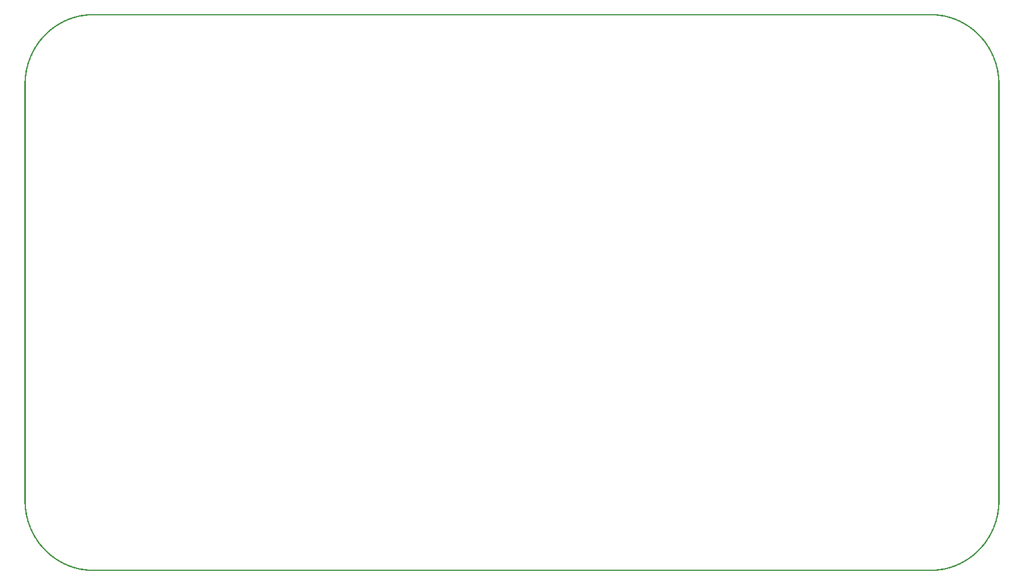
<source format=gbo>
G04 MADE WITH FRITZING*
G04 WWW.FRITZING.ORG*
G04 DOUBLE SIDED*
G04 HOLES PLATED*
G04 CONTOUR ON CENTER OF CONTOUR VECTOR*
%ASAXBY*%
%FSLAX23Y23*%
%MOIN*%
%OFA0B0*%
%SFA1.0B1.0*%
%ADD10R,0.001000X0.001000*%
%LNSILK0*%
G90*
G70*
G54D10*
X370Y3150D02*
X5140Y3150D01*
X356Y3149D02*
X5154Y3149D01*
X346Y3148D02*
X5164Y3148D01*
X338Y3147D02*
X5172Y3147D01*
X331Y3146D02*
X5179Y3146D01*
X325Y3145D02*
X5185Y3145D01*
X319Y3144D02*
X5191Y3144D01*
X314Y3143D02*
X5196Y3143D01*
X309Y3142D02*
X369Y3142D01*
X5141Y3142D02*
X5201Y3142D01*
X304Y3141D02*
X355Y3141D01*
X5155Y3141D02*
X5206Y3141D01*
X300Y3140D02*
X345Y3140D01*
X5165Y3140D02*
X5210Y3140D01*
X296Y3139D02*
X337Y3139D01*
X5173Y3139D02*
X5214Y3139D01*
X292Y3138D02*
X330Y3138D01*
X5180Y3138D02*
X5218Y3138D01*
X288Y3137D02*
X324Y3137D01*
X5186Y3137D02*
X5222Y3137D01*
X285Y3136D02*
X318Y3136D01*
X5192Y3136D02*
X5225Y3136D01*
X281Y3135D02*
X313Y3135D01*
X5197Y3135D02*
X5229Y3135D01*
X278Y3134D02*
X308Y3134D01*
X5202Y3134D02*
X5232Y3134D01*
X275Y3133D02*
X304Y3133D01*
X5206Y3133D02*
X5235Y3133D01*
X272Y3132D02*
X300Y3132D01*
X5210Y3132D02*
X5238Y3132D01*
X269Y3131D02*
X296Y3131D01*
X5214Y3131D02*
X5241Y3131D01*
X266Y3130D02*
X292Y3130D01*
X5218Y3130D02*
X5244Y3130D01*
X263Y3129D02*
X288Y3129D01*
X5222Y3129D02*
X5247Y3129D01*
X260Y3128D02*
X284Y3128D01*
X5226Y3128D02*
X5250Y3128D01*
X257Y3127D02*
X281Y3127D01*
X5229Y3127D02*
X5253Y3127D01*
X254Y3126D02*
X278Y3126D01*
X5232Y3126D02*
X5256Y3126D01*
X252Y3125D02*
X275Y3125D01*
X5235Y3125D02*
X5258Y3125D01*
X250Y3124D02*
X272Y3124D01*
X5238Y3124D02*
X5260Y3124D01*
X247Y3123D02*
X269Y3123D01*
X5241Y3123D02*
X5263Y3123D01*
X245Y3122D02*
X266Y3122D01*
X5244Y3122D02*
X5265Y3122D01*
X242Y3121D02*
X263Y3121D01*
X5247Y3121D02*
X5268Y3121D01*
X240Y3120D02*
X260Y3120D01*
X5250Y3120D02*
X5270Y3120D01*
X237Y3119D02*
X257Y3119D01*
X5253Y3119D02*
X5273Y3119D01*
X235Y3118D02*
X255Y3118D01*
X5255Y3118D02*
X5275Y3118D01*
X233Y3117D02*
X252Y3117D01*
X5258Y3117D02*
X5277Y3117D01*
X231Y3116D02*
X250Y3116D01*
X5260Y3116D02*
X5279Y3116D01*
X228Y3115D02*
X247Y3115D01*
X5263Y3115D02*
X5282Y3115D01*
X226Y3114D02*
X245Y3114D01*
X5265Y3114D02*
X5284Y3114D01*
X224Y3113D02*
X242Y3113D01*
X5268Y3113D02*
X5286Y3113D01*
X222Y3112D02*
X240Y3112D01*
X5270Y3112D02*
X5288Y3112D01*
X220Y3111D02*
X238Y3111D01*
X5272Y3111D02*
X5290Y3111D01*
X218Y3110D02*
X235Y3110D01*
X5275Y3110D02*
X5292Y3110D01*
X216Y3109D02*
X233Y3109D01*
X5277Y3109D02*
X5294Y3109D01*
X214Y3108D02*
X231Y3108D01*
X5279Y3108D02*
X5296Y3108D01*
X212Y3107D02*
X229Y3107D01*
X5281Y3107D02*
X5298Y3107D01*
X210Y3106D02*
X227Y3106D01*
X5283Y3106D02*
X5300Y3106D01*
X208Y3105D02*
X225Y3105D01*
X5285Y3105D02*
X5302Y3105D01*
X206Y3104D02*
X222Y3104D01*
X5288Y3104D02*
X5304Y3104D01*
X205Y3103D02*
X221Y3103D01*
X5289Y3103D02*
X5305Y3103D01*
X203Y3102D02*
X219Y3102D01*
X5291Y3102D02*
X5307Y3102D01*
X201Y3101D02*
X217Y3101D01*
X5293Y3101D02*
X5309Y3101D01*
X199Y3100D02*
X215Y3100D01*
X5295Y3100D02*
X5311Y3100D01*
X198Y3099D02*
X213Y3099D01*
X5297Y3099D02*
X5312Y3099D01*
X196Y3098D02*
X211Y3098D01*
X5299Y3098D02*
X5314Y3098D01*
X194Y3097D02*
X209Y3097D01*
X5301Y3097D02*
X5316Y3097D01*
X192Y3096D02*
X207Y3096D01*
X5303Y3096D02*
X5318Y3096D01*
X191Y3095D02*
X205Y3095D01*
X5305Y3095D02*
X5319Y3095D01*
X189Y3094D02*
X204Y3094D01*
X5306Y3094D02*
X5321Y3094D01*
X187Y3093D02*
X202Y3093D01*
X5308Y3093D02*
X5323Y3093D01*
X186Y3092D02*
X200Y3092D01*
X5310Y3092D02*
X5324Y3092D01*
X184Y3091D02*
X199Y3091D01*
X5311Y3091D02*
X5326Y3091D01*
X183Y3090D02*
X197Y3090D01*
X5313Y3090D02*
X5327Y3090D01*
X181Y3089D02*
X195Y3089D01*
X5315Y3089D02*
X5329Y3089D01*
X180Y3088D02*
X193Y3088D01*
X5317Y3088D02*
X5330Y3088D01*
X178Y3087D02*
X192Y3087D01*
X5318Y3087D02*
X5332Y3087D01*
X177Y3086D02*
X190Y3086D01*
X5320Y3086D02*
X5333Y3086D01*
X175Y3085D02*
X189Y3085D01*
X5321Y3085D02*
X5335Y3085D01*
X174Y3084D02*
X187Y3084D01*
X5323Y3084D02*
X5336Y3084D01*
X172Y3083D02*
X185Y3083D01*
X5325Y3083D02*
X5338Y3083D01*
X171Y3082D02*
X184Y3082D01*
X5326Y3082D02*
X5339Y3082D01*
X169Y3081D02*
X182Y3081D01*
X5328Y3081D02*
X5341Y3081D01*
X168Y3080D02*
X181Y3080D01*
X5329Y3080D02*
X5342Y3080D01*
X166Y3079D02*
X179Y3079D01*
X5331Y3079D02*
X5344Y3079D01*
X165Y3078D02*
X178Y3078D01*
X5332Y3078D02*
X5345Y3078D01*
X164Y3077D02*
X176Y3077D01*
X5334Y3077D02*
X5346Y3077D01*
X162Y3076D02*
X175Y3076D01*
X5335Y3076D02*
X5348Y3076D01*
X161Y3075D02*
X173Y3075D01*
X5337Y3075D02*
X5349Y3075D01*
X160Y3074D02*
X172Y3074D01*
X5338Y3074D02*
X5350Y3074D01*
X158Y3073D02*
X171Y3073D01*
X5339Y3073D02*
X5352Y3073D01*
X157Y3072D02*
X169Y3072D01*
X5341Y3072D02*
X5353Y3072D01*
X155Y3071D02*
X168Y3071D01*
X5342Y3071D02*
X5355Y3071D01*
X154Y3070D02*
X167Y3070D01*
X5343Y3070D02*
X5356Y3070D01*
X153Y3069D02*
X165Y3069D01*
X5345Y3069D02*
X5357Y3069D01*
X152Y3068D02*
X164Y3068D01*
X5346Y3068D02*
X5358Y3068D01*
X150Y3067D02*
X162Y3067D01*
X5348Y3067D02*
X5360Y3067D01*
X149Y3066D02*
X161Y3066D01*
X5349Y3066D02*
X5361Y3066D01*
X148Y3065D02*
X160Y3065D01*
X5350Y3065D02*
X5362Y3065D01*
X147Y3064D02*
X158Y3064D01*
X5352Y3064D02*
X5363Y3064D01*
X145Y3063D02*
X157Y3063D01*
X5353Y3063D02*
X5365Y3063D01*
X144Y3062D02*
X156Y3062D01*
X5354Y3062D02*
X5366Y3062D01*
X143Y3061D02*
X155Y3061D01*
X5355Y3061D02*
X5367Y3061D01*
X142Y3060D02*
X153Y3060D01*
X5357Y3060D02*
X5368Y3060D01*
X141Y3059D02*
X152Y3059D01*
X5358Y3059D02*
X5369Y3059D01*
X139Y3058D02*
X151Y3058D01*
X5359Y3058D02*
X5371Y3058D01*
X138Y3057D02*
X150Y3057D01*
X5360Y3057D02*
X5372Y3057D01*
X137Y3056D02*
X148Y3056D01*
X5362Y3056D02*
X5373Y3056D01*
X136Y3055D02*
X147Y3055D01*
X5363Y3055D02*
X5374Y3055D01*
X135Y3054D02*
X146Y3054D01*
X5364Y3054D02*
X5375Y3054D01*
X134Y3053D02*
X145Y3053D01*
X5365Y3053D02*
X5376Y3053D01*
X133Y3052D02*
X144Y3052D01*
X5366Y3052D02*
X5377Y3052D01*
X132Y3051D02*
X143Y3051D01*
X5367Y3051D02*
X5378Y3051D01*
X130Y3050D02*
X141Y3050D01*
X5369Y3050D02*
X5380Y3050D01*
X129Y3049D02*
X140Y3049D01*
X5370Y3049D02*
X5381Y3049D01*
X128Y3048D02*
X139Y3048D01*
X5371Y3048D02*
X5382Y3048D01*
X127Y3047D02*
X138Y3047D01*
X5372Y3047D02*
X5383Y3047D01*
X126Y3046D02*
X137Y3046D01*
X5373Y3046D02*
X5384Y3046D01*
X125Y3045D02*
X136Y3045D01*
X5374Y3045D02*
X5385Y3045D01*
X124Y3044D02*
X135Y3044D01*
X5375Y3044D02*
X5386Y3044D01*
X123Y3043D02*
X134Y3043D01*
X5376Y3043D02*
X5387Y3043D01*
X122Y3042D02*
X132Y3042D01*
X5378Y3042D02*
X5388Y3042D01*
X121Y3041D02*
X131Y3041D01*
X5379Y3041D02*
X5389Y3041D01*
X120Y3040D02*
X130Y3040D01*
X5380Y3040D02*
X5390Y3040D01*
X119Y3039D02*
X129Y3039D01*
X5381Y3039D02*
X5391Y3039D01*
X118Y3038D02*
X128Y3038D01*
X5382Y3038D02*
X5392Y3038D01*
X117Y3037D02*
X127Y3037D01*
X5383Y3037D02*
X5393Y3037D01*
X116Y3036D02*
X126Y3036D01*
X5384Y3036D02*
X5394Y3036D01*
X115Y3035D02*
X125Y3035D01*
X5385Y3035D02*
X5395Y3035D01*
X114Y3034D02*
X124Y3034D01*
X5386Y3034D02*
X5396Y3034D01*
X113Y3033D02*
X123Y3033D01*
X5387Y3033D02*
X5397Y3033D01*
X112Y3032D02*
X122Y3032D01*
X5388Y3032D02*
X5398Y3032D01*
X111Y3031D02*
X121Y3031D01*
X5389Y3031D02*
X5399Y3031D01*
X110Y3030D02*
X120Y3030D01*
X5390Y3030D02*
X5400Y3030D01*
X109Y3029D02*
X119Y3029D01*
X5391Y3029D02*
X5401Y3029D01*
X108Y3028D02*
X118Y3028D01*
X5392Y3028D02*
X5402Y3028D01*
X107Y3027D02*
X117Y3027D01*
X5393Y3027D02*
X5403Y3027D01*
X106Y3026D02*
X116Y3026D01*
X5394Y3026D02*
X5404Y3026D01*
X105Y3025D02*
X115Y3025D01*
X5395Y3025D02*
X5405Y3025D01*
X104Y3024D02*
X114Y3024D01*
X5396Y3024D02*
X5406Y3024D01*
X103Y3023D02*
X113Y3023D01*
X5397Y3023D02*
X5407Y3023D01*
X102Y3022D02*
X112Y3022D01*
X5398Y3022D02*
X5408Y3022D01*
X102Y3021D02*
X111Y3021D01*
X5399Y3021D02*
X5408Y3021D01*
X101Y3020D02*
X111Y3020D01*
X5399Y3020D02*
X5409Y3020D01*
X100Y3019D02*
X110Y3019D01*
X5400Y3019D02*
X5410Y3019D01*
X99Y3018D02*
X109Y3018D01*
X5401Y3018D02*
X5411Y3018D01*
X98Y3017D02*
X108Y3017D01*
X5402Y3017D02*
X5412Y3017D01*
X97Y3016D02*
X107Y3016D01*
X5403Y3016D02*
X5413Y3016D01*
X96Y3015D02*
X106Y3015D01*
X5404Y3015D02*
X5414Y3015D01*
X96Y3014D02*
X105Y3014D01*
X5405Y3014D02*
X5414Y3014D01*
X95Y3013D02*
X104Y3013D01*
X5406Y3013D02*
X5415Y3013D01*
X94Y3012D02*
X103Y3012D01*
X5407Y3012D02*
X5416Y3012D01*
X93Y3011D02*
X102Y3011D01*
X5408Y3011D02*
X5417Y3011D01*
X92Y3010D02*
X102Y3010D01*
X5408Y3010D02*
X5418Y3010D01*
X91Y3009D02*
X101Y3009D01*
X5409Y3009D02*
X5419Y3009D01*
X90Y3008D02*
X100Y3008D01*
X5410Y3008D02*
X5420Y3008D01*
X90Y3007D02*
X99Y3007D01*
X5411Y3007D02*
X5420Y3007D01*
X89Y3006D02*
X98Y3006D01*
X5412Y3006D02*
X5421Y3006D01*
X88Y3005D02*
X97Y3005D01*
X5413Y3005D02*
X5422Y3005D01*
X87Y3004D02*
X97Y3004D01*
X5413Y3004D02*
X5423Y3004D01*
X86Y3003D02*
X96Y3003D01*
X5414Y3003D02*
X5424Y3003D01*
X86Y3002D02*
X95Y3002D01*
X5415Y3002D02*
X5424Y3002D01*
X85Y3001D02*
X94Y3001D01*
X5416Y3001D02*
X5425Y3001D01*
X84Y3000D02*
X93Y3000D01*
X5417Y3000D02*
X5426Y3000D01*
X83Y2999D02*
X92Y2999D01*
X5418Y2999D02*
X5427Y2999D01*
X83Y2998D02*
X92Y2998D01*
X5418Y2998D02*
X5427Y2998D01*
X82Y2997D02*
X91Y2997D01*
X5419Y2997D02*
X5428Y2997D01*
X81Y2996D02*
X90Y2996D01*
X5420Y2996D02*
X5429Y2996D01*
X80Y2995D02*
X89Y2995D01*
X5421Y2995D02*
X5430Y2995D01*
X80Y2994D02*
X89Y2994D01*
X5421Y2994D02*
X5430Y2994D01*
X79Y2993D02*
X88Y2993D01*
X5422Y2993D02*
X5431Y2993D01*
X78Y2992D02*
X87Y2992D01*
X5423Y2992D02*
X5432Y2992D01*
X77Y2991D02*
X86Y2991D01*
X5424Y2991D02*
X5433Y2991D01*
X77Y2990D02*
X85Y2990D01*
X5425Y2990D02*
X5433Y2990D01*
X76Y2989D02*
X85Y2989D01*
X5425Y2989D02*
X5434Y2989D01*
X75Y2988D02*
X84Y2988D01*
X5426Y2988D02*
X5435Y2988D01*
X74Y2987D02*
X83Y2987D01*
X5427Y2987D02*
X5436Y2987D01*
X74Y2986D02*
X82Y2986D01*
X5428Y2986D02*
X5436Y2986D01*
X73Y2985D02*
X82Y2985D01*
X5428Y2985D02*
X5437Y2985D01*
X72Y2984D02*
X81Y2984D01*
X5429Y2984D02*
X5438Y2984D01*
X72Y2983D02*
X80Y2983D01*
X5430Y2983D02*
X5438Y2983D01*
X71Y2982D02*
X80Y2982D01*
X5430Y2982D02*
X5439Y2982D01*
X70Y2981D02*
X79Y2981D01*
X5431Y2981D02*
X5440Y2981D01*
X70Y2980D02*
X78Y2980D01*
X5432Y2980D02*
X5440Y2980D01*
X69Y2979D02*
X78Y2979D01*
X5432Y2979D02*
X5441Y2979D01*
X68Y2978D02*
X77Y2978D01*
X5433Y2978D02*
X5442Y2978D01*
X67Y2977D02*
X76Y2977D01*
X5434Y2977D02*
X5443Y2977D01*
X67Y2976D02*
X75Y2976D01*
X5435Y2976D02*
X5443Y2976D01*
X66Y2975D02*
X75Y2975D01*
X5435Y2975D02*
X5444Y2975D01*
X65Y2974D02*
X74Y2974D01*
X5436Y2974D02*
X5445Y2974D01*
X65Y2973D02*
X73Y2973D01*
X5437Y2973D02*
X5445Y2973D01*
X64Y2972D02*
X73Y2972D01*
X5437Y2972D02*
X5446Y2972D01*
X64Y2971D02*
X72Y2971D01*
X5438Y2971D02*
X5446Y2971D01*
X63Y2970D02*
X71Y2970D01*
X5439Y2970D02*
X5447Y2970D01*
X62Y2969D02*
X71Y2969D01*
X5439Y2969D02*
X5448Y2969D01*
X62Y2968D02*
X70Y2968D01*
X5440Y2968D02*
X5448Y2968D01*
X61Y2967D02*
X69Y2967D01*
X5441Y2967D02*
X5449Y2967D01*
X60Y2966D02*
X69Y2966D01*
X5441Y2966D02*
X5450Y2966D01*
X60Y2965D02*
X68Y2965D01*
X5442Y2965D02*
X5450Y2965D01*
X59Y2964D02*
X68Y2964D01*
X5442Y2964D02*
X5451Y2964D01*
X59Y2963D02*
X67Y2963D01*
X5443Y2963D02*
X5451Y2963D01*
X58Y2962D02*
X66Y2962D01*
X5444Y2962D02*
X5452Y2962D01*
X57Y2961D02*
X66Y2961D01*
X5444Y2961D02*
X5453Y2961D01*
X57Y2960D02*
X65Y2960D01*
X5445Y2960D02*
X5453Y2960D01*
X56Y2959D02*
X64Y2959D01*
X5446Y2959D02*
X5454Y2959D01*
X56Y2958D02*
X64Y2958D01*
X5446Y2958D02*
X5454Y2958D01*
X55Y2957D02*
X63Y2957D01*
X5447Y2957D02*
X5455Y2957D01*
X54Y2956D02*
X63Y2956D01*
X5447Y2956D02*
X5456Y2956D01*
X54Y2955D02*
X62Y2955D01*
X5448Y2955D02*
X5456Y2955D01*
X53Y2954D02*
X61Y2954D01*
X5449Y2954D02*
X5457Y2954D01*
X53Y2953D02*
X61Y2953D01*
X5449Y2953D02*
X5457Y2953D01*
X52Y2952D02*
X60Y2952D01*
X5450Y2952D02*
X5458Y2952D01*
X52Y2951D02*
X60Y2951D01*
X5450Y2951D02*
X5458Y2951D01*
X51Y2950D02*
X59Y2950D01*
X5451Y2950D02*
X5459Y2950D01*
X50Y2949D02*
X59Y2949D01*
X5451Y2949D02*
X5460Y2949D01*
X50Y2948D02*
X58Y2948D01*
X5452Y2948D02*
X5460Y2948D01*
X49Y2947D02*
X57Y2947D01*
X5453Y2947D02*
X5461Y2947D01*
X49Y2946D02*
X57Y2946D01*
X5453Y2946D02*
X5461Y2946D01*
X48Y2945D02*
X56Y2945D01*
X5454Y2945D02*
X5462Y2945D01*
X48Y2944D02*
X56Y2944D01*
X5454Y2944D02*
X5462Y2944D01*
X47Y2943D02*
X55Y2943D01*
X5455Y2943D02*
X5463Y2943D01*
X47Y2942D02*
X55Y2942D01*
X5455Y2942D02*
X5463Y2942D01*
X46Y2941D02*
X54Y2941D01*
X5456Y2941D02*
X5464Y2941D01*
X46Y2940D02*
X53Y2940D01*
X5457Y2940D02*
X5464Y2940D01*
X45Y2939D02*
X53Y2939D01*
X5457Y2939D02*
X5465Y2939D01*
X45Y2938D02*
X52Y2938D01*
X5458Y2938D02*
X5465Y2938D01*
X44Y2937D02*
X52Y2937D01*
X5458Y2937D02*
X5466Y2937D01*
X44Y2936D02*
X51Y2936D01*
X5459Y2936D02*
X5466Y2936D01*
X43Y2935D02*
X51Y2935D01*
X5459Y2935D02*
X5467Y2935D01*
X43Y2934D02*
X50Y2934D01*
X5460Y2934D02*
X5467Y2934D01*
X42Y2933D02*
X50Y2933D01*
X5460Y2933D02*
X5468Y2933D01*
X42Y2932D02*
X49Y2932D01*
X5461Y2932D02*
X5468Y2932D01*
X41Y2931D02*
X49Y2931D01*
X5461Y2931D02*
X5469Y2931D01*
X41Y2930D02*
X48Y2930D01*
X5462Y2930D02*
X5469Y2930D01*
X40Y2929D02*
X48Y2929D01*
X5462Y2929D02*
X5470Y2929D01*
X40Y2928D02*
X47Y2928D01*
X5463Y2928D02*
X5470Y2928D01*
X39Y2927D02*
X47Y2927D01*
X5463Y2927D02*
X5471Y2927D01*
X39Y2926D02*
X46Y2926D01*
X5464Y2926D02*
X5471Y2926D01*
X38Y2925D02*
X46Y2925D01*
X5464Y2925D02*
X5472Y2925D01*
X38Y2924D02*
X45Y2924D01*
X5465Y2924D02*
X5472Y2924D01*
X37Y2923D02*
X45Y2923D01*
X5465Y2923D02*
X5473Y2923D01*
X37Y2922D02*
X44Y2922D01*
X5466Y2922D02*
X5473Y2922D01*
X36Y2921D02*
X44Y2921D01*
X5466Y2921D02*
X5474Y2921D01*
X36Y2920D02*
X43Y2920D01*
X5467Y2920D02*
X5474Y2920D01*
X35Y2919D02*
X43Y2919D01*
X5467Y2919D02*
X5475Y2919D01*
X35Y2918D02*
X43Y2918D01*
X5467Y2918D02*
X5475Y2918D01*
X35Y2917D02*
X42Y2917D01*
X5468Y2917D02*
X5475Y2917D01*
X34Y2916D02*
X42Y2916D01*
X5468Y2916D02*
X5476Y2916D01*
X34Y2915D02*
X41Y2915D01*
X5469Y2915D02*
X5476Y2915D01*
X33Y2914D02*
X41Y2914D01*
X5469Y2914D02*
X5477Y2914D01*
X33Y2913D02*
X40Y2913D01*
X5470Y2913D02*
X5477Y2913D01*
X32Y2912D02*
X40Y2912D01*
X5470Y2912D02*
X5478Y2912D01*
X32Y2911D02*
X39Y2911D01*
X5471Y2911D02*
X5478Y2911D01*
X31Y2910D02*
X39Y2910D01*
X5471Y2910D02*
X5479Y2910D01*
X31Y2909D02*
X39Y2909D01*
X5471Y2909D02*
X5479Y2909D01*
X31Y2908D02*
X38Y2908D01*
X5472Y2908D02*
X5479Y2908D01*
X30Y2907D02*
X38Y2907D01*
X5472Y2907D02*
X5480Y2907D01*
X30Y2906D02*
X37Y2906D01*
X5473Y2906D02*
X5480Y2906D01*
X29Y2905D02*
X37Y2905D01*
X5473Y2905D02*
X5481Y2905D01*
X29Y2904D02*
X36Y2904D01*
X5474Y2904D02*
X5481Y2904D01*
X29Y2903D02*
X36Y2903D01*
X5474Y2903D02*
X5481Y2903D01*
X28Y2902D02*
X36Y2902D01*
X5474Y2902D02*
X5482Y2902D01*
X28Y2901D02*
X35Y2901D01*
X5475Y2901D02*
X5482Y2901D01*
X27Y2900D02*
X35Y2900D01*
X5475Y2900D02*
X5483Y2900D01*
X27Y2899D02*
X35Y2899D01*
X5476Y2899D02*
X5483Y2899D01*
X27Y2898D02*
X34Y2898D01*
X5476Y2898D02*
X5483Y2898D01*
X26Y2897D02*
X34Y2897D01*
X5476Y2897D02*
X5484Y2897D01*
X26Y2896D02*
X33Y2896D01*
X5477Y2896D02*
X5484Y2896D01*
X26Y2895D02*
X33Y2895D01*
X5477Y2895D02*
X5484Y2895D01*
X25Y2894D02*
X33Y2894D01*
X5477Y2894D02*
X5485Y2894D01*
X25Y2893D02*
X32Y2893D01*
X5478Y2893D02*
X5485Y2893D01*
X24Y2892D02*
X32Y2892D01*
X5478Y2892D02*
X5486Y2892D01*
X24Y2891D02*
X31Y2891D01*
X5479Y2891D02*
X5486Y2891D01*
X24Y2890D02*
X31Y2890D01*
X5479Y2890D02*
X5486Y2890D01*
X23Y2889D02*
X31Y2889D01*
X5479Y2889D02*
X5487Y2889D01*
X23Y2888D02*
X30Y2888D01*
X5480Y2888D02*
X5487Y2888D01*
X23Y2887D02*
X30Y2887D01*
X5480Y2887D02*
X5487Y2887D01*
X22Y2886D02*
X30Y2886D01*
X5480Y2886D02*
X5488Y2886D01*
X22Y2885D02*
X29Y2885D01*
X5481Y2885D02*
X5488Y2885D01*
X22Y2884D02*
X29Y2884D01*
X5481Y2884D02*
X5488Y2884D01*
X21Y2883D02*
X29Y2883D01*
X5481Y2883D02*
X5489Y2883D01*
X21Y2882D02*
X28Y2882D01*
X5482Y2882D02*
X5489Y2882D01*
X21Y2881D02*
X28Y2881D01*
X5482Y2881D02*
X5489Y2881D01*
X20Y2880D02*
X28Y2880D01*
X5482Y2880D02*
X5490Y2880D01*
X20Y2879D02*
X27Y2879D01*
X5483Y2879D02*
X5490Y2879D01*
X20Y2878D02*
X27Y2878D01*
X5483Y2878D02*
X5490Y2878D01*
X19Y2877D02*
X27Y2877D01*
X5483Y2877D02*
X5491Y2877D01*
X19Y2876D02*
X26Y2876D01*
X5484Y2876D02*
X5491Y2876D01*
X19Y2875D02*
X26Y2875D01*
X5484Y2875D02*
X5491Y2875D01*
X18Y2874D02*
X26Y2874D01*
X5484Y2874D02*
X5492Y2874D01*
X18Y2873D02*
X25Y2873D01*
X5485Y2873D02*
X5492Y2873D01*
X18Y2872D02*
X25Y2872D01*
X5485Y2872D02*
X5492Y2872D01*
X17Y2871D02*
X25Y2871D01*
X5485Y2871D02*
X5493Y2871D01*
X17Y2870D02*
X24Y2870D01*
X5486Y2870D02*
X5493Y2870D01*
X17Y2869D02*
X24Y2869D01*
X5486Y2869D02*
X5493Y2869D01*
X16Y2868D02*
X24Y2868D01*
X5486Y2868D02*
X5494Y2868D01*
X16Y2867D02*
X23Y2867D01*
X5487Y2867D02*
X5494Y2867D01*
X16Y2866D02*
X23Y2866D01*
X5487Y2866D02*
X5494Y2866D01*
X16Y2865D02*
X23Y2865D01*
X5487Y2865D02*
X5494Y2865D01*
X15Y2864D02*
X22Y2864D01*
X5488Y2864D02*
X5495Y2864D01*
X15Y2863D02*
X22Y2863D01*
X5488Y2863D02*
X5495Y2863D01*
X15Y2862D02*
X22Y2862D01*
X5488Y2862D02*
X5495Y2862D01*
X14Y2861D02*
X22Y2861D01*
X5488Y2861D02*
X5496Y2861D01*
X14Y2860D02*
X21Y2860D01*
X5489Y2860D02*
X5496Y2860D01*
X14Y2859D02*
X21Y2859D01*
X5489Y2859D02*
X5496Y2859D01*
X14Y2858D02*
X21Y2858D01*
X5489Y2858D02*
X5496Y2858D01*
X13Y2857D02*
X21Y2857D01*
X5489Y2857D02*
X5497Y2857D01*
X13Y2856D02*
X20Y2856D01*
X5490Y2856D02*
X5497Y2856D01*
X13Y2855D02*
X20Y2855D01*
X5490Y2855D02*
X5497Y2855D01*
X13Y2854D02*
X20Y2854D01*
X5490Y2854D02*
X5497Y2854D01*
X12Y2853D02*
X19Y2853D01*
X5491Y2853D02*
X5498Y2853D01*
X12Y2852D02*
X19Y2852D01*
X5491Y2852D02*
X5498Y2852D01*
X12Y2851D02*
X19Y2851D01*
X5491Y2851D02*
X5498Y2851D01*
X12Y2850D02*
X19Y2850D01*
X5491Y2850D02*
X5498Y2850D01*
X11Y2849D02*
X18Y2849D01*
X5492Y2849D02*
X5499Y2849D01*
X11Y2848D02*
X18Y2848D01*
X5492Y2848D02*
X5499Y2848D01*
X11Y2847D02*
X18Y2847D01*
X5492Y2847D02*
X5499Y2847D01*
X11Y2846D02*
X18Y2846D01*
X5492Y2846D02*
X5499Y2846D01*
X10Y2845D02*
X18Y2845D01*
X5492Y2845D02*
X5500Y2845D01*
X10Y2844D02*
X17Y2844D01*
X5493Y2844D02*
X5500Y2844D01*
X10Y2843D02*
X17Y2843D01*
X5493Y2843D02*
X5500Y2843D01*
X10Y2842D02*
X17Y2842D01*
X5493Y2842D02*
X5500Y2842D01*
X9Y2841D02*
X17Y2841D01*
X5493Y2841D02*
X5501Y2841D01*
X9Y2840D02*
X16Y2840D01*
X5494Y2840D02*
X5501Y2840D01*
X9Y2839D02*
X16Y2839D01*
X5494Y2839D02*
X5501Y2839D01*
X9Y2838D02*
X16Y2838D01*
X5494Y2838D02*
X5501Y2838D01*
X9Y2837D02*
X16Y2837D01*
X5494Y2837D02*
X5501Y2837D01*
X8Y2836D02*
X16Y2836D01*
X5494Y2836D02*
X5502Y2836D01*
X8Y2835D02*
X15Y2835D01*
X5495Y2835D02*
X5502Y2835D01*
X8Y2834D02*
X15Y2834D01*
X5495Y2834D02*
X5502Y2834D01*
X8Y2833D02*
X15Y2833D01*
X5495Y2833D02*
X5502Y2833D01*
X8Y2832D02*
X15Y2832D01*
X5495Y2832D02*
X5502Y2832D01*
X7Y2831D02*
X14Y2831D01*
X5496Y2831D02*
X5503Y2831D01*
X7Y2830D02*
X14Y2830D01*
X5496Y2830D02*
X5503Y2830D01*
X7Y2829D02*
X14Y2829D01*
X5496Y2829D02*
X5503Y2829D01*
X7Y2828D02*
X14Y2828D01*
X5496Y2828D02*
X5503Y2828D01*
X7Y2827D02*
X14Y2827D01*
X5496Y2827D02*
X5503Y2827D01*
X6Y2826D02*
X14Y2826D01*
X5496Y2826D02*
X5504Y2826D01*
X6Y2825D02*
X13Y2825D01*
X5497Y2825D02*
X5504Y2825D01*
X6Y2824D02*
X13Y2824D01*
X5497Y2824D02*
X5504Y2824D01*
X6Y2823D02*
X13Y2823D01*
X5497Y2823D02*
X5504Y2823D01*
X6Y2822D02*
X13Y2822D01*
X5497Y2822D02*
X5504Y2822D01*
X6Y2821D02*
X13Y2821D01*
X5497Y2821D02*
X5504Y2821D01*
X5Y2820D02*
X12Y2820D01*
X5498Y2820D02*
X5505Y2820D01*
X5Y2819D02*
X12Y2819D01*
X5498Y2819D02*
X5505Y2819D01*
X5Y2818D02*
X12Y2818D01*
X5498Y2818D02*
X5505Y2818D01*
X5Y2817D02*
X12Y2817D01*
X5498Y2817D02*
X5505Y2817D01*
X5Y2816D02*
X12Y2816D01*
X5498Y2816D02*
X5505Y2816D01*
X5Y2815D02*
X12Y2815D01*
X5498Y2815D02*
X5505Y2815D01*
X4Y2814D02*
X12Y2814D01*
X5498Y2814D02*
X5506Y2814D01*
X4Y2813D02*
X11Y2813D01*
X5499Y2813D02*
X5506Y2813D01*
X4Y2812D02*
X11Y2812D01*
X5499Y2812D02*
X5506Y2812D01*
X4Y2811D02*
X11Y2811D01*
X5499Y2811D02*
X5506Y2811D01*
X4Y2810D02*
X11Y2810D01*
X5499Y2810D02*
X5506Y2810D01*
X4Y2809D02*
X11Y2809D01*
X5499Y2809D02*
X5506Y2809D01*
X4Y2808D02*
X11Y2808D01*
X5499Y2808D02*
X5506Y2808D01*
X4Y2807D02*
X11Y2807D01*
X5499Y2807D02*
X5507Y2807D01*
X3Y2806D02*
X10Y2806D01*
X5500Y2806D02*
X5507Y2806D01*
X3Y2805D02*
X10Y2805D01*
X5500Y2805D02*
X5507Y2805D01*
X3Y2804D02*
X10Y2804D01*
X5500Y2804D02*
X5507Y2804D01*
X3Y2803D02*
X10Y2803D01*
X5500Y2803D02*
X5507Y2803D01*
X3Y2802D02*
X10Y2802D01*
X5500Y2802D02*
X5507Y2802D01*
X3Y2801D02*
X10Y2801D01*
X5500Y2801D02*
X5507Y2801D01*
X3Y2800D02*
X10Y2800D01*
X5500Y2800D02*
X5507Y2800D01*
X3Y2799D02*
X10Y2799D01*
X5500Y2799D02*
X5507Y2799D01*
X2Y2798D02*
X9Y2798D01*
X5501Y2798D02*
X5508Y2798D01*
X2Y2797D02*
X9Y2797D01*
X5501Y2797D02*
X5508Y2797D01*
X2Y2796D02*
X9Y2796D01*
X5501Y2796D02*
X5508Y2796D01*
X2Y2795D02*
X9Y2795D01*
X5501Y2795D02*
X5508Y2795D01*
X2Y2794D02*
X9Y2794D01*
X5501Y2794D02*
X5508Y2794D01*
X2Y2793D02*
X9Y2793D01*
X5501Y2793D02*
X5508Y2793D01*
X2Y2792D02*
X9Y2792D01*
X5501Y2792D02*
X5508Y2792D01*
X2Y2791D02*
X9Y2791D01*
X5501Y2791D02*
X5508Y2791D01*
X2Y2790D02*
X9Y2790D01*
X5501Y2790D02*
X5508Y2790D01*
X2Y2789D02*
X9Y2789D01*
X5501Y2789D02*
X5508Y2789D01*
X1Y2788D02*
X8Y2788D01*
X5502Y2788D02*
X5509Y2788D01*
X1Y2787D02*
X8Y2787D01*
X5502Y2787D02*
X5509Y2787D01*
X1Y2786D02*
X8Y2786D01*
X5502Y2786D02*
X5509Y2786D01*
X1Y2785D02*
X8Y2785D01*
X5502Y2785D02*
X5509Y2785D01*
X1Y2784D02*
X8Y2784D01*
X5502Y2784D02*
X5509Y2784D01*
X1Y2783D02*
X8Y2783D01*
X5502Y2783D02*
X5509Y2783D01*
X1Y2782D02*
X8Y2782D01*
X5502Y2782D02*
X5509Y2782D01*
X1Y2781D02*
X8Y2781D01*
X5502Y2781D02*
X5509Y2781D01*
X1Y2780D02*
X8Y2780D01*
X5502Y2780D02*
X5509Y2780D01*
X1Y2779D02*
X8Y2779D01*
X5502Y2779D02*
X5509Y2779D01*
X1Y2778D02*
X8Y2778D01*
X5502Y2778D02*
X5509Y2778D01*
X1Y2777D02*
X8Y2777D01*
X5502Y2777D02*
X5509Y2777D01*
X1Y2776D02*
X8Y2776D01*
X5502Y2776D02*
X5509Y2776D01*
X1Y2775D02*
X8Y2775D01*
X5502Y2775D02*
X5509Y2775D01*
X1Y2774D02*
X8Y2774D01*
X5503Y2774D02*
X5510Y2774D01*
X0Y2773D02*
X7Y2773D01*
X5503Y2773D02*
X5510Y2773D01*
X0Y2772D02*
X7Y2772D01*
X5503Y2772D02*
X5510Y2772D01*
X0Y2771D02*
X7Y2771D01*
X5503Y2771D02*
X5510Y2771D01*
X0Y2770D02*
X7Y2770D01*
X5503Y2770D02*
X5510Y2770D01*
X0Y2769D02*
X7Y2769D01*
X5503Y2769D02*
X5510Y2769D01*
X0Y2768D02*
X7Y2768D01*
X5503Y2768D02*
X5510Y2768D01*
X0Y2767D02*
X7Y2767D01*
X5503Y2767D02*
X5510Y2767D01*
X0Y2766D02*
X7Y2766D01*
X5503Y2766D02*
X5510Y2766D01*
X0Y2765D02*
X7Y2765D01*
X5503Y2765D02*
X5510Y2765D01*
X0Y2764D02*
X7Y2764D01*
X5503Y2764D02*
X5510Y2764D01*
X0Y2763D02*
X7Y2763D01*
X5503Y2763D02*
X5510Y2763D01*
X0Y2762D02*
X7Y2762D01*
X5503Y2762D02*
X5510Y2762D01*
X0Y2761D02*
X7Y2761D01*
X5503Y2761D02*
X5510Y2761D01*
X0Y2760D02*
X7Y2760D01*
X5503Y2760D02*
X5510Y2760D01*
X0Y2759D02*
X7Y2759D01*
X5503Y2759D02*
X5510Y2759D01*
X0Y2758D02*
X7Y2758D01*
X5503Y2758D02*
X5510Y2758D01*
X0Y2757D02*
X7Y2757D01*
X5503Y2757D02*
X5510Y2757D01*
X0Y2756D02*
X7Y2756D01*
X5503Y2756D02*
X5510Y2756D01*
X0Y2755D02*
X7Y2755D01*
X5503Y2755D02*
X5510Y2755D01*
X0Y2754D02*
X7Y2754D01*
X5503Y2754D02*
X5510Y2754D01*
X0Y2753D02*
X7Y2753D01*
X5503Y2753D02*
X5510Y2753D01*
X0Y2752D02*
X7Y2752D01*
X5503Y2752D02*
X5510Y2752D01*
X0Y2751D02*
X7Y2751D01*
X5503Y2751D02*
X5510Y2751D01*
X0Y2750D02*
X7Y2750D01*
X5503Y2750D02*
X5510Y2750D01*
X0Y2749D02*
X7Y2749D01*
X5503Y2749D02*
X5510Y2749D01*
X0Y2748D02*
X7Y2748D01*
X5503Y2748D02*
X5510Y2748D01*
X0Y2747D02*
X7Y2747D01*
X5503Y2747D02*
X5510Y2747D01*
X0Y2746D02*
X7Y2746D01*
X5503Y2746D02*
X5510Y2746D01*
X0Y2745D02*
X7Y2745D01*
X5503Y2745D02*
X5510Y2745D01*
X0Y2744D02*
X7Y2744D01*
X5503Y2744D02*
X5510Y2744D01*
X0Y2743D02*
X7Y2743D01*
X5503Y2743D02*
X5510Y2743D01*
X0Y2742D02*
X7Y2742D01*
X5503Y2742D02*
X5510Y2742D01*
X0Y2741D02*
X7Y2741D01*
X5503Y2741D02*
X5510Y2741D01*
X0Y2740D02*
X7Y2740D01*
X5503Y2740D02*
X5510Y2740D01*
X0Y2739D02*
X7Y2739D01*
X5503Y2739D02*
X5510Y2739D01*
X0Y2738D02*
X7Y2738D01*
X5503Y2738D02*
X5510Y2738D01*
X0Y2737D02*
X7Y2737D01*
X5503Y2737D02*
X5510Y2737D01*
X0Y2736D02*
X7Y2736D01*
X5503Y2736D02*
X5510Y2736D01*
X0Y2735D02*
X7Y2735D01*
X5503Y2735D02*
X5510Y2735D01*
X0Y2734D02*
X7Y2734D01*
X5503Y2734D02*
X5510Y2734D01*
X0Y2733D02*
X7Y2733D01*
X5503Y2733D02*
X5510Y2733D01*
X0Y2732D02*
X7Y2732D01*
X5503Y2732D02*
X5510Y2732D01*
X0Y2731D02*
X7Y2731D01*
X5503Y2731D02*
X5510Y2731D01*
X0Y2730D02*
X7Y2730D01*
X5503Y2730D02*
X5510Y2730D01*
X0Y2729D02*
X7Y2729D01*
X5503Y2729D02*
X5510Y2729D01*
X0Y2728D02*
X7Y2728D01*
X5503Y2728D02*
X5510Y2728D01*
X0Y2727D02*
X7Y2727D01*
X5503Y2727D02*
X5510Y2727D01*
X0Y2726D02*
X7Y2726D01*
X5503Y2726D02*
X5510Y2726D01*
X0Y2725D02*
X7Y2725D01*
X5503Y2725D02*
X5510Y2725D01*
X0Y2724D02*
X7Y2724D01*
X5503Y2724D02*
X5510Y2724D01*
X0Y2723D02*
X7Y2723D01*
X5503Y2723D02*
X5510Y2723D01*
X0Y2722D02*
X7Y2722D01*
X5503Y2722D02*
X5510Y2722D01*
X0Y2721D02*
X7Y2721D01*
X5503Y2721D02*
X5510Y2721D01*
X0Y2720D02*
X7Y2720D01*
X5503Y2720D02*
X5510Y2720D01*
X0Y2719D02*
X7Y2719D01*
X5503Y2719D02*
X5510Y2719D01*
X0Y2718D02*
X7Y2718D01*
X5503Y2718D02*
X5510Y2718D01*
X0Y2717D02*
X7Y2717D01*
X5503Y2717D02*
X5510Y2717D01*
X0Y2716D02*
X7Y2716D01*
X5503Y2716D02*
X5510Y2716D01*
X0Y2715D02*
X7Y2715D01*
X5503Y2715D02*
X5510Y2715D01*
X0Y2714D02*
X7Y2714D01*
X5503Y2714D02*
X5510Y2714D01*
X0Y2713D02*
X7Y2713D01*
X5503Y2713D02*
X5510Y2713D01*
X0Y2712D02*
X7Y2712D01*
X5503Y2712D02*
X5510Y2712D01*
X0Y2711D02*
X7Y2711D01*
X5503Y2711D02*
X5510Y2711D01*
X0Y2710D02*
X7Y2710D01*
X5503Y2710D02*
X5510Y2710D01*
X0Y2709D02*
X7Y2709D01*
X5503Y2709D02*
X5510Y2709D01*
X0Y2708D02*
X7Y2708D01*
X5503Y2708D02*
X5510Y2708D01*
X0Y2707D02*
X7Y2707D01*
X5503Y2707D02*
X5510Y2707D01*
X0Y2706D02*
X7Y2706D01*
X5503Y2706D02*
X5510Y2706D01*
X0Y2705D02*
X7Y2705D01*
X5503Y2705D02*
X5510Y2705D01*
X0Y2704D02*
X7Y2704D01*
X5503Y2704D02*
X5510Y2704D01*
X0Y2703D02*
X7Y2703D01*
X5503Y2703D02*
X5510Y2703D01*
X0Y2702D02*
X7Y2702D01*
X5503Y2702D02*
X5510Y2702D01*
X0Y2701D02*
X7Y2701D01*
X5503Y2701D02*
X5510Y2701D01*
X0Y2700D02*
X7Y2700D01*
X5503Y2700D02*
X5510Y2700D01*
X0Y2699D02*
X7Y2699D01*
X5503Y2699D02*
X5510Y2699D01*
X0Y2698D02*
X7Y2698D01*
X5503Y2698D02*
X5510Y2698D01*
X0Y2697D02*
X7Y2697D01*
X5503Y2697D02*
X5510Y2697D01*
X0Y2696D02*
X7Y2696D01*
X5503Y2696D02*
X5510Y2696D01*
X0Y2695D02*
X7Y2695D01*
X5503Y2695D02*
X5510Y2695D01*
X0Y2694D02*
X7Y2694D01*
X5503Y2694D02*
X5510Y2694D01*
X0Y2693D02*
X7Y2693D01*
X5503Y2693D02*
X5510Y2693D01*
X0Y2692D02*
X7Y2692D01*
X5503Y2692D02*
X5510Y2692D01*
X0Y2691D02*
X7Y2691D01*
X5503Y2691D02*
X5510Y2691D01*
X0Y2690D02*
X7Y2690D01*
X5503Y2690D02*
X5510Y2690D01*
X0Y2689D02*
X7Y2689D01*
X5503Y2689D02*
X5510Y2689D01*
X0Y2688D02*
X7Y2688D01*
X5503Y2688D02*
X5510Y2688D01*
X0Y2687D02*
X7Y2687D01*
X5503Y2687D02*
X5510Y2687D01*
X0Y2686D02*
X7Y2686D01*
X5503Y2686D02*
X5510Y2686D01*
X0Y2685D02*
X7Y2685D01*
X5503Y2685D02*
X5510Y2685D01*
X0Y2684D02*
X7Y2684D01*
X5503Y2684D02*
X5510Y2684D01*
X0Y2683D02*
X7Y2683D01*
X5503Y2683D02*
X5510Y2683D01*
X0Y2682D02*
X7Y2682D01*
X5503Y2682D02*
X5510Y2682D01*
X0Y2681D02*
X7Y2681D01*
X5503Y2681D02*
X5510Y2681D01*
X0Y2680D02*
X7Y2680D01*
X5503Y2680D02*
X5510Y2680D01*
X0Y2679D02*
X7Y2679D01*
X5503Y2679D02*
X5510Y2679D01*
X0Y2678D02*
X7Y2678D01*
X5503Y2678D02*
X5510Y2678D01*
X0Y2677D02*
X7Y2677D01*
X5503Y2677D02*
X5510Y2677D01*
X0Y2676D02*
X7Y2676D01*
X5503Y2676D02*
X5510Y2676D01*
X0Y2675D02*
X7Y2675D01*
X5503Y2675D02*
X5510Y2675D01*
X0Y2674D02*
X7Y2674D01*
X5503Y2674D02*
X5510Y2674D01*
X0Y2673D02*
X7Y2673D01*
X5503Y2673D02*
X5510Y2673D01*
X0Y2672D02*
X7Y2672D01*
X5503Y2672D02*
X5510Y2672D01*
X0Y2671D02*
X7Y2671D01*
X5503Y2671D02*
X5510Y2671D01*
X0Y2670D02*
X7Y2670D01*
X5503Y2670D02*
X5510Y2670D01*
X0Y2669D02*
X7Y2669D01*
X5503Y2669D02*
X5510Y2669D01*
X0Y2668D02*
X7Y2668D01*
X5503Y2668D02*
X5510Y2668D01*
X0Y2667D02*
X7Y2667D01*
X5503Y2667D02*
X5510Y2667D01*
X0Y2666D02*
X7Y2666D01*
X5503Y2666D02*
X5510Y2666D01*
X0Y2665D02*
X7Y2665D01*
X5503Y2665D02*
X5510Y2665D01*
X0Y2664D02*
X7Y2664D01*
X5503Y2664D02*
X5510Y2664D01*
X0Y2663D02*
X7Y2663D01*
X5503Y2663D02*
X5510Y2663D01*
X0Y2662D02*
X7Y2662D01*
X5503Y2662D02*
X5510Y2662D01*
X0Y2661D02*
X7Y2661D01*
X5503Y2661D02*
X5510Y2661D01*
X0Y2660D02*
X7Y2660D01*
X5503Y2660D02*
X5510Y2660D01*
X0Y2659D02*
X7Y2659D01*
X5503Y2659D02*
X5510Y2659D01*
X0Y2658D02*
X7Y2658D01*
X5503Y2658D02*
X5510Y2658D01*
X0Y2657D02*
X7Y2657D01*
X5503Y2657D02*
X5510Y2657D01*
X0Y2656D02*
X7Y2656D01*
X5503Y2656D02*
X5510Y2656D01*
X0Y2655D02*
X7Y2655D01*
X5503Y2655D02*
X5510Y2655D01*
X0Y2654D02*
X7Y2654D01*
X5503Y2654D02*
X5510Y2654D01*
X0Y2653D02*
X7Y2653D01*
X5503Y2653D02*
X5510Y2653D01*
X0Y2652D02*
X7Y2652D01*
X5503Y2652D02*
X5510Y2652D01*
X0Y2651D02*
X7Y2651D01*
X5503Y2651D02*
X5510Y2651D01*
X0Y2650D02*
X7Y2650D01*
X5503Y2650D02*
X5510Y2650D01*
X0Y2649D02*
X7Y2649D01*
X5503Y2649D02*
X5510Y2649D01*
X0Y2648D02*
X7Y2648D01*
X5503Y2648D02*
X5510Y2648D01*
X0Y2647D02*
X7Y2647D01*
X5503Y2647D02*
X5510Y2647D01*
X0Y2646D02*
X7Y2646D01*
X5503Y2646D02*
X5510Y2646D01*
X0Y2645D02*
X7Y2645D01*
X5503Y2645D02*
X5510Y2645D01*
X0Y2644D02*
X7Y2644D01*
X5503Y2644D02*
X5510Y2644D01*
X0Y2643D02*
X7Y2643D01*
X5503Y2643D02*
X5510Y2643D01*
X0Y2642D02*
X7Y2642D01*
X5503Y2642D02*
X5510Y2642D01*
X0Y2641D02*
X7Y2641D01*
X5503Y2641D02*
X5510Y2641D01*
X0Y2640D02*
X7Y2640D01*
X5503Y2640D02*
X5510Y2640D01*
X0Y2639D02*
X7Y2639D01*
X5503Y2639D02*
X5510Y2639D01*
X0Y2638D02*
X7Y2638D01*
X5503Y2638D02*
X5510Y2638D01*
X0Y2637D02*
X7Y2637D01*
X5503Y2637D02*
X5510Y2637D01*
X0Y2636D02*
X7Y2636D01*
X5503Y2636D02*
X5510Y2636D01*
X0Y2635D02*
X7Y2635D01*
X5503Y2635D02*
X5510Y2635D01*
X0Y2634D02*
X7Y2634D01*
X5503Y2634D02*
X5510Y2634D01*
X0Y2633D02*
X7Y2633D01*
X5503Y2633D02*
X5510Y2633D01*
X0Y2632D02*
X7Y2632D01*
X5503Y2632D02*
X5510Y2632D01*
X0Y2631D02*
X7Y2631D01*
X5503Y2631D02*
X5510Y2631D01*
X0Y2630D02*
X7Y2630D01*
X5503Y2630D02*
X5510Y2630D01*
X0Y2629D02*
X7Y2629D01*
X5503Y2629D02*
X5510Y2629D01*
X0Y2628D02*
X7Y2628D01*
X5503Y2628D02*
X5510Y2628D01*
X0Y2627D02*
X7Y2627D01*
X5503Y2627D02*
X5510Y2627D01*
X0Y2626D02*
X7Y2626D01*
X5503Y2626D02*
X5510Y2626D01*
X0Y2625D02*
X7Y2625D01*
X5503Y2625D02*
X5510Y2625D01*
X0Y2624D02*
X7Y2624D01*
X5503Y2624D02*
X5510Y2624D01*
X0Y2623D02*
X7Y2623D01*
X5503Y2623D02*
X5510Y2623D01*
X0Y2622D02*
X7Y2622D01*
X5503Y2622D02*
X5510Y2622D01*
X0Y2621D02*
X7Y2621D01*
X5503Y2621D02*
X5510Y2621D01*
X0Y2620D02*
X7Y2620D01*
X5503Y2620D02*
X5510Y2620D01*
X0Y2619D02*
X7Y2619D01*
X5503Y2619D02*
X5510Y2619D01*
X0Y2618D02*
X7Y2618D01*
X5503Y2618D02*
X5510Y2618D01*
X0Y2617D02*
X7Y2617D01*
X5503Y2617D02*
X5510Y2617D01*
X0Y2616D02*
X7Y2616D01*
X5503Y2616D02*
X5510Y2616D01*
X0Y2615D02*
X7Y2615D01*
X5503Y2615D02*
X5510Y2615D01*
X0Y2614D02*
X7Y2614D01*
X5503Y2614D02*
X5510Y2614D01*
X0Y2613D02*
X7Y2613D01*
X5503Y2613D02*
X5510Y2613D01*
X0Y2612D02*
X7Y2612D01*
X5503Y2612D02*
X5510Y2612D01*
X0Y2611D02*
X7Y2611D01*
X5503Y2611D02*
X5510Y2611D01*
X0Y2610D02*
X7Y2610D01*
X5503Y2610D02*
X5510Y2610D01*
X0Y2609D02*
X7Y2609D01*
X5503Y2609D02*
X5510Y2609D01*
X0Y2608D02*
X7Y2608D01*
X5503Y2608D02*
X5510Y2608D01*
X0Y2607D02*
X7Y2607D01*
X5503Y2607D02*
X5510Y2607D01*
X0Y2606D02*
X7Y2606D01*
X5503Y2606D02*
X5510Y2606D01*
X0Y2605D02*
X7Y2605D01*
X5503Y2605D02*
X5510Y2605D01*
X0Y2604D02*
X7Y2604D01*
X5503Y2604D02*
X5510Y2604D01*
X0Y2603D02*
X7Y2603D01*
X5503Y2603D02*
X5510Y2603D01*
X0Y2602D02*
X7Y2602D01*
X5503Y2602D02*
X5510Y2602D01*
X0Y2601D02*
X7Y2601D01*
X5503Y2601D02*
X5510Y2601D01*
X0Y2600D02*
X7Y2600D01*
X5503Y2600D02*
X5510Y2600D01*
X0Y2599D02*
X7Y2599D01*
X5503Y2599D02*
X5510Y2599D01*
X0Y2598D02*
X7Y2598D01*
X5503Y2598D02*
X5510Y2598D01*
X0Y2597D02*
X7Y2597D01*
X5503Y2597D02*
X5510Y2597D01*
X0Y2596D02*
X7Y2596D01*
X5503Y2596D02*
X5510Y2596D01*
X0Y2595D02*
X7Y2595D01*
X5503Y2595D02*
X5510Y2595D01*
X0Y2594D02*
X7Y2594D01*
X5503Y2594D02*
X5510Y2594D01*
X0Y2593D02*
X7Y2593D01*
X5503Y2593D02*
X5510Y2593D01*
X0Y2592D02*
X7Y2592D01*
X5503Y2592D02*
X5510Y2592D01*
X0Y2591D02*
X7Y2591D01*
X5503Y2591D02*
X5510Y2591D01*
X0Y2590D02*
X7Y2590D01*
X5503Y2590D02*
X5510Y2590D01*
X0Y2589D02*
X7Y2589D01*
X5503Y2589D02*
X5510Y2589D01*
X0Y2588D02*
X7Y2588D01*
X5503Y2588D02*
X5510Y2588D01*
X0Y2587D02*
X7Y2587D01*
X5503Y2587D02*
X5510Y2587D01*
X0Y2586D02*
X7Y2586D01*
X5503Y2586D02*
X5510Y2586D01*
X0Y2585D02*
X7Y2585D01*
X5503Y2585D02*
X5510Y2585D01*
X0Y2584D02*
X7Y2584D01*
X5503Y2584D02*
X5510Y2584D01*
X0Y2583D02*
X7Y2583D01*
X5503Y2583D02*
X5510Y2583D01*
X0Y2582D02*
X7Y2582D01*
X5503Y2582D02*
X5510Y2582D01*
X0Y2581D02*
X7Y2581D01*
X5503Y2581D02*
X5510Y2581D01*
X0Y2580D02*
X7Y2580D01*
X5503Y2580D02*
X5510Y2580D01*
X0Y2579D02*
X7Y2579D01*
X5503Y2579D02*
X5510Y2579D01*
X0Y2578D02*
X7Y2578D01*
X5503Y2578D02*
X5510Y2578D01*
X0Y2577D02*
X7Y2577D01*
X5503Y2577D02*
X5510Y2577D01*
X0Y2576D02*
X7Y2576D01*
X5503Y2576D02*
X5510Y2576D01*
X0Y2575D02*
X7Y2575D01*
X5503Y2575D02*
X5510Y2575D01*
X0Y2574D02*
X7Y2574D01*
X5503Y2574D02*
X5510Y2574D01*
X0Y2573D02*
X7Y2573D01*
X5503Y2573D02*
X5510Y2573D01*
X0Y2572D02*
X7Y2572D01*
X5503Y2572D02*
X5510Y2572D01*
X0Y2571D02*
X7Y2571D01*
X5503Y2571D02*
X5510Y2571D01*
X0Y2570D02*
X7Y2570D01*
X5503Y2570D02*
X5510Y2570D01*
X0Y2569D02*
X7Y2569D01*
X5503Y2569D02*
X5510Y2569D01*
X0Y2568D02*
X7Y2568D01*
X5503Y2568D02*
X5510Y2568D01*
X0Y2567D02*
X7Y2567D01*
X5503Y2567D02*
X5510Y2567D01*
X0Y2566D02*
X7Y2566D01*
X5503Y2566D02*
X5510Y2566D01*
X0Y2565D02*
X7Y2565D01*
X5503Y2565D02*
X5510Y2565D01*
X0Y2564D02*
X7Y2564D01*
X5503Y2564D02*
X5510Y2564D01*
X0Y2563D02*
X7Y2563D01*
X5503Y2563D02*
X5510Y2563D01*
X0Y2562D02*
X7Y2562D01*
X5503Y2562D02*
X5510Y2562D01*
X0Y2561D02*
X7Y2561D01*
X5503Y2561D02*
X5510Y2561D01*
X0Y2560D02*
X7Y2560D01*
X5503Y2560D02*
X5510Y2560D01*
X0Y2559D02*
X7Y2559D01*
X5503Y2559D02*
X5510Y2559D01*
X0Y2558D02*
X7Y2558D01*
X5503Y2558D02*
X5510Y2558D01*
X0Y2557D02*
X7Y2557D01*
X5503Y2557D02*
X5510Y2557D01*
X0Y2556D02*
X7Y2556D01*
X5503Y2556D02*
X5510Y2556D01*
X0Y2555D02*
X7Y2555D01*
X5503Y2555D02*
X5510Y2555D01*
X0Y2554D02*
X7Y2554D01*
X5503Y2554D02*
X5510Y2554D01*
X0Y2553D02*
X7Y2553D01*
X5503Y2553D02*
X5510Y2553D01*
X0Y2552D02*
X7Y2552D01*
X5503Y2552D02*
X5510Y2552D01*
X0Y2551D02*
X7Y2551D01*
X5503Y2551D02*
X5510Y2551D01*
X0Y2550D02*
X7Y2550D01*
X5503Y2550D02*
X5510Y2550D01*
X0Y2549D02*
X7Y2549D01*
X5503Y2549D02*
X5510Y2549D01*
X0Y2548D02*
X7Y2548D01*
X5503Y2548D02*
X5510Y2548D01*
X0Y2547D02*
X7Y2547D01*
X5503Y2547D02*
X5510Y2547D01*
X0Y2546D02*
X7Y2546D01*
X5503Y2546D02*
X5510Y2546D01*
X0Y2545D02*
X7Y2545D01*
X5503Y2545D02*
X5510Y2545D01*
X0Y2544D02*
X7Y2544D01*
X5503Y2544D02*
X5510Y2544D01*
X0Y2543D02*
X7Y2543D01*
X5503Y2543D02*
X5510Y2543D01*
X0Y2542D02*
X7Y2542D01*
X5503Y2542D02*
X5510Y2542D01*
X0Y2541D02*
X7Y2541D01*
X5503Y2541D02*
X5510Y2541D01*
X0Y2540D02*
X7Y2540D01*
X5503Y2540D02*
X5510Y2540D01*
X0Y2539D02*
X7Y2539D01*
X5503Y2539D02*
X5510Y2539D01*
X0Y2538D02*
X7Y2538D01*
X5503Y2538D02*
X5510Y2538D01*
X0Y2537D02*
X7Y2537D01*
X5503Y2537D02*
X5510Y2537D01*
X0Y2536D02*
X7Y2536D01*
X5503Y2536D02*
X5510Y2536D01*
X0Y2535D02*
X7Y2535D01*
X5503Y2535D02*
X5510Y2535D01*
X0Y2534D02*
X7Y2534D01*
X5503Y2534D02*
X5510Y2534D01*
X0Y2533D02*
X7Y2533D01*
X5503Y2533D02*
X5510Y2533D01*
X0Y2532D02*
X7Y2532D01*
X5503Y2532D02*
X5510Y2532D01*
X0Y2531D02*
X7Y2531D01*
X5503Y2531D02*
X5510Y2531D01*
X0Y2530D02*
X7Y2530D01*
X5503Y2530D02*
X5510Y2530D01*
X0Y2529D02*
X7Y2529D01*
X5503Y2529D02*
X5510Y2529D01*
X0Y2528D02*
X7Y2528D01*
X5503Y2528D02*
X5510Y2528D01*
X0Y2527D02*
X7Y2527D01*
X5503Y2527D02*
X5510Y2527D01*
X0Y2526D02*
X7Y2526D01*
X5503Y2526D02*
X5510Y2526D01*
X0Y2525D02*
X7Y2525D01*
X5503Y2525D02*
X5510Y2525D01*
X0Y2524D02*
X7Y2524D01*
X5503Y2524D02*
X5510Y2524D01*
X0Y2523D02*
X7Y2523D01*
X5503Y2523D02*
X5510Y2523D01*
X0Y2522D02*
X7Y2522D01*
X5503Y2522D02*
X5510Y2522D01*
X0Y2521D02*
X7Y2521D01*
X5503Y2521D02*
X5510Y2521D01*
X0Y2520D02*
X7Y2520D01*
X5503Y2520D02*
X5510Y2520D01*
X0Y2519D02*
X7Y2519D01*
X5503Y2519D02*
X5510Y2519D01*
X0Y2518D02*
X7Y2518D01*
X5503Y2518D02*
X5510Y2518D01*
X0Y2517D02*
X7Y2517D01*
X5503Y2517D02*
X5510Y2517D01*
X0Y2516D02*
X7Y2516D01*
X5503Y2516D02*
X5510Y2516D01*
X0Y2515D02*
X7Y2515D01*
X5503Y2515D02*
X5510Y2515D01*
X0Y2514D02*
X7Y2514D01*
X5503Y2514D02*
X5510Y2514D01*
X0Y2513D02*
X7Y2513D01*
X5503Y2513D02*
X5510Y2513D01*
X0Y2512D02*
X7Y2512D01*
X5503Y2512D02*
X5510Y2512D01*
X0Y2511D02*
X7Y2511D01*
X5503Y2511D02*
X5510Y2511D01*
X0Y2510D02*
X7Y2510D01*
X5503Y2510D02*
X5510Y2510D01*
X0Y2509D02*
X7Y2509D01*
X5503Y2509D02*
X5510Y2509D01*
X0Y2508D02*
X7Y2508D01*
X5503Y2508D02*
X5510Y2508D01*
X0Y2507D02*
X7Y2507D01*
X5503Y2507D02*
X5510Y2507D01*
X0Y2506D02*
X7Y2506D01*
X5503Y2506D02*
X5510Y2506D01*
X0Y2505D02*
X7Y2505D01*
X5503Y2505D02*
X5510Y2505D01*
X0Y2504D02*
X7Y2504D01*
X5503Y2504D02*
X5510Y2504D01*
X0Y2503D02*
X7Y2503D01*
X5503Y2503D02*
X5510Y2503D01*
X0Y2502D02*
X7Y2502D01*
X5503Y2502D02*
X5510Y2502D01*
X0Y2501D02*
X7Y2501D01*
X5503Y2501D02*
X5510Y2501D01*
X0Y2500D02*
X7Y2500D01*
X5503Y2500D02*
X5510Y2500D01*
X0Y2499D02*
X7Y2499D01*
X5503Y2499D02*
X5510Y2499D01*
X0Y2498D02*
X7Y2498D01*
X5503Y2498D02*
X5510Y2498D01*
X0Y2497D02*
X7Y2497D01*
X5503Y2497D02*
X5510Y2497D01*
X0Y2496D02*
X7Y2496D01*
X5503Y2496D02*
X5510Y2496D01*
X0Y2495D02*
X7Y2495D01*
X5503Y2495D02*
X5510Y2495D01*
X0Y2494D02*
X7Y2494D01*
X5503Y2494D02*
X5510Y2494D01*
X0Y2493D02*
X7Y2493D01*
X5503Y2493D02*
X5510Y2493D01*
X0Y2492D02*
X7Y2492D01*
X5503Y2492D02*
X5510Y2492D01*
X0Y2491D02*
X7Y2491D01*
X5503Y2491D02*
X5510Y2491D01*
X0Y2490D02*
X7Y2490D01*
X5503Y2490D02*
X5510Y2490D01*
X0Y2489D02*
X7Y2489D01*
X5503Y2489D02*
X5510Y2489D01*
X0Y2488D02*
X7Y2488D01*
X5503Y2488D02*
X5510Y2488D01*
X0Y2487D02*
X7Y2487D01*
X5503Y2487D02*
X5510Y2487D01*
X0Y2486D02*
X7Y2486D01*
X5503Y2486D02*
X5510Y2486D01*
X0Y2485D02*
X7Y2485D01*
X5503Y2485D02*
X5510Y2485D01*
X0Y2484D02*
X7Y2484D01*
X5503Y2484D02*
X5510Y2484D01*
X0Y2483D02*
X7Y2483D01*
X5503Y2483D02*
X5510Y2483D01*
X0Y2482D02*
X7Y2482D01*
X5503Y2482D02*
X5510Y2482D01*
X0Y2481D02*
X7Y2481D01*
X5503Y2481D02*
X5510Y2481D01*
X0Y2480D02*
X7Y2480D01*
X5503Y2480D02*
X5510Y2480D01*
X0Y2479D02*
X7Y2479D01*
X5503Y2479D02*
X5510Y2479D01*
X0Y2478D02*
X7Y2478D01*
X5503Y2478D02*
X5510Y2478D01*
X0Y2477D02*
X7Y2477D01*
X5503Y2477D02*
X5510Y2477D01*
X0Y2476D02*
X7Y2476D01*
X5503Y2476D02*
X5510Y2476D01*
X0Y2475D02*
X7Y2475D01*
X5503Y2475D02*
X5510Y2475D01*
X0Y2474D02*
X7Y2474D01*
X5503Y2474D02*
X5510Y2474D01*
X0Y2473D02*
X7Y2473D01*
X5503Y2473D02*
X5510Y2473D01*
X0Y2472D02*
X7Y2472D01*
X5503Y2472D02*
X5510Y2472D01*
X0Y2471D02*
X7Y2471D01*
X5503Y2471D02*
X5510Y2471D01*
X0Y2470D02*
X7Y2470D01*
X5503Y2470D02*
X5510Y2470D01*
X0Y2469D02*
X7Y2469D01*
X5503Y2469D02*
X5510Y2469D01*
X0Y2468D02*
X7Y2468D01*
X5503Y2468D02*
X5510Y2468D01*
X0Y2467D02*
X7Y2467D01*
X5503Y2467D02*
X5510Y2467D01*
X0Y2466D02*
X7Y2466D01*
X5503Y2466D02*
X5510Y2466D01*
X0Y2465D02*
X7Y2465D01*
X5503Y2465D02*
X5510Y2465D01*
X0Y2464D02*
X7Y2464D01*
X5503Y2464D02*
X5510Y2464D01*
X0Y2463D02*
X7Y2463D01*
X5503Y2463D02*
X5510Y2463D01*
X0Y2462D02*
X7Y2462D01*
X5503Y2462D02*
X5510Y2462D01*
X0Y2461D02*
X7Y2461D01*
X5503Y2461D02*
X5510Y2461D01*
X0Y2460D02*
X7Y2460D01*
X5503Y2460D02*
X5510Y2460D01*
X0Y2459D02*
X7Y2459D01*
X5503Y2459D02*
X5510Y2459D01*
X0Y2458D02*
X7Y2458D01*
X5503Y2458D02*
X5510Y2458D01*
X0Y2457D02*
X7Y2457D01*
X5503Y2457D02*
X5510Y2457D01*
X0Y2456D02*
X7Y2456D01*
X5503Y2456D02*
X5510Y2456D01*
X0Y2455D02*
X7Y2455D01*
X5503Y2455D02*
X5510Y2455D01*
X0Y2454D02*
X7Y2454D01*
X5503Y2454D02*
X5510Y2454D01*
X0Y2453D02*
X7Y2453D01*
X5503Y2453D02*
X5510Y2453D01*
X0Y2452D02*
X7Y2452D01*
X5503Y2452D02*
X5510Y2452D01*
X0Y2451D02*
X7Y2451D01*
X5503Y2451D02*
X5510Y2451D01*
X0Y2450D02*
X7Y2450D01*
X5503Y2450D02*
X5510Y2450D01*
X0Y2449D02*
X7Y2449D01*
X5503Y2449D02*
X5510Y2449D01*
X0Y2448D02*
X7Y2448D01*
X5503Y2448D02*
X5510Y2448D01*
X0Y2447D02*
X7Y2447D01*
X5503Y2447D02*
X5510Y2447D01*
X0Y2446D02*
X7Y2446D01*
X5503Y2446D02*
X5510Y2446D01*
X0Y2445D02*
X7Y2445D01*
X5503Y2445D02*
X5510Y2445D01*
X0Y2444D02*
X7Y2444D01*
X5503Y2444D02*
X5510Y2444D01*
X0Y2443D02*
X7Y2443D01*
X5503Y2443D02*
X5510Y2443D01*
X0Y2442D02*
X7Y2442D01*
X5503Y2442D02*
X5510Y2442D01*
X0Y2441D02*
X7Y2441D01*
X5503Y2441D02*
X5510Y2441D01*
X0Y2440D02*
X7Y2440D01*
X5503Y2440D02*
X5510Y2440D01*
X0Y2439D02*
X7Y2439D01*
X5503Y2439D02*
X5510Y2439D01*
X0Y2438D02*
X7Y2438D01*
X5503Y2438D02*
X5510Y2438D01*
X0Y2437D02*
X7Y2437D01*
X5503Y2437D02*
X5510Y2437D01*
X0Y2436D02*
X7Y2436D01*
X5503Y2436D02*
X5510Y2436D01*
X0Y2435D02*
X7Y2435D01*
X5503Y2435D02*
X5510Y2435D01*
X0Y2434D02*
X7Y2434D01*
X5503Y2434D02*
X5510Y2434D01*
X0Y2433D02*
X7Y2433D01*
X5503Y2433D02*
X5510Y2433D01*
X0Y2432D02*
X7Y2432D01*
X5503Y2432D02*
X5510Y2432D01*
X0Y2431D02*
X7Y2431D01*
X5503Y2431D02*
X5510Y2431D01*
X0Y2430D02*
X7Y2430D01*
X5503Y2430D02*
X5510Y2430D01*
X0Y2429D02*
X7Y2429D01*
X5503Y2429D02*
X5510Y2429D01*
X0Y2428D02*
X7Y2428D01*
X5503Y2428D02*
X5510Y2428D01*
X0Y2427D02*
X7Y2427D01*
X5503Y2427D02*
X5510Y2427D01*
X0Y2426D02*
X7Y2426D01*
X5503Y2426D02*
X5510Y2426D01*
X0Y2425D02*
X7Y2425D01*
X5503Y2425D02*
X5510Y2425D01*
X0Y2424D02*
X7Y2424D01*
X5503Y2424D02*
X5510Y2424D01*
X0Y2423D02*
X7Y2423D01*
X5503Y2423D02*
X5510Y2423D01*
X0Y2422D02*
X7Y2422D01*
X5503Y2422D02*
X5510Y2422D01*
X0Y2421D02*
X7Y2421D01*
X5503Y2421D02*
X5510Y2421D01*
X0Y2420D02*
X7Y2420D01*
X5503Y2420D02*
X5510Y2420D01*
X0Y2419D02*
X7Y2419D01*
X5503Y2419D02*
X5510Y2419D01*
X0Y2418D02*
X7Y2418D01*
X5503Y2418D02*
X5510Y2418D01*
X0Y2417D02*
X7Y2417D01*
X5503Y2417D02*
X5510Y2417D01*
X0Y2416D02*
X7Y2416D01*
X5503Y2416D02*
X5510Y2416D01*
X0Y2415D02*
X7Y2415D01*
X5503Y2415D02*
X5510Y2415D01*
X0Y2414D02*
X7Y2414D01*
X5503Y2414D02*
X5510Y2414D01*
X0Y2413D02*
X7Y2413D01*
X5503Y2413D02*
X5510Y2413D01*
X0Y2412D02*
X7Y2412D01*
X5503Y2412D02*
X5510Y2412D01*
X0Y2411D02*
X7Y2411D01*
X5503Y2411D02*
X5510Y2411D01*
X0Y2410D02*
X7Y2410D01*
X5503Y2410D02*
X5510Y2410D01*
X0Y2409D02*
X7Y2409D01*
X5503Y2409D02*
X5510Y2409D01*
X0Y2408D02*
X7Y2408D01*
X5503Y2408D02*
X5510Y2408D01*
X0Y2407D02*
X7Y2407D01*
X5503Y2407D02*
X5510Y2407D01*
X0Y2406D02*
X7Y2406D01*
X5503Y2406D02*
X5510Y2406D01*
X0Y2405D02*
X7Y2405D01*
X5503Y2405D02*
X5510Y2405D01*
X0Y2404D02*
X7Y2404D01*
X5503Y2404D02*
X5510Y2404D01*
X0Y2403D02*
X7Y2403D01*
X5503Y2403D02*
X5510Y2403D01*
X0Y2402D02*
X7Y2402D01*
X5503Y2402D02*
X5510Y2402D01*
X0Y2401D02*
X7Y2401D01*
X5503Y2401D02*
X5510Y2401D01*
X0Y2400D02*
X7Y2400D01*
X5503Y2400D02*
X5510Y2400D01*
X0Y2399D02*
X7Y2399D01*
X5503Y2399D02*
X5510Y2399D01*
X0Y2398D02*
X7Y2398D01*
X5503Y2398D02*
X5510Y2398D01*
X0Y2397D02*
X7Y2397D01*
X5503Y2397D02*
X5510Y2397D01*
X0Y2396D02*
X7Y2396D01*
X5503Y2396D02*
X5510Y2396D01*
X0Y2395D02*
X7Y2395D01*
X5503Y2395D02*
X5510Y2395D01*
X0Y2394D02*
X7Y2394D01*
X5503Y2394D02*
X5510Y2394D01*
X0Y2393D02*
X7Y2393D01*
X5503Y2393D02*
X5510Y2393D01*
X0Y2392D02*
X7Y2392D01*
X5503Y2392D02*
X5510Y2392D01*
X0Y2391D02*
X7Y2391D01*
X5503Y2391D02*
X5510Y2391D01*
X0Y2390D02*
X7Y2390D01*
X5503Y2390D02*
X5510Y2390D01*
X0Y2389D02*
X7Y2389D01*
X5503Y2389D02*
X5510Y2389D01*
X0Y2388D02*
X7Y2388D01*
X5503Y2388D02*
X5510Y2388D01*
X0Y2387D02*
X7Y2387D01*
X5503Y2387D02*
X5510Y2387D01*
X0Y2386D02*
X7Y2386D01*
X5503Y2386D02*
X5510Y2386D01*
X0Y2385D02*
X7Y2385D01*
X5503Y2385D02*
X5510Y2385D01*
X0Y2384D02*
X7Y2384D01*
X5503Y2384D02*
X5510Y2384D01*
X0Y2383D02*
X7Y2383D01*
X5503Y2383D02*
X5510Y2383D01*
X0Y2382D02*
X7Y2382D01*
X5503Y2382D02*
X5510Y2382D01*
X0Y2381D02*
X7Y2381D01*
X5503Y2381D02*
X5510Y2381D01*
X0Y2380D02*
X7Y2380D01*
X5503Y2380D02*
X5510Y2380D01*
X0Y2379D02*
X7Y2379D01*
X5503Y2379D02*
X5510Y2379D01*
X0Y2378D02*
X7Y2378D01*
X5503Y2378D02*
X5510Y2378D01*
X0Y2377D02*
X7Y2377D01*
X5503Y2377D02*
X5510Y2377D01*
X0Y2376D02*
X7Y2376D01*
X5503Y2376D02*
X5510Y2376D01*
X0Y2375D02*
X7Y2375D01*
X5503Y2375D02*
X5510Y2375D01*
X0Y2374D02*
X7Y2374D01*
X5503Y2374D02*
X5510Y2374D01*
X0Y2373D02*
X7Y2373D01*
X5503Y2373D02*
X5510Y2373D01*
X0Y2372D02*
X7Y2372D01*
X5503Y2372D02*
X5510Y2372D01*
X0Y2371D02*
X7Y2371D01*
X5503Y2371D02*
X5510Y2371D01*
X0Y2370D02*
X7Y2370D01*
X5503Y2370D02*
X5510Y2370D01*
X0Y2369D02*
X7Y2369D01*
X5503Y2369D02*
X5510Y2369D01*
X0Y2368D02*
X7Y2368D01*
X5503Y2368D02*
X5510Y2368D01*
X0Y2367D02*
X7Y2367D01*
X5503Y2367D02*
X5510Y2367D01*
X0Y2366D02*
X7Y2366D01*
X5503Y2366D02*
X5510Y2366D01*
X0Y2365D02*
X7Y2365D01*
X5503Y2365D02*
X5510Y2365D01*
X0Y2364D02*
X7Y2364D01*
X5503Y2364D02*
X5510Y2364D01*
X0Y2363D02*
X7Y2363D01*
X5503Y2363D02*
X5510Y2363D01*
X0Y2362D02*
X7Y2362D01*
X5503Y2362D02*
X5510Y2362D01*
X0Y2361D02*
X7Y2361D01*
X5503Y2361D02*
X5510Y2361D01*
X0Y2360D02*
X7Y2360D01*
X5503Y2360D02*
X5510Y2360D01*
X0Y2359D02*
X7Y2359D01*
X5503Y2359D02*
X5510Y2359D01*
X0Y2358D02*
X7Y2358D01*
X5503Y2358D02*
X5510Y2358D01*
X0Y2357D02*
X7Y2357D01*
X5503Y2357D02*
X5510Y2357D01*
X0Y2356D02*
X7Y2356D01*
X5503Y2356D02*
X5510Y2356D01*
X0Y2355D02*
X7Y2355D01*
X5503Y2355D02*
X5510Y2355D01*
X0Y2354D02*
X7Y2354D01*
X5503Y2354D02*
X5510Y2354D01*
X0Y2353D02*
X7Y2353D01*
X5503Y2353D02*
X5510Y2353D01*
X0Y2352D02*
X7Y2352D01*
X5503Y2352D02*
X5510Y2352D01*
X0Y2351D02*
X7Y2351D01*
X5503Y2351D02*
X5510Y2351D01*
X0Y2350D02*
X7Y2350D01*
X5503Y2350D02*
X5510Y2350D01*
X0Y2349D02*
X7Y2349D01*
X5503Y2349D02*
X5510Y2349D01*
X0Y2348D02*
X7Y2348D01*
X5503Y2348D02*
X5510Y2348D01*
X0Y2347D02*
X7Y2347D01*
X5503Y2347D02*
X5510Y2347D01*
X0Y2346D02*
X7Y2346D01*
X5503Y2346D02*
X5510Y2346D01*
X0Y2345D02*
X7Y2345D01*
X5503Y2345D02*
X5510Y2345D01*
X0Y2344D02*
X7Y2344D01*
X5503Y2344D02*
X5510Y2344D01*
X0Y2343D02*
X7Y2343D01*
X5503Y2343D02*
X5510Y2343D01*
X0Y2342D02*
X7Y2342D01*
X5503Y2342D02*
X5510Y2342D01*
X0Y2341D02*
X7Y2341D01*
X5503Y2341D02*
X5510Y2341D01*
X0Y2340D02*
X7Y2340D01*
X5503Y2340D02*
X5510Y2340D01*
X0Y2339D02*
X7Y2339D01*
X5503Y2339D02*
X5510Y2339D01*
X0Y2338D02*
X7Y2338D01*
X5503Y2338D02*
X5510Y2338D01*
X0Y2337D02*
X7Y2337D01*
X5503Y2337D02*
X5510Y2337D01*
X0Y2336D02*
X7Y2336D01*
X5503Y2336D02*
X5510Y2336D01*
X0Y2335D02*
X7Y2335D01*
X5503Y2335D02*
X5510Y2335D01*
X0Y2334D02*
X7Y2334D01*
X5503Y2334D02*
X5510Y2334D01*
X0Y2333D02*
X7Y2333D01*
X5503Y2333D02*
X5510Y2333D01*
X0Y2332D02*
X7Y2332D01*
X5503Y2332D02*
X5510Y2332D01*
X0Y2331D02*
X7Y2331D01*
X5503Y2331D02*
X5510Y2331D01*
X0Y2330D02*
X7Y2330D01*
X5503Y2330D02*
X5510Y2330D01*
X0Y2329D02*
X7Y2329D01*
X5503Y2329D02*
X5510Y2329D01*
X0Y2328D02*
X7Y2328D01*
X5503Y2328D02*
X5510Y2328D01*
X0Y2327D02*
X7Y2327D01*
X5503Y2327D02*
X5510Y2327D01*
X0Y2326D02*
X7Y2326D01*
X5503Y2326D02*
X5510Y2326D01*
X0Y2325D02*
X7Y2325D01*
X5503Y2325D02*
X5510Y2325D01*
X0Y2324D02*
X7Y2324D01*
X5503Y2324D02*
X5510Y2324D01*
X0Y2323D02*
X7Y2323D01*
X5503Y2323D02*
X5510Y2323D01*
X0Y2322D02*
X7Y2322D01*
X5503Y2322D02*
X5510Y2322D01*
X0Y2321D02*
X7Y2321D01*
X5503Y2321D02*
X5510Y2321D01*
X0Y2320D02*
X7Y2320D01*
X5503Y2320D02*
X5510Y2320D01*
X0Y2319D02*
X7Y2319D01*
X5503Y2319D02*
X5510Y2319D01*
X0Y2318D02*
X7Y2318D01*
X5503Y2318D02*
X5510Y2318D01*
X0Y2317D02*
X7Y2317D01*
X5503Y2317D02*
X5510Y2317D01*
X0Y2316D02*
X7Y2316D01*
X5503Y2316D02*
X5510Y2316D01*
X0Y2315D02*
X7Y2315D01*
X5503Y2315D02*
X5510Y2315D01*
X0Y2314D02*
X7Y2314D01*
X5503Y2314D02*
X5510Y2314D01*
X0Y2313D02*
X7Y2313D01*
X5503Y2313D02*
X5510Y2313D01*
X0Y2312D02*
X7Y2312D01*
X5503Y2312D02*
X5510Y2312D01*
X0Y2311D02*
X7Y2311D01*
X5503Y2311D02*
X5510Y2311D01*
X0Y2310D02*
X7Y2310D01*
X5503Y2310D02*
X5510Y2310D01*
X0Y2309D02*
X7Y2309D01*
X5503Y2309D02*
X5510Y2309D01*
X0Y2308D02*
X7Y2308D01*
X5503Y2308D02*
X5510Y2308D01*
X0Y2307D02*
X7Y2307D01*
X5503Y2307D02*
X5510Y2307D01*
X0Y2306D02*
X7Y2306D01*
X5503Y2306D02*
X5510Y2306D01*
X0Y2305D02*
X7Y2305D01*
X5503Y2305D02*
X5510Y2305D01*
X0Y2304D02*
X7Y2304D01*
X5503Y2304D02*
X5510Y2304D01*
X0Y2303D02*
X7Y2303D01*
X5503Y2303D02*
X5510Y2303D01*
X0Y2302D02*
X7Y2302D01*
X5503Y2302D02*
X5510Y2302D01*
X0Y2301D02*
X7Y2301D01*
X5503Y2301D02*
X5510Y2301D01*
X0Y2300D02*
X7Y2300D01*
X5503Y2300D02*
X5510Y2300D01*
X0Y2299D02*
X7Y2299D01*
X5503Y2299D02*
X5510Y2299D01*
X0Y2298D02*
X7Y2298D01*
X5503Y2298D02*
X5510Y2298D01*
X0Y2297D02*
X7Y2297D01*
X5503Y2297D02*
X5510Y2297D01*
X0Y2296D02*
X7Y2296D01*
X5503Y2296D02*
X5510Y2296D01*
X0Y2295D02*
X7Y2295D01*
X5503Y2295D02*
X5510Y2295D01*
X0Y2294D02*
X7Y2294D01*
X5503Y2294D02*
X5510Y2294D01*
X0Y2293D02*
X7Y2293D01*
X5503Y2293D02*
X5510Y2293D01*
X0Y2292D02*
X7Y2292D01*
X5503Y2292D02*
X5510Y2292D01*
X0Y2291D02*
X7Y2291D01*
X5503Y2291D02*
X5510Y2291D01*
X0Y2290D02*
X7Y2290D01*
X5503Y2290D02*
X5510Y2290D01*
X0Y2289D02*
X7Y2289D01*
X5503Y2289D02*
X5510Y2289D01*
X0Y2288D02*
X7Y2288D01*
X5503Y2288D02*
X5510Y2288D01*
X0Y2287D02*
X7Y2287D01*
X5503Y2287D02*
X5510Y2287D01*
X0Y2286D02*
X7Y2286D01*
X5503Y2286D02*
X5510Y2286D01*
X0Y2285D02*
X7Y2285D01*
X5503Y2285D02*
X5510Y2285D01*
X0Y2284D02*
X7Y2284D01*
X5503Y2284D02*
X5510Y2284D01*
X0Y2283D02*
X7Y2283D01*
X5503Y2283D02*
X5510Y2283D01*
X0Y2282D02*
X7Y2282D01*
X5503Y2282D02*
X5510Y2282D01*
X0Y2281D02*
X7Y2281D01*
X5503Y2281D02*
X5510Y2281D01*
X0Y2280D02*
X7Y2280D01*
X5503Y2280D02*
X5510Y2280D01*
X0Y2279D02*
X7Y2279D01*
X5503Y2279D02*
X5510Y2279D01*
X0Y2278D02*
X7Y2278D01*
X5503Y2278D02*
X5510Y2278D01*
X0Y2277D02*
X7Y2277D01*
X5503Y2277D02*
X5510Y2277D01*
X0Y2276D02*
X7Y2276D01*
X5503Y2276D02*
X5510Y2276D01*
X0Y2275D02*
X7Y2275D01*
X5503Y2275D02*
X5510Y2275D01*
X0Y2274D02*
X7Y2274D01*
X5503Y2274D02*
X5510Y2274D01*
X0Y2273D02*
X7Y2273D01*
X5503Y2273D02*
X5510Y2273D01*
X0Y2272D02*
X7Y2272D01*
X5503Y2272D02*
X5510Y2272D01*
X0Y2271D02*
X7Y2271D01*
X5503Y2271D02*
X5510Y2271D01*
X0Y2270D02*
X7Y2270D01*
X5503Y2270D02*
X5510Y2270D01*
X0Y2269D02*
X7Y2269D01*
X5503Y2269D02*
X5510Y2269D01*
X0Y2268D02*
X7Y2268D01*
X5503Y2268D02*
X5510Y2268D01*
X0Y2267D02*
X7Y2267D01*
X5503Y2267D02*
X5510Y2267D01*
X0Y2266D02*
X7Y2266D01*
X5503Y2266D02*
X5510Y2266D01*
X0Y2265D02*
X7Y2265D01*
X5503Y2265D02*
X5510Y2265D01*
X0Y2264D02*
X7Y2264D01*
X5503Y2264D02*
X5510Y2264D01*
X0Y2263D02*
X7Y2263D01*
X5503Y2263D02*
X5510Y2263D01*
X0Y2262D02*
X7Y2262D01*
X5503Y2262D02*
X5510Y2262D01*
X0Y2261D02*
X7Y2261D01*
X5503Y2261D02*
X5510Y2261D01*
X0Y2260D02*
X7Y2260D01*
X5503Y2260D02*
X5510Y2260D01*
X0Y2259D02*
X7Y2259D01*
X5503Y2259D02*
X5510Y2259D01*
X0Y2258D02*
X7Y2258D01*
X5503Y2258D02*
X5510Y2258D01*
X0Y2257D02*
X7Y2257D01*
X5503Y2257D02*
X5510Y2257D01*
X0Y2256D02*
X7Y2256D01*
X5503Y2256D02*
X5510Y2256D01*
X0Y2255D02*
X7Y2255D01*
X5503Y2255D02*
X5510Y2255D01*
X0Y2254D02*
X7Y2254D01*
X5503Y2254D02*
X5510Y2254D01*
X0Y2253D02*
X7Y2253D01*
X5503Y2253D02*
X5510Y2253D01*
X0Y2252D02*
X7Y2252D01*
X5503Y2252D02*
X5510Y2252D01*
X0Y2251D02*
X7Y2251D01*
X5503Y2251D02*
X5510Y2251D01*
X0Y2250D02*
X7Y2250D01*
X5503Y2250D02*
X5510Y2250D01*
X0Y2249D02*
X7Y2249D01*
X5503Y2249D02*
X5510Y2249D01*
X0Y2248D02*
X7Y2248D01*
X5503Y2248D02*
X5510Y2248D01*
X0Y2247D02*
X7Y2247D01*
X5503Y2247D02*
X5510Y2247D01*
X0Y2246D02*
X7Y2246D01*
X5503Y2246D02*
X5510Y2246D01*
X0Y2245D02*
X7Y2245D01*
X5503Y2245D02*
X5510Y2245D01*
X0Y2244D02*
X7Y2244D01*
X5503Y2244D02*
X5510Y2244D01*
X0Y2243D02*
X7Y2243D01*
X5503Y2243D02*
X5510Y2243D01*
X0Y2242D02*
X7Y2242D01*
X5503Y2242D02*
X5510Y2242D01*
X0Y2241D02*
X7Y2241D01*
X5503Y2241D02*
X5510Y2241D01*
X0Y2240D02*
X7Y2240D01*
X5503Y2240D02*
X5510Y2240D01*
X0Y2239D02*
X7Y2239D01*
X5503Y2239D02*
X5510Y2239D01*
X0Y2238D02*
X7Y2238D01*
X5503Y2238D02*
X5510Y2238D01*
X0Y2237D02*
X7Y2237D01*
X5503Y2237D02*
X5510Y2237D01*
X0Y2236D02*
X7Y2236D01*
X5503Y2236D02*
X5510Y2236D01*
X0Y2235D02*
X7Y2235D01*
X5503Y2235D02*
X5510Y2235D01*
X0Y2234D02*
X7Y2234D01*
X5503Y2234D02*
X5510Y2234D01*
X0Y2233D02*
X7Y2233D01*
X5503Y2233D02*
X5510Y2233D01*
X0Y2232D02*
X7Y2232D01*
X5503Y2232D02*
X5510Y2232D01*
X0Y2231D02*
X7Y2231D01*
X5503Y2231D02*
X5510Y2231D01*
X0Y2230D02*
X7Y2230D01*
X5503Y2230D02*
X5510Y2230D01*
X0Y2229D02*
X7Y2229D01*
X5503Y2229D02*
X5510Y2229D01*
X0Y2228D02*
X7Y2228D01*
X5503Y2228D02*
X5510Y2228D01*
X0Y2227D02*
X7Y2227D01*
X5503Y2227D02*
X5510Y2227D01*
X0Y2226D02*
X7Y2226D01*
X5503Y2226D02*
X5510Y2226D01*
X0Y2225D02*
X7Y2225D01*
X5503Y2225D02*
X5510Y2225D01*
X0Y2224D02*
X7Y2224D01*
X5503Y2224D02*
X5510Y2224D01*
X0Y2223D02*
X7Y2223D01*
X5503Y2223D02*
X5510Y2223D01*
X0Y2222D02*
X7Y2222D01*
X5503Y2222D02*
X5510Y2222D01*
X0Y2221D02*
X7Y2221D01*
X5503Y2221D02*
X5510Y2221D01*
X0Y2220D02*
X7Y2220D01*
X5503Y2220D02*
X5510Y2220D01*
X0Y2219D02*
X7Y2219D01*
X5503Y2219D02*
X5510Y2219D01*
X0Y2218D02*
X7Y2218D01*
X5503Y2218D02*
X5510Y2218D01*
X0Y2217D02*
X7Y2217D01*
X5503Y2217D02*
X5510Y2217D01*
X0Y2216D02*
X7Y2216D01*
X5503Y2216D02*
X5510Y2216D01*
X0Y2215D02*
X7Y2215D01*
X5503Y2215D02*
X5510Y2215D01*
X0Y2214D02*
X7Y2214D01*
X5503Y2214D02*
X5510Y2214D01*
X0Y2213D02*
X7Y2213D01*
X5503Y2213D02*
X5510Y2213D01*
X0Y2212D02*
X7Y2212D01*
X5503Y2212D02*
X5510Y2212D01*
X0Y2211D02*
X7Y2211D01*
X5503Y2211D02*
X5510Y2211D01*
X0Y2210D02*
X7Y2210D01*
X5503Y2210D02*
X5510Y2210D01*
X0Y2209D02*
X7Y2209D01*
X5503Y2209D02*
X5510Y2209D01*
X0Y2208D02*
X7Y2208D01*
X5503Y2208D02*
X5510Y2208D01*
X0Y2207D02*
X7Y2207D01*
X5503Y2207D02*
X5510Y2207D01*
X0Y2206D02*
X7Y2206D01*
X5503Y2206D02*
X5510Y2206D01*
X0Y2205D02*
X7Y2205D01*
X5503Y2205D02*
X5510Y2205D01*
X0Y2204D02*
X7Y2204D01*
X5503Y2204D02*
X5510Y2204D01*
X0Y2203D02*
X7Y2203D01*
X5503Y2203D02*
X5510Y2203D01*
X0Y2202D02*
X7Y2202D01*
X5503Y2202D02*
X5510Y2202D01*
X0Y2201D02*
X7Y2201D01*
X5503Y2201D02*
X5510Y2201D01*
X0Y2200D02*
X7Y2200D01*
X5503Y2200D02*
X5510Y2200D01*
X0Y2199D02*
X7Y2199D01*
X5503Y2199D02*
X5510Y2199D01*
X0Y2198D02*
X7Y2198D01*
X5503Y2198D02*
X5510Y2198D01*
X0Y2197D02*
X7Y2197D01*
X5503Y2197D02*
X5510Y2197D01*
X0Y2196D02*
X7Y2196D01*
X5503Y2196D02*
X5510Y2196D01*
X0Y2195D02*
X7Y2195D01*
X5503Y2195D02*
X5510Y2195D01*
X0Y2194D02*
X7Y2194D01*
X5503Y2194D02*
X5510Y2194D01*
X0Y2193D02*
X7Y2193D01*
X5503Y2193D02*
X5510Y2193D01*
X0Y2192D02*
X7Y2192D01*
X5503Y2192D02*
X5510Y2192D01*
X0Y2191D02*
X7Y2191D01*
X5503Y2191D02*
X5510Y2191D01*
X0Y2190D02*
X7Y2190D01*
X5503Y2190D02*
X5510Y2190D01*
X0Y2189D02*
X7Y2189D01*
X5503Y2189D02*
X5510Y2189D01*
X0Y2188D02*
X7Y2188D01*
X5503Y2188D02*
X5510Y2188D01*
X0Y2187D02*
X7Y2187D01*
X5503Y2187D02*
X5510Y2187D01*
X0Y2186D02*
X7Y2186D01*
X5503Y2186D02*
X5510Y2186D01*
X0Y2185D02*
X7Y2185D01*
X5503Y2185D02*
X5510Y2185D01*
X0Y2184D02*
X7Y2184D01*
X5503Y2184D02*
X5510Y2184D01*
X0Y2183D02*
X7Y2183D01*
X5503Y2183D02*
X5510Y2183D01*
X0Y2182D02*
X7Y2182D01*
X5503Y2182D02*
X5510Y2182D01*
X0Y2181D02*
X7Y2181D01*
X5503Y2181D02*
X5510Y2181D01*
X0Y2180D02*
X7Y2180D01*
X5503Y2180D02*
X5510Y2180D01*
X0Y2179D02*
X7Y2179D01*
X5503Y2179D02*
X5510Y2179D01*
X0Y2178D02*
X7Y2178D01*
X5503Y2178D02*
X5510Y2178D01*
X0Y2177D02*
X7Y2177D01*
X5503Y2177D02*
X5510Y2177D01*
X0Y2176D02*
X7Y2176D01*
X5503Y2176D02*
X5510Y2176D01*
X0Y2175D02*
X7Y2175D01*
X5503Y2175D02*
X5510Y2175D01*
X0Y2174D02*
X7Y2174D01*
X5503Y2174D02*
X5510Y2174D01*
X0Y2173D02*
X7Y2173D01*
X5503Y2173D02*
X5510Y2173D01*
X0Y2172D02*
X7Y2172D01*
X5503Y2172D02*
X5510Y2172D01*
X0Y2171D02*
X7Y2171D01*
X5503Y2171D02*
X5510Y2171D01*
X0Y2170D02*
X7Y2170D01*
X5503Y2170D02*
X5510Y2170D01*
X0Y2169D02*
X7Y2169D01*
X5503Y2169D02*
X5510Y2169D01*
X0Y2168D02*
X7Y2168D01*
X5503Y2168D02*
X5510Y2168D01*
X0Y2167D02*
X7Y2167D01*
X5503Y2167D02*
X5510Y2167D01*
X0Y2166D02*
X7Y2166D01*
X5503Y2166D02*
X5510Y2166D01*
X0Y2165D02*
X7Y2165D01*
X5503Y2165D02*
X5510Y2165D01*
X0Y2164D02*
X7Y2164D01*
X5503Y2164D02*
X5510Y2164D01*
X0Y2163D02*
X7Y2163D01*
X5503Y2163D02*
X5510Y2163D01*
X0Y2162D02*
X7Y2162D01*
X5503Y2162D02*
X5510Y2162D01*
X0Y2161D02*
X7Y2161D01*
X5503Y2161D02*
X5510Y2161D01*
X0Y2160D02*
X7Y2160D01*
X5503Y2160D02*
X5510Y2160D01*
X0Y2159D02*
X7Y2159D01*
X5503Y2159D02*
X5510Y2159D01*
X0Y2158D02*
X7Y2158D01*
X5503Y2158D02*
X5510Y2158D01*
X0Y2157D02*
X7Y2157D01*
X5503Y2157D02*
X5510Y2157D01*
X0Y2156D02*
X7Y2156D01*
X5503Y2156D02*
X5510Y2156D01*
X0Y2155D02*
X7Y2155D01*
X5503Y2155D02*
X5510Y2155D01*
X0Y2154D02*
X7Y2154D01*
X5503Y2154D02*
X5510Y2154D01*
X0Y2153D02*
X7Y2153D01*
X5503Y2153D02*
X5510Y2153D01*
X0Y2152D02*
X7Y2152D01*
X5503Y2152D02*
X5510Y2152D01*
X0Y2151D02*
X7Y2151D01*
X5503Y2151D02*
X5510Y2151D01*
X0Y2150D02*
X7Y2150D01*
X5503Y2150D02*
X5510Y2150D01*
X0Y2149D02*
X7Y2149D01*
X5503Y2149D02*
X5510Y2149D01*
X0Y2148D02*
X7Y2148D01*
X5503Y2148D02*
X5510Y2148D01*
X0Y2147D02*
X7Y2147D01*
X5503Y2147D02*
X5510Y2147D01*
X0Y2146D02*
X7Y2146D01*
X5503Y2146D02*
X5510Y2146D01*
X0Y2145D02*
X7Y2145D01*
X5503Y2145D02*
X5510Y2145D01*
X0Y2144D02*
X7Y2144D01*
X5503Y2144D02*
X5510Y2144D01*
X0Y2143D02*
X7Y2143D01*
X5503Y2143D02*
X5510Y2143D01*
X0Y2142D02*
X7Y2142D01*
X5503Y2142D02*
X5510Y2142D01*
X0Y2141D02*
X7Y2141D01*
X5503Y2141D02*
X5510Y2141D01*
X0Y2140D02*
X7Y2140D01*
X5503Y2140D02*
X5510Y2140D01*
X0Y2139D02*
X7Y2139D01*
X5503Y2139D02*
X5510Y2139D01*
X0Y2138D02*
X7Y2138D01*
X5503Y2138D02*
X5510Y2138D01*
X0Y2137D02*
X7Y2137D01*
X5503Y2137D02*
X5510Y2137D01*
X0Y2136D02*
X7Y2136D01*
X5503Y2136D02*
X5510Y2136D01*
X0Y2135D02*
X7Y2135D01*
X5503Y2135D02*
X5510Y2135D01*
X0Y2134D02*
X7Y2134D01*
X5503Y2134D02*
X5510Y2134D01*
X0Y2133D02*
X7Y2133D01*
X5503Y2133D02*
X5510Y2133D01*
X0Y2132D02*
X7Y2132D01*
X5503Y2132D02*
X5510Y2132D01*
X0Y2131D02*
X7Y2131D01*
X5503Y2131D02*
X5510Y2131D01*
X0Y2130D02*
X7Y2130D01*
X5503Y2130D02*
X5510Y2130D01*
X0Y2129D02*
X7Y2129D01*
X5503Y2129D02*
X5510Y2129D01*
X0Y2128D02*
X7Y2128D01*
X5503Y2128D02*
X5510Y2128D01*
X0Y2127D02*
X7Y2127D01*
X5503Y2127D02*
X5510Y2127D01*
X0Y2126D02*
X7Y2126D01*
X5503Y2126D02*
X5510Y2126D01*
X0Y2125D02*
X7Y2125D01*
X5503Y2125D02*
X5510Y2125D01*
X0Y2124D02*
X7Y2124D01*
X5503Y2124D02*
X5510Y2124D01*
X0Y2123D02*
X7Y2123D01*
X5503Y2123D02*
X5510Y2123D01*
X0Y2122D02*
X7Y2122D01*
X5503Y2122D02*
X5510Y2122D01*
X0Y2121D02*
X7Y2121D01*
X5503Y2121D02*
X5510Y2121D01*
X0Y2120D02*
X7Y2120D01*
X5503Y2120D02*
X5510Y2120D01*
X0Y2119D02*
X7Y2119D01*
X5503Y2119D02*
X5510Y2119D01*
X0Y2118D02*
X7Y2118D01*
X5503Y2118D02*
X5510Y2118D01*
X0Y2117D02*
X7Y2117D01*
X5503Y2117D02*
X5510Y2117D01*
X0Y2116D02*
X7Y2116D01*
X5503Y2116D02*
X5510Y2116D01*
X0Y2115D02*
X7Y2115D01*
X5503Y2115D02*
X5510Y2115D01*
X0Y2114D02*
X7Y2114D01*
X5503Y2114D02*
X5510Y2114D01*
X0Y2113D02*
X7Y2113D01*
X5503Y2113D02*
X5510Y2113D01*
X0Y2112D02*
X7Y2112D01*
X5503Y2112D02*
X5510Y2112D01*
X0Y2111D02*
X7Y2111D01*
X5503Y2111D02*
X5510Y2111D01*
X0Y2110D02*
X7Y2110D01*
X5503Y2110D02*
X5510Y2110D01*
X0Y2109D02*
X7Y2109D01*
X5503Y2109D02*
X5510Y2109D01*
X0Y2108D02*
X7Y2108D01*
X5503Y2108D02*
X5510Y2108D01*
X0Y2107D02*
X7Y2107D01*
X5503Y2107D02*
X5510Y2107D01*
X0Y2106D02*
X7Y2106D01*
X5503Y2106D02*
X5510Y2106D01*
X0Y2105D02*
X7Y2105D01*
X5503Y2105D02*
X5510Y2105D01*
X0Y2104D02*
X7Y2104D01*
X5503Y2104D02*
X5510Y2104D01*
X0Y2103D02*
X7Y2103D01*
X5503Y2103D02*
X5510Y2103D01*
X0Y2102D02*
X7Y2102D01*
X5503Y2102D02*
X5510Y2102D01*
X0Y2101D02*
X7Y2101D01*
X5503Y2101D02*
X5510Y2101D01*
X0Y2100D02*
X7Y2100D01*
X5503Y2100D02*
X5510Y2100D01*
X0Y2099D02*
X7Y2099D01*
X5503Y2099D02*
X5510Y2099D01*
X0Y2098D02*
X7Y2098D01*
X5503Y2098D02*
X5510Y2098D01*
X0Y2097D02*
X7Y2097D01*
X5503Y2097D02*
X5510Y2097D01*
X0Y2096D02*
X7Y2096D01*
X5503Y2096D02*
X5510Y2096D01*
X0Y2095D02*
X7Y2095D01*
X5503Y2095D02*
X5510Y2095D01*
X0Y2094D02*
X7Y2094D01*
X5503Y2094D02*
X5510Y2094D01*
X0Y2093D02*
X7Y2093D01*
X5503Y2093D02*
X5510Y2093D01*
X0Y2092D02*
X7Y2092D01*
X5503Y2092D02*
X5510Y2092D01*
X0Y2091D02*
X7Y2091D01*
X5503Y2091D02*
X5510Y2091D01*
X0Y2090D02*
X7Y2090D01*
X5503Y2090D02*
X5510Y2090D01*
X0Y2089D02*
X7Y2089D01*
X5503Y2089D02*
X5510Y2089D01*
X0Y2088D02*
X7Y2088D01*
X5503Y2088D02*
X5510Y2088D01*
X0Y2087D02*
X7Y2087D01*
X5503Y2087D02*
X5510Y2087D01*
X0Y2086D02*
X7Y2086D01*
X5503Y2086D02*
X5510Y2086D01*
X0Y2085D02*
X7Y2085D01*
X5503Y2085D02*
X5510Y2085D01*
X0Y2084D02*
X7Y2084D01*
X5503Y2084D02*
X5510Y2084D01*
X0Y2083D02*
X7Y2083D01*
X5503Y2083D02*
X5510Y2083D01*
X0Y2082D02*
X7Y2082D01*
X5503Y2082D02*
X5510Y2082D01*
X0Y2081D02*
X7Y2081D01*
X5503Y2081D02*
X5510Y2081D01*
X0Y2080D02*
X7Y2080D01*
X5503Y2080D02*
X5510Y2080D01*
X0Y2079D02*
X7Y2079D01*
X5503Y2079D02*
X5510Y2079D01*
X0Y2078D02*
X7Y2078D01*
X5503Y2078D02*
X5510Y2078D01*
X0Y2077D02*
X7Y2077D01*
X5503Y2077D02*
X5510Y2077D01*
X0Y2076D02*
X7Y2076D01*
X5503Y2076D02*
X5510Y2076D01*
X0Y2075D02*
X7Y2075D01*
X5503Y2075D02*
X5510Y2075D01*
X0Y2074D02*
X7Y2074D01*
X5503Y2074D02*
X5510Y2074D01*
X0Y2073D02*
X7Y2073D01*
X5503Y2073D02*
X5510Y2073D01*
X0Y2072D02*
X7Y2072D01*
X5503Y2072D02*
X5510Y2072D01*
X0Y2071D02*
X7Y2071D01*
X5503Y2071D02*
X5510Y2071D01*
X0Y2070D02*
X7Y2070D01*
X5503Y2070D02*
X5510Y2070D01*
X0Y2069D02*
X7Y2069D01*
X5503Y2069D02*
X5510Y2069D01*
X0Y2068D02*
X7Y2068D01*
X5503Y2068D02*
X5510Y2068D01*
X0Y2067D02*
X7Y2067D01*
X5503Y2067D02*
X5510Y2067D01*
X0Y2066D02*
X7Y2066D01*
X5503Y2066D02*
X5510Y2066D01*
X0Y2065D02*
X7Y2065D01*
X5503Y2065D02*
X5510Y2065D01*
X0Y2064D02*
X7Y2064D01*
X5503Y2064D02*
X5510Y2064D01*
X0Y2063D02*
X7Y2063D01*
X5503Y2063D02*
X5510Y2063D01*
X0Y2062D02*
X7Y2062D01*
X5503Y2062D02*
X5510Y2062D01*
X0Y2061D02*
X7Y2061D01*
X5503Y2061D02*
X5510Y2061D01*
X0Y2060D02*
X7Y2060D01*
X5503Y2060D02*
X5510Y2060D01*
X0Y2059D02*
X7Y2059D01*
X5503Y2059D02*
X5510Y2059D01*
X0Y2058D02*
X7Y2058D01*
X5503Y2058D02*
X5510Y2058D01*
X0Y2057D02*
X7Y2057D01*
X5503Y2057D02*
X5510Y2057D01*
X0Y2056D02*
X7Y2056D01*
X5503Y2056D02*
X5510Y2056D01*
X0Y2055D02*
X7Y2055D01*
X5503Y2055D02*
X5510Y2055D01*
X0Y2054D02*
X7Y2054D01*
X5503Y2054D02*
X5510Y2054D01*
X0Y2053D02*
X7Y2053D01*
X5503Y2053D02*
X5510Y2053D01*
X0Y2052D02*
X7Y2052D01*
X5503Y2052D02*
X5510Y2052D01*
X0Y2051D02*
X7Y2051D01*
X5503Y2051D02*
X5510Y2051D01*
X0Y2050D02*
X7Y2050D01*
X5503Y2050D02*
X5510Y2050D01*
X0Y2049D02*
X7Y2049D01*
X5503Y2049D02*
X5510Y2049D01*
X0Y2048D02*
X7Y2048D01*
X5503Y2048D02*
X5510Y2048D01*
X0Y2047D02*
X7Y2047D01*
X5503Y2047D02*
X5510Y2047D01*
X0Y2046D02*
X7Y2046D01*
X5503Y2046D02*
X5510Y2046D01*
X0Y2045D02*
X7Y2045D01*
X5503Y2045D02*
X5510Y2045D01*
X0Y2044D02*
X7Y2044D01*
X5503Y2044D02*
X5510Y2044D01*
X0Y2043D02*
X7Y2043D01*
X5503Y2043D02*
X5510Y2043D01*
X0Y2042D02*
X7Y2042D01*
X5503Y2042D02*
X5510Y2042D01*
X0Y2041D02*
X7Y2041D01*
X5503Y2041D02*
X5510Y2041D01*
X0Y2040D02*
X7Y2040D01*
X5503Y2040D02*
X5510Y2040D01*
X0Y2039D02*
X7Y2039D01*
X5503Y2039D02*
X5510Y2039D01*
X0Y2038D02*
X7Y2038D01*
X5503Y2038D02*
X5510Y2038D01*
X0Y2037D02*
X7Y2037D01*
X5503Y2037D02*
X5510Y2037D01*
X0Y2036D02*
X7Y2036D01*
X5503Y2036D02*
X5510Y2036D01*
X0Y2035D02*
X7Y2035D01*
X5503Y2035D02*
X5510Y2035D01*
X0Y2034D02*
X7Y2034D01*
X5503Y2034D02*
X5510Y2034D01*
X0Y2033D02*
X7Y2033D01*
X5503Y2033D02*
X5510Y2033D01*
X0Y2032D02*
X7Y2032D01*
X5503Y2032D02*
X5510Y2032D01*
X0Y2031D02*
X7Y2031D01*
X5503Y2031D02*
X5510Y2031D01*
X0Y2030D02*
X7Y2030D01*
X5503Y2030D02*
X5510Y2030D01*
X0Y2029D02*
X7Y2029D01*
X5503Y2029D02*
X5510Y2029D01*
X0Y2028D02*
X7Y2028D01*
X5503Y2028D02*
X5510Y2028D01*
X0Y2027D02*
X7Y2027D01*
X5503Y2027D02*
X5510Y2027D01*
X0Y2026D02*
X7Y2026D01*
X5503Y2026D02*
X5510Y2026D01*
X0Y2025D02*
X7Y2025D01*
X5503Y2025D02*
X5510Y2025D01*
X0Y2024D02*
X7Y2024D01*
X5503Y2024D02*
X5510Y2024D01*
X0Y2023D02*
X7Y2023D01*
X5503Y2023D02*
X5510Y2023D01*
X0Y2022D02*
X7Y2022D01*
X5503Y2022D02*
X5510Y2022D01*
X0Y2021D02*
X7Y2021D01*
X5503Y2021D02*
X5510Y2021D01*
X0Y2020D02*
X7Y2020D01*
X5503Y2020D02*
X5510Y2020D01*
X0Y2019D02*
X7Y2019D01*
X5503Y2019D02*
X5510Y2019D01*
X0Y2018D02*
X7Y2018D01*
X5503Y2018D02*
X5510Y2018D01*
X0Y2017D02*
X7Y2017D01*
X5503Y2017D02*
X5510Y2017D01*
X0Y2016D02*
X7Y2016D01*
X5503Y2016D02*
X5510Y2016D01*
X0Y2015D02*
X7Y2015D01*
X5503Y2015D02*
X5510Y2015D01*
X0Y2014D02*
X7Y2014D01*
X5503Y2014D02*
X5510Y2014D01*
X0Y2013D02*
X7Y2013D01*
X5503Y2013D02*
X5510Y2013D01*
X0Y2012D02*
X7Y2012D01*
X5503Y2012D02*
X5510Y2012D01*
X0Y2011D02*
X7Y2011D01*
X5503Y2011D02*
X5510Y2011D01*
X0Y2010D02*
X7Y2010D01*
X5503Y2010D02*
X5510Y2010D01*
X0Y2009D02*
X7Y2009D01*
X5503Y2009D02*
X5510Y2009D01*
X0Y2008D02*
X7Y2008D01*
X5503Y2008D02*
X5510Y2008D01*
X0Y2007D02*
X7Y2007D01*
X5503Y2007D02*
X5510Y2007D01*
X0Y2006D02*
X7Y2006D01*
X5503Y2006D02*
X5510Y2006D01*
X0Y2005D02*
X7Y2005D01*
X5503Y2005D02*
X5510Y2005D01*
X0Y2004D02*
X7Y2004D01*
X5503Y2004D02*
X5510Y2004D01*
X0Y2003D02*
X7Y2003D01*
X5503Y2003D02*
X5510Y2003D01*
X0Y2002D02*
X7Y2002D01*
X5503Y2002D02*
X5510Y2002D01*
X0Y2001D02*
X7Y2001D01*
X5503Y2001D02*
X5510Y2001D01*
X0Y2000D02*
X7Y2000D01*
X5503Y2000D02*
X5510Y2000D01*
X0Y1999D02*
X7Y1999D01*
X5503Y1999D02*
X5510Y1999D01*
X0Y1998D02*
X7Y1998D01*
X5503Y1998D02*
X5510Y1998D01*
X0Y1997D02*
X7Y1997D01*
X5503Y1997D02*
X5510Y1997D01*
X0Y1996D02*
X7Y1996D01*
X5503Y1996D02*
X5510Y1996D01*
X0Y1995D02*
X7Y1995D01*
X5503Y1995D02*
X5510Y1995D01*
X0Y1994D02*
X7Y1994D01*
X5503Y1994D02*
X5510Y1994D01*
X0Y1993D02*
X7Y1993D01*
X5503Y1993D02*
X5510Y1993D01*
X0Y1992D02*
X7Y1992D01*
X5503Y1992D02*
X5510Y1992D01*
X0Y1991D02*
X7Y1991D01*
X5503Y1991D02*
X5510Y1991D01*
X0Y1990D02*
X7Y1990D01*
X5503Y1990D02*
X5510Y1990D01*
X0Y1989D02*
X7Y1989D01*
X5503Y1989D02*
X5510Y1989D01*
X0Y1988D02*
X7Y1988D01*
X5503Y1988D02*
X5510Y1988D01*
X0Y1987D02*
X7Y1987D01*
X5503Y1987D02*
X5510Y1987D01*
X0Y1986D02*
X7Y1986D01*
X5503Y1986D02*
X5510Y1986D01*
X0Y1985D02*
X7Y1985D01*
X5503Y1985D02*
X5510Y1985D01*
X0Y1984D02*
X7Y1984D01*
X5503Y1984D02*
X5510Y1984D01*
X0Y1983D02*
X7Y1983D01*
X5503Y1983D02*
X5510Y1983D01*
X0Y1982D02*
X7Y1982D01*
X5503Y1982D02*
X5510Y1982D01*
X0Y1981D02*
X7Y1981D01*
X5503Y1981D02*
X5510Y1981D01*
X0Y1980D02*
X7Y1980D01*
X5503Y1980D02*
X5510Y1980D01*
X0Y1979D02*
X7Y1979D01*
X5503Y1979D02*
X5510Y1979D01*
X0Y1978D02*
X7Y1978D01*
X5503Y1978D02*
X5510Y1978D01*
X0Y1977D02*
X7Y1977D01*
X5503Y1977D02*
X5510Y1977D01*
X0Y1976D02*
X7Y1976D01*
X5503Y1976D02*
X5510Y1976D01*
X0Y1975D02*
X7Y1975D01*
X5503Y1975D02*
X5510Y1975D01*
X0Y1974D02*
X7Y1974D01*
X5503Y1974D02*
X5510Y1974D01*
X0Y1973D02*
X7Y1973D01*
X5503Y1973D02*
X5510Y1973D01*
X0Y1972D02*
X7Y1972D01*
X5503Y1972D02*
X5510Y1972D01*
X0Y1971D02*
X7Y1971D01*
X5503Y1971D02*
X5510Y1971D01*
X0Y1970D02*
X7Y1970D01*
X5503Y1970D02*
X5510Y1970D01*
X0Y1969D02*
X7Y1969D01*
X5503Y1969D02*
X5510Y1969D01*
X0Y1968D02*
X7Y1968D01*
X5503Y1968D02*
X5510Y1968D01*
X0Y1967D02*
X7Y1967D01*
X5503Y1967D02*
X5510Y1967D01*
X0Y1966D02*
X7Y1966D01*
X5503Y1966D02*
X5510Y1966D01*
X0Y1965D02*
X7Y1965D01*
X5503Y1965D02*
X5510Y1965D01*
X0Y1964D02*
X7Y1964D01*
X5503Y1964D02*
X5510Y1964D01*
X0Y1963D02*
X7Y1963D01*
X5503Y1963D02*
X5510Y1963D01*
X0Y1962D02*
X7Y1962D01*
X5503Y1962D02*
X5510Y1962D01*
X0Y1961D02*
X7Y1961D01*
X5503Y1961D02*
X5510Y1961D01*
X0Y1960D02*
X7Y1960D01*
X5503Y1960D02*
X5510Y1960D01*
X0Y1959D02*
X7Y1959D01*
X5503Y1959D02*
X5510Y1959D01*
X0Y1958D02*
X7Y1958D01*
X5503Y1958D02*
X5510Y1958D01*
X0Y1957D02*
X7Y1957D01*
X5503Y1957D02*
X5510Y1957D01*
X0Y1956D02*
X7Y1956D01*
X5503Y1956D02*
X5510Y1956D01*
X0Y1955D02*
X7Y1955D01*
X5503Y1955D02*
X5510Y1955D01*
X0Y1954D02*
X7Y1954D01*
X5503Y1954D02*
X5510Y1954D01*
X0Y1953D02*
X7Y1953D01*
X5503Y1953D02*
X5510Y1953D01*
X0Y1952D02*
X7Y1952D01*
X5503Y1952D02*
X5510Y1952D01*
X0Y1951D02*
X7Y1951D01*
X5503Y1951D02*
X5510Y1951D01*
X0Y1950D02*
X7Y1950D01*
X5503Y1950D02*
X5510Y1950D01*
X0Y1949D02*
X7Y1949D01*
X5503Y1949D02*
X5510Y1949D01*
X0Y1948D02*
X7Y1948D01*
X5503Y1948D02*
X5510Y1948D01*
X0Y1947D02*
X7Y1947D01*
X5503Y1947D02*
X5510Y1947D01*
X0Y1946D02*
X7Y1946D01*
X5503Y1946D02*
X5510Y1946D01*
X0Y1945D02*
X7Y1945D01*
X5503Y1945D02*
X5510Y1945D01*
X0Y1944D02*
X7Y1944D01*
X5503Y1944D02*
X5510Y1944D01*
X0Y1943D02*
X7Y1943D01*
X5503Y1943D02*
X5510Y1943D01*
X0Y1942D02*
X7Y1942D01*
X5503Y1942D02*
X5510Y1942D01*
X0Y1941D02*
X7Y1941D01*
X5503Y1941D02*
X5510Y1941D01*
X0Y1940D02*
X7Y1940D01*
X5503Y1940D02*
X5510Y1940D01*
X0Y1939D02*
X7Y1939D01*
X5503Y1939D02*
X5510Y1939D01*
X0Y1938D02*
X7Y1938D01*
X5503Y1938D02*
X5510Y1938D01*
X0Y1937D02*
X7Y1937D01*
X5503Y1937D02*
X5510Y1937D01*
X0Y1936D02*
X7Y1936D01*
X5503Y1936D02*
X5510Y1936D01*
X0Y1935D02*
X7Y1935D01*
X5503Y1935D02*
X5510Y1935D01*
X0Y1934D02*
X7Y1934D01*
X5503Y1934D02*
X5510Y1934D01*
X0Y1933D02*
X7Y1933D01*
X5503Y1933D02*
X5510Y1933D01*
X0Y1932D02*
X7Y1932D01*
X5503Y1932D02*
X5510Y1932D01*
X0Y1931D02*
X7Y1931D01*
X5503Y1931D02*
X5510Y1931D01*
X0Y1930D02*
X7Y1930D01*
X5503Y1930D02*
X5510Y1930D01*
X0Y1929D02*
X7Y1929D01*
X5503Y1929D02*
X5510Y1929D01*
X0Y1928D02*
X7Y1928D01*
X5503Y1928D02*
X5510Y1928D01*
X0Y1927D02*
X7Y1927D01*
X5503Y1927D02*
X5510Y1927D01*
X0Y1926D02*
X7Y1926D01*
X5503Y1926D02*
X5510Y1926D01*
X0Y1925D02*
X7Y1925D01*
X5503Y1925D02*
X5510Y1925D01*
X0Y1924D02*
X7Y1924D01*
X5503Y1924D02*
X5510Y1924D01*
X0Y1923D02*
X7Y1923D01*
X5503Y1923D02*
X5510Y1923D01*
X0Y1922D02*
X7Y1922D01*
X5503Y1922D02*
X5510Y1922D01*
X0Y1921D02*
X7Y1921D01*
X5503Y1921D02*
X5510Y1921D01*
X0Y1920D02*
X7Y1920D01*
X5503Y1920D02*
X5510Y1920D01*
X0Y1919D02*
X7Y1919D01*
X5503Y1919D02*
X5510Y1919D01*
X0Y1918D02*
X7Y1918D01*
X5503Y1918D02*
X5510Y1918D01*
X0Y1917D02*
X7Y1917D01*
X5503Y1917D02*
X5510Y1917D01*
X0Y1916D02*
X7Y1916D01*
X5503Y1916D02*
X5510Y1916D01*
X0Y1915D02*
X7Y1915D01*
X5503Y1915D02*
X5510Y1915D01*
X0Y1914D02*
X7Y1914D01*
X5503Y1914D02*
X5510Y1914D01*
X0Y1913D02*
X7Y1913D01*
X5503Y1913D02*
X5510Y1913D01*
X0Y1912D02*
X7Y1912D01*
X5503Y1912D02*
X5510Y1912D01*
X0Y1911D02*
X7Y1911D01*
X5503Y1911D02*
X5510Y1911D01*
X0Y1910D02*
X7Y1910D01*
X5503Y1910D02*
X5510Y1910D01*
X0Y1909D02*
X7Y1909D01*
X5503Y1909D02*
X5510Y1909D01*
X0Y1908D02*
X7Y1908D01*
X5503Y1908D02*
X5510Y1908D01*
X0Y1907D02*
X7Y1907D01*
X5503Y1907D02*
X5510Y1907D01*
X0Y1906D02*
X7Y1906D01*
X5503Y1906D02*
X5510Y1906D01*
X0Y1905D02*
X7Y1905D01*
X5503Y1905D02*
X5510Y1905D01*
X0Y1904D02*
X7Y1904D01*
X5503Y1904D02*
X5510Y1904D01*
X0Y1903D02*
X7Y1903D01*
X5503Y1903D02*
X5510Y1903D01*
X0Y1902D02*
X7Y1902D01*
X5503Y1902D02*
X5510Y1902D01*
X0Y1901D02*
X7Y1901D01*
X5503Y1901D02*
X5510Y1901D01*
X0Y1900D02*
X7Y1900D01*
X5503Y1900D02*
X5510Y1900D01*
X0Y1899D02*
X7Y1899D01*
X5503Y1899D02*
X5510Y1899D01*
X0Y1898D02*
X7Y1898D01*
X5503Y1898D02*
X5510Y1898D01*
X0Y1897D02*
X7Y1897D01*
X5503Y1897D02*
X5510Y1897D01*
X0Y1896D02*
X7Y1896D01*
X5503Y1896D02*
X5510Y1896D01*
X0Y1895D02*
X7Y1895D01*
X5503Y1895D02*
X5510Y1895D01*
X0Y1894D02*
X7Y1894D01*
X5503Y1894D02*
X5510Y1894D01*
X0Y1893D02*
X7Y1893D01*
X5503Y1893D02*
X5510Y1893D01*
X0Y1892D02*
X7Y1892D01*
X5503Y1892D02*
X5510Y1892D01*
X0Y1891D02*
X7Y1891D01*
X5503Y1891D02*
X5510Y1891D01*
X0Y1890D02*
X7Y1890D01*
X5503Y1890D02*
X5510Y1890D01*
X0Y1889D02*
X7Y1889D01*
X5503Y1889D02*
X5510Y1889D01*
X0Y1888D02*
X7Y1888D01*
X5503Y1888D02*
X5510Y1888D01*
X0Y1887D02*
X7Y1887D01*
X5503Y1887D02*
X5510Y1887D01*
X0Y1886D02*
X7Y1886D01*
X5503Y1886D02*
X5510Y1886D01*
X0Y1885D02*
X7Y1885D01*
X5503Y1885D02*
X5510Y1885D01*
X0Y1884D02*
X7Y1884D01*
X5503Y1884D02*
X5510Y1884D01*
X0Y1883D02*
X7Y1883D01*
X5503Y1883D02*
X5510Y1883D01*
X0Y1882D02*
X7Y1882D01*
X5503Y1882D02*
X5510Y1882D01*
X0Y1881D02*
X7Y1881D01*
X5503Y1881D02*
X5510Y1881D01*
X0Y1880D02*
X7Y1880D01*
X5503Y1880D02*
X5510Y1880D01*
X0Y1879D02*
X7Y1879D01*
X5503Y1879D02*
X5510Y1879D01*
X0Y1878D02*
X7Y1878D01*
X5503Y1878D02*
X5510Y1878D01*
X0Y1877D02*
X7Y1877D01*
X5503Y1877D02*
X5510Y1877D01*
X0Y1876D02*
X7Y1876D01*
X5503Y1876D02*
X5510Y1876D01*
X0Y1875D02*
X7Y1875D01*
X5503Y1875D02*
X5510Y1875D01*
X0Y1874D02*
X7Y1874D01*
X5503Y1874D02*
X5510Y1874D01*
X0Y1873D02*
X7Y1873D01*
X5503Y1873D02*
X5510Y1873D01*
X0Y1872D02*
X7Y1872D01*
X5503Y1872D02*
X5510Y1872D01*
X0Y1871D02*
X7Y1871D01*
X5503Y1871D02*
X5510Y1871D01*
X0Y1870D02*
X7Y1870D01*
X5503Y1870D02*
X5510Y1870D01*
X0Y1869D02*
X7Y1869D01*
X5503Y1869D02*
X5510Y1869D01*
X0Y1868D02*
X7Y1868D01*
X5503Y1868D02*
X5510Y1868D01*
X0Y1867D02*
X7Y1867D01*
X5503Y1867D02*
X5510Y1867D01*
X0Y1866D02*
X7Y1866D01*
X5503Y1866D02*
X5510Y1866D01*
X0Y1865D02*
X7Y1865D01*
X5503Y1865D02*
X5510Y1865D01*
X0Y1864D02*
X7Y1864D01*
X5503Y1864D02*
X5510Y1864D01*
X0Y1863D02*
X7Y1863D01*
X5503Y1863D02*
X5510Y1863D01*
X0Y1862D02*
X7Y1862D01*
X5503Y1862D02*
X5510Y1862D01*
X0Y1861D02*
X7Y1861D01*
X5503Y1861D02*
X5510Y1861D01*
X0Y1860D02*
X7Y1860D01*
X5503Y1860D02*
X5510Y1860D01*
X0Y1859D02*
X7Y1859D01*
X5503Y1859D02*
X5510Y1859D01*
X0Y1858D02*
X7Y1858D01*
X5503Y1858D02*
X5510Y1858D01*
X0Y1857D02*
X7Y1857D01*
X5503Y1857D02*
X5510Y1857D01*
X0Y1856D02*
X7Y1856D01*
X5503Y1856D02*
X5510Y1856D01*
X0Y1855D02*
X7Y1855D01*
X5503Y1855D02*
X5510Y1855D01*
X0Y1854D02*
X7Y1854D01*
X5503Y1854D02*
X5510Y1854D01*
X0Y1853D02*
X7Y1853D01*
X5503Y1853D02*
X5510Y1853D01*
X0Y1852D02*
X7Y1852D01*
X5503Y1852D02*
X5510Y1852D01*
X0Y1851D02*
X7Y1851D01*
X5503Y1851D02*
X5510Y1851D01*
X0Y1850D02*
X7Y1850D01*
X5503Y1850D02*
X5510Y1850D01*
X0Y1849D02*
X7Y1849D01*
X5503Y1849D02*
X5510Y1849D01*
X0Y1848D02*
X7Y1848D01*
X5503Y1848D02*
X5510Y1848D01*
X0Y1847D02*
X7Y1847D01*
X5503Y1847D02*
X5510Y1847D01*
X0Y1846D02*
X7Y1846D01*
X5503Y1846D02*
X5510Y1846D01*
X0Y1845D02*
X7Y1845D01*
X5503Y1845D02*
X5510Y1845D01*
X0Y1844D02*
X7Y1844D01*
X5503Y1844D02*
X5510Y1844D01*
X0Y1843D02*
X7Y1843D01*
X5503Y1843D02*
X5510Y1843D01*
X0Y1842D02*
X7Y1842D01*
X5503Y1842D02*
X5510Y1842D01*
X0Y1841D02*
X7Y1841D01*
X5503Y1841D02*
X5510Y1841D01*
X0Y1840D02*
X7Y1840D01*
X5503Y1840D02*
X5510Y1840D01*
X0Y1839D02*
X7Y1839D01*
X5503Y1839D02*
X5510Y1839D01*
X0Y1838D02*
X7Y1838D01*
X5503Y1838D02*
X5510Y1838D01*
X0Y1837D02*
X7Y1837D01*
X5503Y1837D02*
X5510Y1837D01*
X0Y1836D02*
X7Y1836D01*
X5503Y1836D02*
X5510Y1836D01*
X0Y1835D02*
X7Y1835D01*
X5503Y1835D02*
X5510Y1835D01*
X0Y1834D02*
X7Y1834D01*
X5503Y1834D02*
X5510Y1834D01*
X0Y1833D02*
X7Y1833D01*
X5503Y1833D02*
X5510Y1833D01*
X0Y1832D02*
X7Y1832D01*
X5503Y1832D02*
X5510Y1832D01*
X0Y1831D02*
X7Y1831D01*
X5503Y1831D02*
X5510Y1831D01*
X0Y1830D02*
X7Y1830D01*
X5503Y1830D02*
X5510Y1830D01*
X0Y1829D02*
X7Y1829D01*
X5503Y1829D02*
X5510Y1829D01*
X0Y1828D02*
X7Y1828D01*
X5503Y1828D02*
X5510Y1828D01*
X0Y1827D02*
X7Y1827D01*
X5503Y1827D02*
X5510Y1827D01*
X0Y1826D02*
X7Y1826D01*
X5503Y1826D02*
X5510Y1826D01*
X0Y1825D02*
X7Y1825D01*
X5503Y1825D02*
X5510Y1825D01*
X0Y1824D02*
X7Y1824D01*
X5503Y1824D02*
X5510Y1824D01*
X0Y1823D02*
X7Y1823D01*
X5503Y1823D02*
X5510Y1823D01*
X0Y1822D02*
X7Y1822D01*
X5503Y1822D02*
X5510Y1822D01*
X0Y1821D02*
X7Y1821D01*
X5503Y1821D02*
X5510Y1821D01*
X0Y1820D02*
X7Y1820D01*
X5503Y1820D02*
X5510Y1820D01*
X0Y1819D02*
X7Y1819D01*
X5503Y1819D02*
X5510Y1819D01*
X0Y1818D02*
X7Y1818D01*
X5503Y1818D02*
X5510Y1818D01*
X0Y1817D02*
X7Y1817D01*
X5503Y1817D02*
X5510Y1817D01*
X0Y1816D02*
X7Y1816D01*
X5503Y1816D02*
X5510Y1816D01*
X0Y1815D02*
X7Y1815D01*
X5503Y1815D02*
X5510Y1815D01*
X0Y1814D02*
X7Y1814D01*
X5503Y1814D02*
X5510Y1814D01*
X0Y1813D02*
X7Y1813D01*
X5503Y1813D02*
X5510Y1813D01*
X0Y1812D02*
X7Y1812D01*
X5503Y1812D02*
X5510Y1812D01*
X0Y1811D02*
X7Y1811D01*
X5503Y1811D02*
X5510Y1811D01*
X0Y1810D02*
X7Y1810D01*
X5503Y1810D02*
X5510Y1810D01*
X0Y1809D02*
X7Y1809D01*
X5503Y1809D02*
X5510Y1809D01*
X0Y1808D02*
X7Y1808D01*
X5503Y1808D02*
X5510Y1808D01*
X0Y1807D02*
X7Y1807D01*
X5503Y1807D02*
X5510Y1807D01*
X0Y1806D02*
X7Y1806D01*
X5503Y1806D02*
X5510Y1806D01*
X0Y1805D02*
X7Y1805D01*
X5503Y1805D02*
X5510Y1805D01*
X0Y1804D02*
X7Y1804D01*
X5503Y1804D02*
X5510Y1804D01*
X0Y1803D02*
X7Y1803D01*
X5503Y1803D02*
X5510Y1803D01*
X0Y1802D02*
X7Y1802D01*
X5503Y1802D02*
X5510Y1802D01*
X0Y1801D02*
X7Y1801D01*
X5503Y1801D02*
X5510Y1801D01*
X0Y1800D02*
X7Y1800D01*
X5503Y1800D02*
X5510Y1800D01*
X0Y1799D02*
X7Y1799D01*
X5503Y1799D02*
X5510Y1799D01*
X0Y1798D02*
X7Y1798D01*
X5503Y1798D02*
X5510Y1798D01*
X0Y1797D02*
X7Y1797D01*
X5503Y1797D02*
X5510Y1797D01*
X0Y1796D02*
X7Y1796D01*
X5503Y1796D02*
X5510Y1796D01*
X0Y1795D02*
X7Y1795D01*
X5503Y1795D02*
X5510Y1795D01*
X0Y1794D02*
X7Y1794D01*
X5503Y1794D02*
X5510Y1794D01*
X0Y1793D02*
X7Y1793D01*
X5503Y1793D02*
X5510Y1793D01*
X0Y1792D02*
X7Y1792D01*
X5503Y1792D02*
X5510Y1792D01*
X0Y1791D02*
X7Y1791D01*
X5503Y1791D02*
X5510Y1791D01*
X0Y1790D02*
X7Y1790D01*
X5503Y1790D02*
X5510Y1790D01*
X0Y1789D02*
X7Y1789D01*
X5503Y1789D02*
X5510Y1789D01*
X0Y1788D02*
X7Y1788D01*
X5503Y1788D02*
X5510Y1788D01*
X0Y1787D02*
X7Y1787D01*
X5503Y1787D02*
X5510Y1787D01*
X0Y1786D02*
X7Y1786D01*
X5503Y1786D02*
X5510Y1786D01*
X0Y1785D02*
X7Y1785D01*
X5503Y1785D02*
X5510Y1785D01*
X0Y1784D02*
X7Y1784D01*
X5503Y1784D02*
X5510Y1784D01*
X0Y1783D02*
X7Y1783D01*
X5503Y1783D02*
X5510Y1783D01*
X0Y1782D02*
X7Y1782D01*
X5503Y1782D02*
X5510Y1782D01*
X0Y1781D02*
X7Y1781D01*
X5503Y1781D02*
X5510Y1781D01*
X0Y1780D02*
X7Y1780D01*
X5503Y1780D02*
X5510Y1780D01*
X0Y1779D02*
X7Y1779D01*
X5503Y1779D02*
X5510Y1779D01*
X0Y1778D02*
X7Y1778D01*
X5503Y1778D02*
X5510Y1778D01*
X0Y1777D02*
X7Y1777D01*
X5503Y1777D02*
X5510Y1777D01*
X0Y1776D02*
X7Y1776D01*
X5503Y1776D02*
X5510Y1776D01*
X0Y1775D02*
X7Y1775D01*
X5503Y1775D02*
X5510Y1775D01*
X0Y1774D02*
X7Y1774D01*
X5503Y1774D02*
X5510Y1774D01*
X0Y1773D02*
X7Y1773D01*
X5503Y1773D02*
X5510Y1773D01*
X0Y1772D02*
X7Y1772D01*
X5503Y1772D02*
X5510Y1772D01*
X0Y1771D02*
X7Y1771D01*
X5503Y1771D02*
X5510Y1771D01*
X0Y1770D02*
X7Y1770D01*
X5503Y1770D02*
X5510Y1770D01*
X0Y1769D02*
X7Y1769D01*
X5503Y1769D02*
X5510Y1769D01*
X0Y1768D02*
X7Y1768D01*
X5503Y1768D02*
X5510Y1768D01*
X0Y1767D02*
X7Y1767D01*
X5503Y1767D02*
X5510Y1767D01*
X0Y1766D02*
X7Y1766D01*
X5503Y1766D02*
X5510Y1766D01*
X0Y1765D02*
X7Y1765D01*
X5503Y1765D02*
X5510Y1765D01*
X0Y1764D02*
X7Y1764D01*
X5503Y1764D02*
X5510Y1764D01*
X0Y1763D02*
X7Y1763D01*
X5503Y1763D02*
X5510Y1763D01*
X0Y1762D02*
X7Y1762D01*
X5503Y1762D02*
X5510Y1762D01*
X0Y1761D02*
X7Y1761D01*
X5503Y1761D02*
X5510Y1761D01*
X0Y1760D02*
X7Y1760D01*
X5503Y1760D02*
X5510Y1760D01*
X0Y1759D02*
X7Y1759D01*
X5503Y1759D02*
X5510Y1759D01*
X0Y1758D02*
X7Y1758D01*
X5503Y1758D02*
X5510Y1758D01*
X0Y1757D02*
X7Y1757D01*
X5503Y1757D02*
X5510Y1757D01*
X0Y1756D02*
X7Y1756D01*
X5503Y1756D02*
X5510Y1756D01*
X0Y1755D02*
X7Y1755D01*
X5503Y1755D02*
X5510Y1755D01*
X0Y1754D02*
X7Y1754D01*
X5503Y1754D02*
X5510Y1754D01*
X0Y1753D02*
X7Y1753D01*
X5503Y1753D02*
X5510Y1753D01*
X0Y1752D02*
X7Y1752D01*
X5503Y1752D02*
X5510Y1752D01*
X0Y1751D02*
X7Y1751D01*
X5503Y1751D02*
X5510Y1751D01*
X0Y1750D02*
X7Y1750D01*
X5503Y1750D02*
X5510Y1750D01*
X0Y1749D02*
X7Y1749D01*
X5503Y1749D02*
X5510Y1749D01*
X0Y1748D02*
X7Y1748D01*
X5503Y1748D02*
X5510Y1748D01*
X0Y1747D02*
X7Y1747D01*
X5503Y1747D02*
X5510Y1747D01*
X0Y1746D02*
X7Y1746D01*
X5503Y1746D02*
X5510Y1746D01*
X0Y1745D02*
X7Y1745D01*
X5503Y1745D02*
X5510Y1745D01*
X0Y1744D02*
X7Y1744D01*
X5503Y1744D02*
X5510Y1744D01*
X0Y1743D02*
X7Y1743D01*
X5503Y1743D02*
X5510Y1743D01*
X0Y1742D02*
X7Y1742D01*
X5503Y1742D02*
X5510Y1742D01*
X0Y1741D02*
X7Y1741D01*
X5503Y1741D02*
X5510Y1741D01*
X0Y1740D02*
X7Y1740D01*
X5503Y1740D02*
X5510Y1740D01*
X0Y1739D02*
X7Y1739D01*
X5503Y1739D02*
X5510Y1739D01*
X0Y1738D02*
X7Y1738D01*
X5503Y1738D02*
X5510Y1738D01*
X0Y1737D02*
X7Y1737D01*
X5503Y1737D02*
X5510Y1737D01*
X0Y1736D02*
X7Y1736D01*
X5503Y1736D02*
X5510Y1736D01*
X0Y1735D02*
X7Y1735D01*
X5503Y1735D02*
X5510Y1735D01*
X0Y1734D02*
X7Y1734D01*
X5503Y1734D02*
X5510Y1734D01*
X0Y1733D02*
X7Y1733D01*
X5503Y1733D02*
X5510Y1733D01*
X0Y1732D02*
X7Y1732D01*
X5503Y1732D02*
X5510Y1732D01*
X0Y1731D02*
X7Y1731D01*
X5503Y1731D02*
X5510Y1731D01*
X0Y1730D02*
X7Y1730D01*
X5503Y1730D02*
X5510Y1730D01*
X0Y1729D02*
X7Y1729D01*
X5503Y1729D02*
X5510Y1729D01*
X0Y1728D02*
X7Y1728D01*
X5503Y1728D02*
X5510Y1728D01*
X0Y1727D02*
X7Y1727D01*
X5503Y1727D02*
X5510Y1727D01*
X0Y1726D02*
X7Y1726D01*
X5503Y1726D02*
X5510Y1726D01*
X0Y1725D02*
X7Y1725D01*
X5503Y1725D02*
X5510Y1725D01*
X0Y1724D02*
X7Y1724D01*
X5503Y1724D02*
X5510Y1724D01*
X0Y1723D02*
X7Y1723D01*
X5503Y1723D02*
X5510Y1723D01*
X0Y1722D02*
X7Y1722D01*
X5503Y1722D02*
X5510Y1722D01*
X0Y1721D02*
X7Y1721D01*
X5503Y1721D02*
X5510Y1721D01*
X0Y1720D02*
X7Y1720D01*
X5503Y1720D02*
X5510Y1720D01*
X0Y1719D02*
X7Y1719D01*
X5503Y1719D02*
X5510Y1719D01*
X0Y1718D02*
X7Y1718D01*
X5503Y1718D02*
X5510Y1718D01*
X0Y1717D02*
X7Y1717D01*
X5503Y1717D02*
X5510Y1717D01*
X0Y1716D02*
X7Y1716D01*
X5503Y1716D02*
X5510Y1716D01*
X0Y1715D02*
X7Y1715D01*
X5503Y1715D02*
X5510Y1715D01*
X0Y1714D02*
X7Y1714D01*
X5503Y1714D02*
X5510Y1714D01*
X0Y1713D02*
X7Y1713D01*
X5503Y1713D02*
X5510Y1713D01*
X0Y1712D02*
X7Y1712D01*
X5503Y1712D02*
X5510Y1712D01*
X0Y1711D02*
X7Y1711D01*
X5503Y1711D02*
X5510Y1711D01*
X0Y1710D02*
X7Y1710D01*
X5503Y1710D02*
X5510Y1710D01*
X0Y1709D02*
X7Y1709D01*
X5503Y1709D02*
X5510Y1709D01*
X0Y1708D02*
X7Y1708D01*
X5503Y1708D02*
X5510Y1708D01*
X0Y1707D02*
X7Y1707D01*
X5503Y1707D02*
X5510Y1707D01*
X0Y1706D02*
X7Y1706D01*
X5503Y1706D02*
X5510Y1706D01*
X0Y1705D02*
X7Y1705D01*
X5503Y1705D02*
X5510Y1705D01*
X0Y1704D02*
X7Y1704D01*
X5503Y1704D02*
X5510Y1704D01*
X0Y1703D02*
X7Y1703D01*
X5503Y1703D02*
X5510Y1703D01*
X0Y1702D02*
X7Y1702D01*
X5503Y1702D02*
X5510Y1702D01*
X0Y1701D02*
X7Y1701D01*
X5503Y1701D02*
X5510Y1701D01*
X0Y1700D02*
X7Y1700D01*
X5503Y1700D02*
X5510Y1700D01*
X0Y1699D02*
X7Y1699D01*
X5503Y1699D02*
X5510Y1699D01*
X0Y1698D02*
X7Y1698D01*
X5503Y1698D02*
X5510Y1698D01*
X0Y1697D02*
X7Y1697D01*
X5503Y1697D02*
X5510Y1697D01*
X0Y1696D02*
X7Y1696D01*
X5503Y1696D02*
X5510Y1696D01*
X0Y1695D02*
X7Y1695D01*
X5503Y1695D02*
X5510Y1695D01*
X0Y1694D02*
X7Y1694D01*
X5503Y1694D02*
X5510Y1694D01*
X0Y1693D02*
X7Y1693D01*
X5503Y1693D02*
X5510Y1693D01*
X0Y1692D02*
X7Y1692D01*
X5503Y1692D02*
X5510Y1692D01*
X0Y1691D02*
X7Y1691D01*
X5503Y1691D02*
X5510Y1691D01*
X0Y1690D02*
X7Y1690D01*
X5503Y1690D02*
X5510Y1690D01*
X0Y1689D02*
X7Y1689D01*
X5503Y1689D02*
X5510Y1689D01*
X0Y1688D02*
X7Y1688D01*
X5503Y1688D02*
X5510Y1688D01*
X0Y1687D02*
X7Y1687D01*
X5503Y1687D02*
X5510Y1687D01*
X0Y1686D02*
X7Y1686D01*
X5503Y1686D02*
X5510Y1686D01*
X0Y1685D02*
X7Y1685D01*
X5503Y1685D02*
X5510Y1685D01*
X0Y1684D02*
X7Y1684D01*
X5503Y1684D02*
X5510Y1684D01*
X0Y1683D02*
X7Y1683D01*
X5503Y1683D02*
X5510Y1683D01*
X0Y1682D02*
X7Y1682D01*
X5503Y1682D02*
X5510Y1682D01*
X0Y1681D02*
X7Y1681D01*
X5503Y1681D02*
X5510Y1681D01*
X0Y1680D02*
X7Y1680D01*
X5503Y1680D02*
X5510Y1680D01*
X0Y1679D02*
X7Y1679D01*
X5503Y1679D02*
X5510Y1679D01*
X0Y1678D02*
X7Y1678D01*
X5503Y1678D02*
X5510Y1678D01*
X0Y1677D02*
X7Y1677D01*
X5503Y1677D02*
X5510Y1677D01*
X0Y1676D02*
X7Y1676D01*
X5503Y1676D02*
X5510Y1676D01*
X0Y1675D02*
X7Y1675D01*
X5503Y1675D02*
X5510Y1675D01*
X0Y1674D02*
X7Y1674D01*
X5503Y1674D02*
X5510Y1674D01*
X0Y1673D02*
X7Y1673D01*
X5503Y1673D02*
X5510Y1673D01*
X0Y1672D02*
X7Y1672D01*
X5503Y1672D02*
X5510Y1672D01*
X0Y1671D02*
X7Y1671D01*
X5503Y1671D02*
X5510Y1671D01*
X0Y1670D02*
X7Y1670D01*
X5503Y1670D02*
X5510Y1670D01*
X0Y1669D02*
X7Y1669D01*
X5503Y1669D02*
X5510Y1669D01*
X0Y1668D02*
X7Y1668D01*
X5503Y1668D02*
X5510Y1668D01*
X0Y1667D02*
X7Y1667D01*
X5503Y1667D02*
X5510Y1667D01*
X0Y1666D02*
X7Y1666D01*
X5503Y1666D02*
X5510Y1666D01*
X0Y1665D02*
X7Y1665D01*
X5503Y1665D02*
X5510Y1665D01*
X0Y1664D02*
X7Y1664D01*
X5503Y1664D02*
X5510Y1664D01*
X0Y1663D02*
X7Y1663D01*
X5503Y1663D02*
X5510Y1663D01*
X0Y1662D02*
X7Y1662D01*
X5503Y1662D02*
X5510Y1662D01*
X0Y1661D02*
X7Y1661D01*
X5503Y1661D02*
X5510Y1661D01*
X0Y1660D02*
X7Y1660D01*
X5503Y1660D02*
X5510Y1660D01*
X0Y1659D02*
X7Y1659D01*
X5503Y1659D02*
X5510Y1659D01*
X0Y1658D02*
X7Y1658D01*
X5503Y1658D02*
X5510Y1658D01*
X0Y1657D02*
X7Y1657D01*
X5503Y1657D02*
X5510Y1657D01*
X0Y1656D02*
X7Y1656D01*
X5503Y1656D02*
X5510Y1656D01*
X0Y1655D02*
X7Y1655D01*
X5503Y1655D02*
X5510Y1655D01*
X0Y1654D02*
X7Y1654D01*
X5503Y1654D02*
X5510Y1654D01*
X0Y1653D02*
X7Y1653D01*
X5503Y1653D02*
X5510Y1653D01*
X0Y1652D02*
X7Y1652D01*
X5503Y1652D02*
X5510Y1652D01*
X0Y1651D02*
X7Y1651D01*
X5503Y1651D02*
X5510Y1651D01*
X0Y1650D02*
X7Y1650D01*
X5503Y1650D02*
X5510Y1650D01*
X0Y1649D02*
X7Y1649D01*
X5503Y1649D02*
X5510Y1649D01*
X0Y1648D02*
X7Y1648D01*
X5503Y1648D02*
X5510Y1648D01*
X0Y1647D02*
X7Y1647D01*
X5503Y1647D02*
X5510Y1647D01*
X0Y1646D02*
X7Y1646D01*
X5503Y1646D02*
X5510Y1646D01*
X0Y1645D02*
X7Y1645D01*
X5503Y1645D02*
X5510Y1645D01*
X0Y1644D02*
X7Y1644D01*
X5503Y1644D02*
X5510Y1644D01*
X0Y1643D02*
X7Y1643D01*
X5503Y1643D02*
X5510Y1643D01*
X0Y1642D02*
X7Y1642D01*
X5503Y1642D02*
X5510Y1642D01*
X0Y1641D02*
X7Y1641D01*
X5503Y1641D02*
X5510Y1641D01*
X0Y1640D02*
X7Y1640D01*
X5503Y1640D02*
X5510Y1640D01*
X0Y1639D02*
X7Y1639D01*
X5503Y1639D02*
X5510Y1639D01*
X0Y1638D02*
X7Y1638D01*
X5503Y1638D02*
X5510Y1638D01*
X0Y1637D02*
X7Y1637D01*
X5503Y1637D02*
X5510Y1637D01*
X0Y1636D02*
X7Y1636D01*
X5503Y1636D02*
X5510Y1636D01*
X0Y1635D02*
X7Y1635D01*
X5503Y1635D02*
X5510Y1635D01*
X0Y1634D02*
X7Y1634D01*
X5503Y1634D02*
X5510Y1634D01*
X0Y1633D02*
X7Y1633D01*
X5503Y1633D02*
X5510Y1633D01*
X0Y1632D02*
X7Y1632D01*
X5503Y1632D02*
X5510Y1632D01*
X0Y1631D02*
X7Y1631D01*
X5503Y1631D02*
X5510Y1631D01*
X0Y1630D02*
X7Y1630D01*
X5503Y1630D02*
X5510Y1630D01*
X0Y1629D02*
X7Y1629D01*
X5503Y1629D02*
X5510Y1629D01*
X0Y1628D02*
X7Y1628D01*
X5503Y1628D02*
X5510Y1628D01*
X0Y1627D02*
X7Y1627D01*
X5503Y1627D02*
X5510Y1627D01*
X0Y1626D02*
X7Y1626D01*
X5503Y1626D02*
X5510Y1626D01*
X0Y1625D02*
X7Y1625D01*
X5503Y1625D02*
X5510Y1625D01*
X0Y1624D02*
X7Y1624D01*
X5503Y1624D02*
X5510Y1624D01*
X0Y1623D02*
X7Y1623D01*
X5503Y1623D02*
X5510Y1623D01*
X0Y1622D02*
X7Y1622D01*
X5503Y1622D02*
X5510Y1622D01*
X0Y1621D02*
X7Y1621D01*
X5503Y1621D02*
X5510Y1621D01*
X0Y1620D02*
X7Y1620D01*
X5503Y1620D02*
X5510Y1620D01*
X0Y1619D02*
X7Y1619D01*
X5503Y1619D02*
X5510Y1619D01*
X0Y1618D02*
X7Y1618D01*
X5503Y1618D02*
X5510Y1618D01*
X0Y1617D02*
X7Y1617D01*
X5503Y1617D02*
X5510Y1617D01*
X0Y1616D02*
X7Y1616D01*
X5503Y1616D02*
X5510Y1616D01*
X0Y1615D02*
X7Y1615D01*
X5503Y1615D02*
X5510Y1615D01*
X0Y1614D02*
X7Y1614D01*
X5503Y1614D02*
X5510Y1614D01*
X0Y1613D02*
X7Y1613D01*
X5503Y1613D02*
X5510Y1613D01*
X0Y1612D02*
X7Y1612D01*
X5503Y1612D02*
X5510Y1612D01*
X0Y1611D02*
X7Y1611D01*
X5503Y1611D02*
X5510Y1611D01*
X0Y1610D02*
X7Y1610D01*
X5503Y1610D02*
X5510Y1610D01*
X0Y1609D02*
X7Y1609D01*
X5503Y1609D02*
X5510Y1609D01*
X0Y1608D02*
X7Y1608D01*
X5503Y1608D02*
X5510Y1608D01*
X0Y1607D02*
X7Y1607D01*
X5503Y1607D02*
X5510Y1607D01*
X0Y1606D02*
X7Y1606D01*
X5503Y1606D02*
X5510Y1606D01*
X0Y1605D02*
X7Y1605D01*
X5503Y1605D02*
X5510Y1605D01*
X0Y1604D02*
X7Y1604D01*
X5503Y1604D02*
X5510Y1604D01*
X0Y1603D02*
X7Y1603D01*
X5503Y1603D02*
X5510Y1603D01*
X0Y1602D02*
X7Y1602D01*
X5503Y1602D02*
X5510Y1602D01*
X0Y1601D02*
X7Y1601D01*
X5503Y1601D02*
X5510Y1601D01*
X0Y1600D02*
X7Y1600D01*
X5503Y1600D02*
X5510Y1600D01*
X0Y1599D02*
X7Y1599D01*
X5503Y1599D02*
X5510Y1599D01*
X0Y1598D02*
X7Y1598D01*
X5503Y1598D02*
X5510Y1598D01*
X0Y1597D02*
X7Y1597D01*
X5503Y1597D02*
X5510Y1597D01*
X0Y1596D02*
X7Y1596D01*
X5503Y1596D02*
X5510Y1596D01*
X0Y1595D02*
X7Y1595D01*
X5503Y1595D02*
X5510Y1595D01*
X0Y1594D02*
X7Y1594D01*
X5503Y1594D02*
X5510Y1594D01*
X0Y1593D02*
X7Y1593D01*
X5503Y1593D02*
X5510Y1593D01*
X0Y1592D02*
X7Y1592D01*
X5503Y1592D02*
X5510Y1592D01*
X0Y1591D02*
X7Y1591D01*
X5503Y1591D02*
X5510Y1591D01*
X0Y1590D02*
X7Y1590D01*
X5503Y1590D02*
X5510Y1590D01*
X0Y1589D02*
X7Y1589D01*
X5503Y1589D02*
X5510Y1589D01*
X0Y1588D02*
X7Y1588D01*
X5503Y1588D02*
X5510Y1588D01*
X0Y1587D02*
X7Y1587D01*
X5503Y1587D02*
X5510Y1587D01*
X0Y1586D02*
X7Y1586D01*
X5503Y1586D02*
X5510Y1586D01*
X0Y1585D02*
X7Y1585D01*
X5503Y1585D02*
X5510Y1585D01*
X0Y1584D02*
X7Y1584D01*
X5503Y1584D02*
X5510Y1584D01*
X0Y1583D02*
X7Y1583D01*
X5503Y1583D02*
X5510Y1583D01*
X0Y1582D02*
X7Y1582D01*
X5503Y1582D02*
X5510Y1582D01*
X0Y1581D02*
X7Y1581D01*
X5503Y1581D02*
X5510Y1581D01*
X0Y1580D02*
X7Y1580D01*
X5503Y1580D02*
X5510Y1580D01*
X0Y1579D02*
X7Y1579D01*
X5503Y1579D02*
X5510Y1579D01*
X0Y1578D02*
X7Y1578D01*
X5503Y1578D02*
X5510Y1578D01*
X0Y1577D02*
X7Y1577D01*
X5503Y1577D02*
X5510Y1577D01*
X0Y1576D02*
X7Y1576D01*
X5503Y1576D02*
X5510Y1576D01*
X0Y1575D02*
X7Y1575D01*
X5503Y1575D02*
X5510Y1575D01*
X0Y1574D02*
X7Y1574D01*
X5503Y1574D02*
X5510Y1574D01*
X0Y1573D02*
X7Y1573D01*
X5503Y1573D02*
X5510Y1573D01*
X0Y1572D02*
X7Y1572D01*
X5503Y1572D02*
X5510Y1572D01*
X0Y1571D02*
X7Y1571D01*
X5503Y1571D02*
X5510Y1571D01*
X0Y1570D02*
X7Y1570D01*
X5503Y1570D02*
X5510Y1570D01*
X0Y1569D02*
X7Y1569D01*
X5503Y1569D02*
X5510Y1569D01*
X0Y1568D02*
X7Y1568D01*
X5503Y1568D02*
X5510Y1568D01*
X0Y1567D02*
X7Y1567D01*
X5503Y1567D02*
X5510Y1567D01*
X0Y1566D02*
X7Y1566D01*
X5503Y1566D02*
X5510Y1566D01*
X0Y1565D02*
X7Y1565D01*
X5503Y1565D02*
X5510Y1565D01*
X0Y1564D02*
X7Y1564D01*
X5503Y1564D02*
X5510Y1564D01*
X0Y1563D02*
X7Y1563D01*
X5503Y1563D02*
X5510Y1563D01*
X0Y1562D02*
X7Y1562D01*
X5503Y1562D02*
X5510Y1562D01*
X0Y1561D02*
X7Y1561D01*
X5503Y1561D02*
X5510Y1561D01*
X0Y1560D02*
X7Y1560D01*
X5503Y1560D02*
X5510Y1560D01*
X0Y1559D02*
X7Y1559D01*
X5503Y1559D02*
X5510Y1559D01*
X0Y1558D02*
X7Y1558D01*
X5503Y1558D02*
X5510Y1558D01*
X0Y1557D02*
X7Y1557D01*
X5503Y1557D02*
X5510Y1557D01*
X0Y1556D02*
X7Y1556D01*
X5503Y1556D02*
X5510Y1556D01*
X0Y1555D02*
X7Y1555D01*
X5503Y1555D02*
X5510Y1555D01*
X0Y1554D02*
X7Y1554D01*
X5503Y1554D02*
X5510Y1554D01*
X0Y1553D02*
X7Y1553D01*
X5503Y1553D02*
X5510Y1553D01*
X0Y1552D02*
X7Y1552D01*
X5503Y1552D02*
X5510Y1552D01*
X0Y1551D02*
X7Y1551D01*
X5503Y1551D02*
X5510Y1551D01*
X0Y1550D02*
X7Y1550D01*
X5503Y1550D02*
X5510Y1550D01*
X0Y1549D02*
X7Y1549D01*
X5503Y1549D02*
X5510Y1549D01*
X0Y1548D02*
X7Y1548D01*
X5503Y1548D02*
X5510Y1548D01*
X0Y1547D02*
X7Y1547D01*
X5503Y1547D02*
X5510Y1547D01*
X0Y1546D02*
X7Y1546D01*
X5503Y1546D02*
X5510Y1546D01*
X0Y1545D02*
X7Y1545D01*
X5503Y1545D02*
X5510Y1545D01*
X0Y1544D02*
X7Y1544D01*
X5503Y1544D02*
X5510Y1544D01*
X0Y1543D02*
X7Y1543D01*
X5503Y1543D02*
X5510Y1543D01*
X0Y1542D02*
X7Y1542D01*
X5503Y1542D02*
X5510Y1542D01*
X0Y1541D02*
X7Y1541D01*
X5503Y1541D02*
X5510Y1541D01*
X0Y1540D02*
X7Y1540D01*
X5503Y1540D02*
X5510Y1540D01*
X0Y1539D02*
X7Y1539D01*
X5503Y1539D02*
X5510Y1539D01*
X0Y1538D02*
X7Y1538D01*
X5503Y1538D02*
X5510Y1538D01*
X0Y1537D02*
X7Y1537D01*
X5503Y1537D02*
X5510Y1537D01*
X0Y1536D02*
X7Y1536D01*
X5503Y1536D02*
X5510Y1536D01*
X0Y1535D02*
X7Y1535D01*
X5503Y1535D02*
X5510Y1535D01*
X0Y1534D02*
X7Y1534D01*
X5503Y1534D02*
X5510Y1534D01*
X0Y1533D02*
X7Y1533D01*
X5503Y1533D02*
X5510Y1533D01*
X0Y1532D02*
X7Y1532D01*
X5503Y1532D02*
X5510Y1532D01*
X0Y1531D02*
X7Y1531D01*
X5503Y1531D02*
X5510Y1531D01*
X0Y1530D02*
X7Y1530D01*
X5503Y1530D02*
X5510Y1530D01*
X0Y1529D02*
X7Y1529D01*
X5503Y1529D02*
X5510Y1529D01*
X0Y1528D02*
X7Y1528D01*
X5503Y1528D02*
X5510Y1528D01*
X0Y1527D02*
X7Y1527D01*
X5503Y1527D02*
X5510Y1527D01*
X0Y1526D02*
X7Y1526D01*
X5503Y1526D02*
X5510Y1526D01*
X0Y1525D02*
X7Y1525D01*
X5503Y1525D02*
X5510Y1525D01*
X0Y1524D02*
X7Y1524D01*
X5503Y1524D02*
X5510Y1524D01*
X0Y1523D02*
X7Y1523D01*
X5503Y1523D02*
X5510Y1523D01*
X0Y1522D02*
X7Y1522D01*
X5503Y1522D02*
X5510Y1522D01*
X0Y1521D02*
X7Y1521D01*
X5503Y1521D02*
X5510Y1521D01*
X0Y1520D02*
X7Y1520D01*
X5503Y1520D02*
X5510Y1520D01*
X0Y1519D02*
X7Y1519D01*
X5503Y1519D02*
X5510Y1519D01*
X0Y1518D02*
X7Y1518D01*
X5503Y1518D02*
X5510Y1518D01*
X0Y1517D02*
X7Y1517D01*
X5503Y1517D02*
X5510Y1517D01*
X0Y1516D02*
X7Y1516D01*
X5503Y1516D02*
X5510Y1516D01*
X0Y1515D02*
X7Y1515D01*
X5503Y1515D02*
X5510Y1515D01*
X0Y1514D02*
X7Y1514D01*
X5503Y1514D02*
X5510Y1514D01*
X0Y1513D02*
X7Y1513D01*
X5503Y1513D02*
X5510Y1513D01*
X0Y1512D02*
X7Y1512D01*
X5503Y1512D02*
X5510Y1512D01*
X0Y1511D02*
X7Y1511D01*
X5503Y1511D02*
X5510Y1511D01*
X0Y1510D02*
X7Y1510D01*
X5503Y1510D02*
X5510Y1510D01*
X0Y1509D02*
X7Y1509D01*
X5503Y1509D02*
X5510Y1509D01*
X0Y1508D02*
X7Y1508D01*
X5503Y1508D02*
X5510Y1508D01*
X0Y1507D02*
X7Y1507D01*
X5503Y1507D02*
X5510Y1507D01*
X0Y1506D02*
X7Y1506D01*
X5503Y1506D02*
X5510Y1506D01*
X0Y1505D02*
X7Y1505D01*
X5503Y1505D02*
X5510Y1505D01*
X0Y1504D02*
X7Y1504D01*
X5503Y1504D02*
X5510Y1504D01*
X0Y1503D02*
X7Y1503D01*
X5503Y1503D02*
X5510Y1503D01*
X0Y1502D02*
X7Y1502D01*
X5503Y1502D02*
X5510Y1502D01*
X0Y1501D02*
X7Y1501D01*
X5503Y1501D02*
X5510Y1501D01*
X0Y1500D02*
X7Y1500D01*
X5503Y1500D02*
X5510Y1500D01*
X0Y1499D02*
X7Y1499D01*
X5503Y1499D02*
X5510Y1499D01*
X0Y1498D02*
X7Y1498D01*
X5503Y1498D02*
X5510Y1498D01*
X0Y1497D02*
X7Y1497D01*
X5503Y1497D02*
X5510Y1497D01*
X0Y1496D02*
X7Y1496D01*
X5503Y1496D02*
X5510Y1496D01*
X0Y1495D02*
X7Y1495D01*
X5503Y1495D02*
X5510Y1495D01*
X0Y1494D02*
X7Y1494D01*
X5503Y1494D02*
X5510Y1494D01*
X0Y1493D02*
X7Y1493D01*
X5503Y1493D02*
X5510Y1493D01*
X0Y1492D02*
X7Y1492D01*
X5503Y1492D02*
X5510Y1492D01*
X0Y1491D02*
X7Y1491D01*
X5503Y1491D02*
X5510Y1491D01*
X0Y1490D02*
X7Y1490D01*
X5503Y1490D02*
X5510Y1490D01*
X0Y1489D02*
X7Y1489D01*
X5503Y1489D02*
X5510Y1489D01*
X0Y1488D02*
X7Y1488D01*
X5503Y1488D02*
X5510Y1488D01*
X0Y1487D02*
X7Y1487D01*
X5503Y1487D02*
X5510Y1487D01*
X0Y1486D02*
X7Y1486D01*
X5503Y1486D02*
X5510Y1486D01*
X0Y1485D02*
X7Y1485D01*
X5503Y1485D02*
X5510Y1485D01*
X0Y1484D02*
X7Y1484D01*
X5503Y1484D02*
X5510Y1484D01*
X0Y1483D02*
X7Y1483D01*
X5503Y1483D02*
X5510Y1483D01*
X0Y1482D02*
X7Y1482D01*
X5503Y1482D02*
X5510Y1482D01*
X0Y1481D02*
X7Y1481D01*
X5503Y1481D02*
X5510Y1481D01*
X0Y1480D02*
X7Y1480D01*
X5503Y1480D02*
X5510Y1480D01*
X0Y1479D02*
X7Y1479D01*
X5503Y1479D02*
X5510Y1479D01*
X0Y1478D02*
X7Y1478D01*
X5503Y1478D02*
X5510Y1478D01*
X0Y1477D02*
X7Y1477D01*
X5503Y1477D02*
X5510Y1477D01*
X0Y1476D02*
X7Y1476D01*
X5503Y1476D02*
X5510Y1476D01*
X0Y1475D02*
X7Y1475D01*
X5503Y1475D02*
X5510Y1475D01*
X0Y1474D02*
X7Y1474D01*
X5503Y1474D02*
X5510Y1474D01*
X0Y1473D02*
X7Y1473D01*
X5503Y1473D02*
X5510Y1473D01*
X0Y1472D02*
X7Y1472D01*
X5503Y1472D02*
X5510Y1472D01*
X0Y1471D02*
X7Y1471D01*
X5503Y1471D02*
X5510Y1471D01*
X0Y1470D02*
X7Y1470D01*
X5503Y1470D02*
X5510Y1470D01*
X0Y1469D02*
X7Y1469D01*
X5503Y1469D02*
X5510Y1469D01*
X0Y1468D02*
X7Y1468D01*
X5503Y1468D02*
X5510Y1468D01*
X0Y1467D02*
X7Y1467D01*
X5503Y1467D02*
X5510Y1467D01*
X0Y1466D02*
X7Y1466D01*
X5503Y1466D02*
X5510Y1466D01*
X0Y1465D02*
X7Y1465D01*
X5503Y1465D02*
X5510Y1465D01*
X0Y1464D02*
X7Y1464D01*
X5503Y1464D02*
X5510Y1464D01*
X0Y1463D02*
X7Y1463D01*
X5503Y1463D02*
X5510Y1463D01*
X0Y1462D02*
X7Y1462D01*
X5503Y1462D02*
X5510Y1462D01*
X0Y1461D02*
X7Y1461D01*
X5503Y1461D02*
X5510Y1461D01*
X0Y1460D02*
X7Y1460D01*
X5503Y1460D02*
X5510Y1460D01*
X0Y1459D02*
X7Y1459D01*
X5503Y1459D02*
X5510Y1459D01*
X0Y1458D02*
X7Y1458D01*
X5503Y1458D02*
X5510Y1458D01*
X0Y1457D02*
X7Y1457D01*
X5503Y1457D02*
X5510Y1457D01*
X0Y1456D02*
X7Y1456D01*
X5503Y1456D02*
X5510Y1456D01*
X0Y1455D02*
X7Y1455D01*
X5503Y1455D02*
X5510Y1455D01*
X0Y1454D02*
X7Y1454D01*
X5503Y1454D02*
X5510Y1454D01*
X0Y1453D02*
X7Y1453D01*
X5503Y1453D02*
X5510Y1453D01*
X0Y1452D02*
X7Y1452D01*
X5503Y1452D02*
X5510Y1452D01*
X0Y1451D02*
X7Y1451D01*
X5503Y1451D02*
X5510Y1451D01*
X0Y1450D02*
X7Y1450D01*
X5503Y1450D02*
X5510Y1450D01*
X0Y1449D02*
X7Y1449D01*
X5503Y1449D02*
X5510Y1449D01*
X0Y1448D02*
X7Y1448D01*
X5503Y1448D02*
X5510Y1448D01*
X0Y1447D02*
X7Y1447D01*
X5503Y1447D02*
X5510Y1447D01*
X0Y1446D02*
X7Y1446D01*
X5503Y1446D02*
X5510Y1446D01*
X0Y1445D02*
X7Y1445D01*
X5503Y1445D02*
X5510Y1445D01*
X0Y1444D02*
X7Y1444D01*
X5503Y1444D02*
X5510Y1444D01*
X0Y1443D02*
X7Y1443D01*
X5503Y1443D02*
X5510Y1443D01*
X0Y1442D02*
X7Y1442D01*
X5503Y1442D02*
X5510Y1442D01*
X0Y1441D02*
X7Y1441D01*
X5503Y1441D02*
X5510Y1441D01*
X0Y1440D02*
X7Y1440D01*
X5503Y1440D02*
X5510Y1440D01*
X0Y1439D02*
X7Y1439D01*
X5503Y1439D02*
X5510Y1439D01*
X0Y1438D02*
X7Y1438D01*
X5503Y1438D02*
X5510Y1438D01*
X0Y1437D02*
X7Y1437D01*
X5503Y1437D02*
X5510Y1437D01*
X0Y1436D02*
X7Y1436D01*
X5503Y1436D02*
X5510Y1436D01*
X0Y1435D02*
X7Y1435D01*
X5503Y1435D02*
X5510Y1435D01*
X0Y1434D02*
X7Y1434D01*
X5503Y1434D02*
X5510Y1434D01*
X0Y1433D02*
X7Y1433D01*
X5503Y1433D02*
X5510Y1433D01*
X0Y1432D02*
X7Y1432D01*
X5503Y1432D02*
X5510Y1432D01*
X0Y1431D02*
X7Y1431D01*
X5503Y1431D02*
X5510Y1431D01*
X0Y1430D02*
X7Y1430D01*
X5503Y1430D02*
X5510Y1430D01*
X0Y1429D02*
X7Y1429D01*
X5503Y1429D02*
X5510Y1429D01*
X0Y1428D02*
X7Y1428D01*
X5503Y1428D02*
X5510Y1428D01*
X0Y1427D02*
X7Y1427D01*
X5503Y1427D02*
X5510Y1427D01*
X0Y1426D02*
X7Y1426D01*
X5503Y1426D02*
X5510Y1426D01*
X0Y1425D02*
X7Y1425D01*
X5503Y1425D02*
X5510Y1425D01*
X0Y1424D02*
X7Y1424D01*
X5503Y1424D02*
X5510Y1424D01*
X0Y1423D02*
X7Y1423D01*
X5503Y1423D02*
X5510Y1423D01*
X0Y1422D02*
X7Y1422D01*
X5503Y1422D02*
X5510Y1422D01*
X0Y1421D02*
X7Y1421D01*
X5503Y1421D02*
X5510Y1421D01*
X0Y1420D02*
X7Y1420D01*
X5503Y1420D02*
X5510Y1420D01*
X0Y1419D02*
X7Y1419D01*
X5503Y1419D02*
X5510Y1419D01*
X0Y1418D02*
X7Y1418D01*
X5503Y1418D02*
X5510Y1418D01*
X0Y1417D02*
X7Y1417D01*
X5503Y1417D02*
X5510Y1417D01*
X0Y1416D02*
X7Y1416D01*
X5503Y1416D02*
X5510Y1416D01*
X0Y1415D02*
X7Y1415D01*
X5503Y1415D02*
X5510Y1415D01*
X0Y1414D02*
X7Y1414D01*
X5503Y1414D02*
X5510Y1414D01*
X0Y1413D02*
X7Y1413D01*
X5503Y1413D02*
X5510Y1413D01*
X0Y1412D02*
X7Y1412D01*
X5503Y1412D02*
X5510Y1412D01*
X0Y1411D02*
X7Y1411D01*
X5503Y1411D02*
X5510Y1411D01*
X0Y1410D02*
X7Y1410D01*
X5503Y1410D02*
X5510Y1410D01*
X0Y1409D02*
X7Y1409D01*
X5503Y1409D02*
X5510Y1409D01*
X0Y1408D02*
X7Y1408D01*
X5503Y1408D02*
X5510Y1408D01*
X0Y1407D02*
X7Y1407D01*
X5503Y1407D02*
X5510Y1407D01*
X0Y1406D02*
X7Y1406D01*
X5503Y1406D02*
X5510Y1406D01*
X0Y1405D02*
X7Y1405D01*
X5503Y1405D02*
X5510Y1405D01*
X0Y1404D02*
X7Y1404D01*
X5503Y1404D02*
X5510Y1404D01*
X0Y1403D02*
X7Y1403D01*
X5503Y1403D02*
X5510Y1403D01*
X0Y1402D02*
X7Y1402D01*
X5503Y1402D02*
X5510Y1402D01*
X0Y1401D02*
X7Y1401D01*
X5503Y1401D02*
X5510Y1401D01*
X0Y1400D02*
X7Y1400D01*
X5503Y1400D02*
X5510Y1400D01*
X0Y1399D02*
X7Y1399D01*
X5503Y1399D02*
X5510Y1399D01*
X0Y1398D02*
X7Y1398D01*
X5503Y1398D02*
X5510Y1398D01*
X0Y1397D02*
X7Y1397D01*
X5503Y1397D02*
X5510Y1397D01*
X0Y1396D02*
X7Y1396D01*
X5503Y1396D02*
X5510Y1396D01*
X0Y1395D02*
X7Y1395D01*
X5503Y1395D02*
X5510Y1395D01*
X0Y1394D02*
X7Y1394D01*
X5503Y1394D02*
X5510Y1394D01*
X0Y1393D02*
X7Y1393D01*
X5503Y1393D02*
X5510Y1393D01*
X0Y1392D02*
X7Y1392D01*
X5503Y1392D02*
X5510Y1392D01*
X0Y1391D02*
X7Y1391D01*
X5503Y1391D02*
X5510Y1391D01*
X0Y1390D02*
X7Y1390D01*
X5503Y1390D02*
X5510Y1390D01*
X0Y1389D02*
X7Y1389D01*
X5503Y1389D02*
X5510Y1389D01*
X0Y1388D02*
X7Y1388D01*
X5503Y1388D02*
X5510Y1388D01*
X0Y1387D02*
X7Y1387D01*
X5503Y1387D02*
X5510Y1387D01*
X0Y1386D02*
X7Y1386D01*
X5503Y1386D02*
X5510Y1386D01*
X0Y1385D02*
X7Y1385D01*
X5503Y1385D02*
X5510Y1385D01*
X0Y1384D02*
X7Y1384D01*
X5503Y1384D02*
X5510Y1384D01*
X0Y1383D02*
X7Y1383D01*
X5503Y1383D02*
X5510Y1383D01*
X0Y1382D02*
X7Y1382D01*
X5503Y1382D02*
X5510Y1382D01*
X0Y1381D02*
X7Y1381D01*
X5503Y1381D02*
X5510Y1381D01*
X0Y1380D02*
X7Y1380D01*
X5503Y1380D02*
X5510Y1380D01*
X0Y1379D02*
X7Y1379D01*
X5503Y1379D02*
X5510Y1379D01*
X0Y1378D02*
X7Y1378D01*
X5503Y1378D02*
X5510Y1378D01*
X0Y1377D02*
X7Y1377D01*
X5503Y1377D02*
X5510Y1377D01*
X0Y1376D02*
X7Y1376D01*
X5503Y1376D02*
X5510Y1376D01*
X0Y1375D02*
X7Y1375D01*
X5503Y1375D02*
X5510Y1375D01*
X0Y1374D02*
X7Y1374D01*
X5503Y1374D02*
X5510Y1374D01*
X0Y1373D02*
X7Y1373D01*
X5503Y1373D02*
X5510Y1373D01*
X0Y1372D02*
X7Y1372D01*
X5503Y1372D02*
X5510Y1372D01*
X0Y1371D02*
X7Y1371D01*
X5503Y1371D02*
X5510Y1371D01*
X0Y1370D02*
X7Y1370D01*
X5503Y1370D02*
X5510Y1370D01*
X0Y1369D02*
X7Y1369D01*
X5503Y1369D02*
X5510Y1369D01*
X0Y1368D02*
X7Y1368D01*
X5503Y1368D02*
X5510Y1368D01*
X0Y1367D02*
X7Y1367D01*
X5503Y1367D02*
X5510Y1367D01*
X0Y1366D02*
X7Y1366D01*
X5503Y1366D02*
X5510Y1366D01*
X0Y1365D02*
X7Y1365D01*
X5503Y1365D02*
X5510Y1365D01*
X0Y1364D02*
X7Y1364D01*
X5503Y1364D02*
X5510Y1364D01*
X0Y1363D02*
X7Y1363D01*
X5503Y1363D02*
X5510Y1363D01*
X0Y1362D02*
X7Y1362D01*
X5503Y1362D02*
X5510Y1362D01*
X0Y1361D02*
X7Y1361D01*
X5503Y1361D02*
X5510Y1361D01*
X0Y1360D02*
X7Y1360D01*
X5503Y1360D02*
X5510Y1360D01*
X0Y1359D02*
X7Y1359D01*
X5503Y1359D02*
X5510Y1359D01*
X0Y1358D02*
X7Y1358D01*
X5503Y1358D02*
X5510Y1358D01*
X0Y1357D02*
X7Y1357D01*
X5503Y1357D02*
X5510Y1357D01*
X0Y1356D02*
X7Y1356D01*
X5503Y1356D02*
X5510Y1356D01*
X0Y1355D02*
X7Y1355D01*
X5503Y1355D02*
X5510Y1355D01*
X0Y1354D02*
X7Y1354D01*
X5503Y1354D02*
X5510Y1354D01*
X0Y1353D02*
X7Y1353D01*
X5503Y1353D02*
X5510Y1353D01*
X0Y1352D02*
X7Y1352D01*
X5503Y1352D02*
X5510Y1352D01*
X0Y1351D02*
X7Y1351D01*
X5503Y1351D02*
X5510Y1351D01*
X0Y1350D02*
X7Y1350D01*
X5503Y1350D02*
X5510Y1350D01*
X0Y1349D02*
X7Y1349D01*
X5503Y1349D02*
X5510Y1349D01*
X0Y1348D02*
X7Y1348D01*
X5503Y1348D02*
X5510Y1348D01*
X0Y1347D02*
X7Y1347D01*
X5503Y1347D02*
X5510Y1347D01*
X0Y1346D02*
X7Y1346D01*
X5503Y1346D02*
X5510Y1346D01*
X0Y1345D02*
X7Y1345D01*
X5503Y1345D02*
X5510Y1345D01*
X0Y1344D02*
X7Y1344D01*
X5503Y1344D02*
X5510Y1344D01*
X0Y1343D02*
X7Y1343D01*
X5503Y1343D02*
X5510Y1343D01*
X0Y1342D02*
X7Y1342D01*
X5503Y1342D02*
X5510Y1342D01*
X0Y1341D02*
X7Y1341D01*
X5503Y1341D02*
X5510Y1341D01*
X0Y1340D02*
X7Y1340D01*
X5503Y1340D02*
X5510Y1340D01*
X0Y1339D02*
X7Y1339D01*
X5503Y1339D02*
X5510Y1339D01*
X0Y1338D02*
X7Y1338D01*
X5503Y1338D02*
X5510Y1338D01*
X0Y1337D02*
X7Y1337D01*
X5503Y1337D02*
X5510Y1337D01*
X0Y1336D02*
X7Y1336D01*
X5503Y1336D02*
X5510Y1336D01*
X0Y1335D02*
X7Y1335D01*
X5503Y1335D02*
X5510Y1335D01*
X0Y1334D02*
X7Y1334D01*
X5503Y1334D02*
X5510Y1334D01*
X0Y1333D02*
X7Y1333D01*
X5503Y1333D02*
X5510Y1333D01*
X0Y1332D02*
X7Y1332D01*
X5503Y1332D02*
X5510Y1332D01*
X0Y1331D02*
X7Y1331D01*
X5503Y1331D02*
X5510Y1331D01*
X0Y1330D02*
X7Y1330D01*
X5503Y1330D02*
X5510Y1330D01*
X0Y1329D02*
X7Y1329D01*
X5503Y1329D02*
X5510Y1329D01*
X0Y1328D02*
X7Y1328D01*
X5503Y1328D02*
X5510Y1328D01*
X0Y1327D02*
X7Y1327D01*
X5503Y1327D02*
X5510Y1327D01*
X0Y1326D02*
X7Y1326D01*
X5503Y1326D02*
X5510Y1326D01*
X0Y1325D02*
X7Y1325D01*
X5503Y1325D02*
X5510Y1325D01*
X0Y1324D02*
X7Y1324D01*
X5503Y1324D02*
X5510Y1324D01*
X0Y1323D02*
X7Y1323D01*
X5503Y1323D02*
X5510Y1323D01*
X0Y1322D02*
X7Y1322D01*
X5503Y1322D02*
X5510Y1322D01*
X0Y1321D02*
X7Y1321D01*
X5503Y1321D02*
X5510Y1321D01*
X0Y1320D02*
X7Y1320D01*
X5503Y1320D02*
X5510Y1320D01*
X0Y1319D02*
X7Y1319D01*
X5503Y1319D02*
X5510Y1319D01*
X0Y1318D02*
X7Y1318D01*
X5503Y1318D02*
X5510Y1318D01*
X0Y1317D02*
X7Y1317D01*
X5503Y1317D02*
X5510Y1317D01*
X0Y1316D02*
X7Y1316D01*
X5503Y1316D02*
X5510Y1316D01*
X0Y1315D02*
X7Y1315D01*
X5503Y1315D02*
X5510Y1315D01*
X0Y1314D02*
X7Y1314D01*
X5503Y1314D02*
X5510Y1314D01*
X0Y1313D02*
X7Y1313D01*
X5503Y1313D02*
X5510Y1313D01*
X0Y1312D02*
X7Y1312D01*
X5503Y1312D02*
X5510Y1312D01*
X0Y1311D02*
X7Y1311D01*
X5503Y1311D02*
X5510Y1311D01*
X0Y1310D02*
X7Y1310D01*
X5503Y1310D02*
X5510Y1310D01*
X0Y1309D02*
X7Y1309D01*
X5503Y1309D02*
X5510Y1309D01*
X0Y1308D02*
X7Y1308D01*
X5503Y1308D02*
X5510Y1308D01*
X0Y1307D02*
X7Y1307D01*
X5503Y1307D02*
X5510Y1307D01*
X0Y1306D02*
X7Y1306D01*
X5503Y1306D02*
X5510Y1306D01*
X0Y1305D02*
X7Y1305D01*
X5503Y1305D02*
X5510Y1305D01*
X0Y1304D02*
X7Y1304D01*
X5503Y1304D02*
X5510Y1304D01*
X0Y1303D02*
X7Y1303D01*
X5503Y1303D02*
X5510Y1303D01*
X0Y1302D02*
X7Y1302D01*
X5503Y1302D02*
X5510Y1302D01*
X0Y1301D02*
X7Y1301D01*
X5503Y1301D02*
X5510Y1301D01*
X0Y1300D02*
X7Y1300D01*
X5503Y1300D02*
X5510Y1300D01*
X0Y1299D02*
X7Y1299D01*
X5503Y1299D02*
X5510Y1299D01*
X0Y1298D02*
X7Y1298D01*
X5503Y1298D02*
X5510Y1298D01*
X0Y1297D02*
X7Y1297D01*
X5503Y1297D02*
X5510Y1297D01*
X0Y1296D02*
X7Y1296D01*
X5503Y1296D02*
X5510Y1296D01*
X0Y1295D02*
X7Y1295D01*
X5503Y1295D02*
X5510Y1295D01*
X0Y1294D02*
X7Y1294D01*
X5503Y1294D02*
X5510Y1294D01*
X0Y1293D02*
X7Y1293D01*
X5503Y1293D02*
X5510Y1293D01*
X0Y1292D02*
X7Y1292D01*
X5503Y1292D02*
X5510Y1292D01*
X0Y1291D02*
X7Y1291D01*
X5503Y1291D02*
X5510Y1291D01*
X0Y1290D02*
X7Y1290D01*
X5503Y1290D02*
X5510Y1290D01*
X0Y1289D02*
X7Y1289D01*
X5503Y1289D02*
X5510Y1289D01*
X0Y1288D02*
X7Y1288D01*
X5503Y1288D02*
X5510Y1288D01*
X0Y1287D02*
X7Y1287D01*
X5503Y1287D02*
X5510Y1287D01*
X0Y1286D02*
X7Y1286D01*
X5503Y1286D02*
X5510Y1286D01*
X0Y1285D02*
X7Y1285D01*
X5503Y1285D02*
X5510Y1285D01*
X0Y1284D02*
X7Y1284D01*
X5503Y1284D02*
X5510Y1284D01*
X0Y1283D02*
X7Y1283D01*
X5503Y1283D02*
X5510Y1283D01*
X0Y1282D02*
X7Y1282D01*
X5503Y1282D02*
X5510Y1282D01*
X0Y1281D02*
X7Y1281D01*
X5503Y1281D02*
X5510Y1281D01*
X0Y1280D02*
X7Y1280D01*
X5503Y1280D02*
X5510Y1280D01*
X0Y1279D02*
X7Y1279D01*
X5503Y1279D02*
X5510Y1279D01*
X0Y1278D02*
X7Y1278D01*
X5503Y1278D02*
X5510Y1278D01*
X0Y1277D02*
X7Y1277D01*
X5503Y1277D02*
X5510Y1277D01*
X0Y1276D02*
X7Y1276D01*
X5503Y1276D02*
X5510Y1276D01*
X0Y1275D02*
X7Y1275D01*
X5503Y1275D02*
X5510Y1275D01*
X0Y1274D02*
X7Y1274D01*
X5503Y1274D02*
X5510Y1274D01*
X0Y1273D02*
X7Y1273D01*
X5503Y1273D02*
X5510Y1273D01*
X0Y1272D02*
X7Y1272D01*
X5503Y1272D02*
X5510Y1272D01*
X0Y1271D02*
X7Y1271D01*
X5503Y1271D02*
X5510Y1271D01*
X0Y1270D02*
X7Y1270D01*
X5503Y1270D02*
X5510Y1270D01*
X0Y1269D02*
X7Y1269D01*
X5503Y1269D02*
X5510Y1269D01*
X0Y1268D02*
X7Y1268D01*
X5503Y1268D02*
X5510Y1268D01*
X0Y1267D02*
X7Y1267D01*
X5503Y1267D02*
X5510Y1267D01*
X0Y1266D02*
X7Y1266D01*
X5503Y1266D02*
X5510Y1266D01*
X0Y1265D02*
X7Y1265D01*
X5503Y1265D02*
X5510Y1265D01*
X0Y1264D02*
X7Y1264D01*
X5503Y1264D02*
X5510Y1264D01*
X0Y1263D02*
X7Y1263D01*
X5503Y1263D02*
X5510Y1263D01*
X0Y1262D02*
X7Y1262D01*
X5503Y1262D02*
X5510Y1262D01*
X0Y1261D02*
X7Y1261D01*
X5503Y1261D02*
X5510Y1261D01*
X0Y1260D02*
X7Y1260D01*
X5503Y1260D02*
X5510Y1260D01*
X0Y1259D02*
X7Y1259D01*
X5503Y1259D02*
X5510Y1259D01*
X0Y1258D02*
X7Y1258D01*
X5503Y1258D02*
X5510Y1258D01*
X0Y1257D02*
X7Y1257D01*
X5503Y1257D02*
X5510Y1257D01*
X0Y1256D02*
X7Y1256D01*
X5503Y1256D02*
X5510Y1256D01*
X0Y1255D02*
X7Y1255D01*
X5503Y1255D02*
X5510Y1255D01*
X0Y1254D02*
X7Y1254D01*
X5503Y1254D02*
X5510Y1254D01*
X0Y1253D02*
X7Y1253D01*
X5503Y1253D02*
X5510Y1253D01*
X0Y1252D02*
X7Y1252D01*
X5503Y1252D02*
X5510Y1252D01*
X0Y1251D02*
X7Y1251D01*
X5503Y1251D02*
X5510Y1251D01*
X0Y1250D02*
X7Y1250D01*
X5503Y1250D02*
X5510Y1250D01*
X0Y1249D02*
X7Y1249D01*
X5503Y1249D02*
X5510Y1249D01*
X0Y1248D02*
X7Y1248D01*
X5503Y1248D02*
X5510Y1248D01*
X0Y1247D02*
X7Y1247D01*
X5503Y1247D02*
X5510Y1247D01*
X0Y1246D02*
X7Y1246D01*
X5503Y1246D02*
X5510Y1246D01*
X0Y1245D02*
X7Y1245D01*
X5503Y1245D02*
X5510Y1245D01*
X0Y1244D02*
X7Y1244D01*
X5503Y1244D02*
X5510Y1244D01*
X0Y1243D02*
X7Y1243D01*
X5503Y1243D02*
X5510Y1243D01*
X0Y1242D02*
X7Y1242D01*
X5503Y1242D02*
X5510Y1242D01*
X0Y1241D02*
X7Y1241D01*
X5503Y1241D02*
X5510Y1241D01*
X0Y1240D02*
X7Y1240D01*
X5503Y1240D02*
X5510Y1240D01*
X0Y1239D02*
X7Y1239D01*
X5503Y1239D02*
X5510Y1239D01*
X0Y1238D02*
X7Y1238D01*
X5503Y1238D02*
X5510Y1238D01*
X0Y1237D02*
X7Y1237D01*
X5503Y1237D02*
X5510Y1237D01*
X0Y1236D02*
X7Y1236D01*
X5503Y1236D02*
X5510Y1236D01*
X0Y1235D02*
X7Y1235D01*
X5503Y1235D02*
X5510Y1235D01*
X0Y1234D02*
X7Y1234D01*
X5503Y1234D02*
X5510Y1234D01*
X0Y1233D02*
X7Y1233D01*
X5503Y1233D02*
X5510Y1233D01*
X0Y1232D02*
X7Y1232D01*
X5503Y1232D02*
X5510Y1232D01*
X0Y1231D02*
X7Y1231D01*
X5503Y1231D02*
X5510Y1231D01*
X0Y1230D02*
X7Y1230D01*
X5503Y1230D02*
X5510Y1230D01*
X0Y1229D02*
X7Y1229D01*
X5503Y1229D02*
X5510Y1229D01*
X0Y1228D02*
X7Y1228D01*
X5503Y1228D02*
X5510Y1228D01*
X0Y1227D02*
X7Y1227D01*
X5503Y1227D02*
X5510Y1227D01*
X0Y1226D02*
X7Y1226D01*
X5503Y1226D02*
X5510Y1226D01*
X0Y1225D02*
X7Y1225D01*
X5503Y1225D02*
X5510Y1225D01*
X0Y1224D02*
X7Y1224D01*
X5503Y1224D02*
X5510Y1224D01*
X0Y1223D02*
X7Y1223D01*
X5503Y1223D02*
X5510Y1223D01*
X0Y1222D02*
X7Y1222D01*
X5503Y1222D02*
X5510Y1222D01*
X0Y1221D02*
X7Y1221D01*
X5503Y1221D02*
X5510Y1221D01*
X0Y1220D02*
X7Y1220D01*
X5503Y1220D02*
X5510Y1220D01*
X0Y1219D02*
X7Y1219D01*
X5503Y1219D02*
X5510Y1219D01*
X0Y1218D02*
X7Y1218D01*
X5503Y1218D02*
X5510Y1218D01*
X0Y1217D02*
X7Y1217D01*
X5503Y1217D02*
X5510Y1217D01*
X0Y1216D02*
X7Y1216D01*
X5503Y1216D02*
X5510Y1216D01*
X0Y1215D02*
X7Y1215D01*
X5503Y1215D02*
X5510Y1215D01*
X0Y1214D02*
X7Y1214D01*
X5503Y1214D02*
X5510Y1214D01*
X0Y1213D02*
X7Y1213D01*
X5503Y1213D02*
X5510Y1213D01*
X0Y1212D02*
X7Y1212D01*
X5503Y1212D02*
X5510Y1212D01*
X0Y1211D02*
X7Y1211D01*
X5503Y1211D02*
X5510Y1211D01*
X0Y1210D02*
X7Y1210D01*
X5503Y1210D02*
X5510Y1210D01*
X0Y1209D02*
X7Y1209D01*
X5503Y1209D02*
X5510Y1209D01*
X0Y1208D02*
X7Y1208D01*
X5503Y1208D02*
X5510Y1208D01*
X0Y1207D02*
X7Y1207D01*
X5503Y1207D02*
X5510Y1207D01*
X0Y1206D02*
X7Y1206D01*
X5503Y1206D02*
X5510Y1206D01*
X0Y1205D02*
X7Y1205D01*
X5503Y1205D02*
X5510Y1205D01*
X0Y1204D02*
X7Y1204D01*
X5503Y1204D02*
X5510Y1204D01*
X0Y1203D02*
X7Y1203D01*
X5503Y1203D02*
X5510Y1203D01*
X0Y1202D02*
X7Y1202D01*
X5503Y1202D02*
X5510Y1202D01*
X0Y1201D02*
X7Y1201D01*
X5503Y1201D02*
X5510Y1201D01*
X0Y1200D02*
X7Y1200D01*
X5503Y1200D02*
X5510Y1200D01*
X0Y1199D02*
X7Y1199D01*
X5503Y1199D02*
X5510Y1199D01*
X0Y1198D02*
X7Y1198D01*
X5503Y1198D02*
X5510Y1198D01*
X0Y1197D02*
X7Y1197D01*
X5503Y1197D02*
X5510Y1197D01*
X0Y1196D02*
X7Y1196D01*
X5503Y1196D02*
X5510Y1196D01*
X0Y1195D02*
X7Y1195D01*
X5503Y1195D02*
X5510Y1195D01*
X0Y1194D02*
X7Y1194D01*
X5503Y1194D02*
X5510Y1194D01*
X0Y1193D02*
X7Y1193D01*
X5503Y1193D02*
X5510Y1193D01*
X0Y1192D02*
X7Y1192D01*
X5503Y1192D02*
X5510Y1192D01*
X0Y1191D02*
X7Y1191D01*
X5503Y1191D02*
X5510Y1191D01*
X0Y1190D02*
X7Y1190D01*
X5503Y1190D02*
X5510Y1190D01*
X0Y1189D02*
X7Y1189D01*
X5503Y1189D02*
X5510Y1189D01*
X0Y1188D02*
X7Y1188D01*
X5503Y1188D02*
X5510Y1188D01*
X0Y1187D02*
X7Y1187D01*
X5503Y1187D02*
X5510Y1187D01*
X0Y1186D02*
X7Y1186D01*
X5503Y1186D02*
X5510Y1186D01*
X0Y1185D02*
X7Y1185D01*
X5503Y1185D02*
X5510Y1185D01*
X0Y1184D02*
X7Y1184D01*
X5503Y1184D02*
X5510Y1184D01*
X0Y1183D02*
X7Y1183D01*
X5503Y1183D02*
X5510Y1183D01*
X0Y1182D02*
X7Y1182D01*
X5503Y1182D02*
X5510Y1182D01*
X0Y1181D02*
X7Y1181D01*
X5503Y1181D02*
X5510Y1181D01*
X0Y1180D02*
X7Y1180D01*
X5503Y1180D02*
X5510Y1180D01*
X0Y1179D02*
X7Y1179D01*
X5503Y1179D02*
X5510Y1179D01*
X0Y1178D02*
X7Y1178D01*
X5503Y1178D02*
X5510Y1178D01*
X0Y1177D02*
X7Y1177D01*
X5503Y1177D02*
X5510Y1177D01*
X0Y1176D02*
X7Y1176D01*
X5503Y1176D02*
X5510Y1176D01*
X0Y1175D02*
X7Y1175D01*
X5503Y1175D02*
X5510Y1175D01*
X0Y1174D02*
X7Y1174D01*
X5503Y1174D02*
X5510Y1174D01*
X0Y1173D02*
X7Y1173D01*
X5503Y1173D02*
X5510Y1173D01*
X0Y1172D02*
X7Y1172D01*
X5503Y1172D02*
X5510Y1172D01*
X0Y1171D02*
X7Y1171D01*
X5503Y1171D02*
X5510Y1171D01*
X0Y1170D02*
X7Y1170D01*
X5503Y1170D02*
X5510Y1170D01*
X0Y1169D02*
X7Y1169D01*
X5503Y1169D02*
X5510Y1169D01*
X0Y1168D02*
X7Y1168D01*
X5503Y1168D02*
X5510Y1168D01*
X0Y1167D02*
X7Y1167D01*
X5503Y1167D02*
X5510Y1167D01*
X0Y1166D02*
X7Y1166D01*
X5503Y1166D02*
X5510Y1166D01*
X0Y1165D02*
X7Y1165D01*
X5503Y1165D02*
X5510Y1165D01*
X0Y1164D02*
X7Y1164D01*
X5503Y1164D02*
X5510Y1164D01*
X0Y1163D02*
X7Y1163D01*
X5503Y1163D02*
X5510Y1163D01*
X0Y1162D02*
X7Y1162D01*
X5503Y1162D02*
X5510Y1162D01*
X0Y1161D02*
X7Y1161D01*
X5503Y1161D02*
X5510Y1161D01*
X0Y1160D02*
X7Y1160D01*
X5503Y1160D02*
X5510Y1160D01*
X0Y1159D02*
X7Y1159D01*
X5503Y1159D02*
X5510Y1159D01*
X0Y1158D02*
X7Y1158D01*
X5503Y1158D02*
X5510Y1158D01*
X0Y1157D02*
X7Y1157D01*
X5503Y1157D02*
X5510Y1157D01*
X0Y1156D02*
X7Y1156D01*
X5503Y1156D02*
X5510Y1156D01*
X0Y1155D02*
X7Y1155D01*
X5503Y1155D02*
X5510Y1155D01*
X0Y1154D02*
X7Y1154D01*
X5503Y1154D02*
X5510Y1154D01*
X0Y1153D02*
X7Y1153D01*
X5503Y1153D02*
X5510Y1153D01*
X0Y1152D02*
X7Y1152D01*
X5503Y1152D02*
X5510Y1152D01*
X0Y1151D02*
X7Y1151D01*
X5503Y1151D02*
X5510Y1151D01*
X0Y1150D02*
X7Y1150D01*
X5503Y1150D02*
X5510Y1150D01*
X0Y1149D02*
X7Y1149D01*
X5503Y1149D02*
X5510Y1149D01*
X0Y1148D02*
X7Y1148D01*
X5503Y1148D02*
X5510Y1148D01*
X0Y1147D02*
X7Y1147D01*
X5503Y1147D02*
X5510Y1147D01*
X0Y1146D02*
X7Y1146D01*
X5503Y1146D02*
X5510Y1146D01*
X0Y1145D02*
X7Y1145D01*
X5503Y1145D02*
X5510Y1145D01*
X0Y1144D02*
X7Y1144D01*
X5503Y1144D02*
X5510Y1144D01*
X0Y1143D02*
X7Y1143D01*
X5503Y1143D02*
X5510Y1143D01*
X0Y1142D02*
X7Y1142D01*
X5503Y1142D02*
X5510Y1142D01*
X0Y1141D02*
X7Y1141D01*
X5503Y1141D02*
X5510Y1141D01*
X0Y1140D02*
X7Y1140D01*
X5503Y1140D02*
X5510Y1140D01*
X0Y1139D02*
X7Y1139D01*
X5503Y1139D02*
X5510Y1139D01*
X0Y1138D02*
X7Y1138D01*
X5503Y1138D02*
X5510Y1138D01*
X0Y1137D02*
X7Y1137D01*
X5503Y1137D02*
X5510Y1137D01*
X0Y1136D02*
X7Y1136D01*
X5503Y1136D02*
X5510Y1136D01*
X0Y1135D02*
X7Y1135D01*
X5503Y1135D02*
X5510Y1135D01*
X0Y1134D02*
X7Y1134D01*
X5503Y1134D02*
X5510Y1134D01*
X0Y1133D02*
X7Y1133D01*
X5503Y1133D02*
X5510Y1133D01*
X0Y1132D02*
X7Y1132D01*
X5503Y1132D02*
X5510Y1132D01*
X0Y1131D02*
X7Y1131D01*
X5503Y1131D02*
X5510Y1131D01*
X0Y1130D02*
X7Y1130D01*
X5503Y1130D02*
X5510Y1130D01*
X0Y1129D02*
X7Y1129D01*
X5503Y1129D02*
X5510Y1129D01*
X0Y1128D02*
X7Y1128D01*
X5503Y1128D02*
X5510Y1128D01*
X0Y1127D02*
X7Y1127D01*
X5503Y1127D02*
X5510Y1127D01*
X0Y1126D02*
X7Y1126D01*
X5503Y1126D02*
X5510Y1126D01*
X0Y1125D02*
X7Y1125D01*
X5503Y1125D02*
X5510Y1125D01*
X0Y1124D02*
X7Y1124D01*
X5503Y1124D02*
X5510Y1124D01*
X0Y1123D02*
X7Y1123D01*
X5503Y1123D02*
X5510Y1123D01*
X0Y1122D02*
X7Y1122D01*
X5503Y1122D02*
X5510Y1122D01*
X0Y1121D02*
X7Y1121D01*
X5503Y1121D02*
X5510Y1121D01*
X0Y1120D02*
X7Y1120D01*
X5503Y1120D02*
X5510Y1120D01*
X0Y1119D02*
X7Y1119D01*
X5503Y1119D02*
X5510Y1119D01*
X0Y1118D02*
X7Y1118D01*
X5503Y1118D02*
X5510Y1118D01*
X0Y1117D02*
X7Y1117D01*
X5503Y1117D02*
X5510Y1117D01*
X0Y1116D02*
X7Y1116D01*
X5503Y1116D02*
X5510Y1116D01*
X0Y1115D02*
X7Y1115D01*
X5503Y1115D02*
X5510Y1115D01*
X0Y1114D02*
X7Y1114D01*
X5503Y1114D02*
X5510Y1114D01*
X0Y1113D02*
X7Y1113D01*
X5503Y1113D02*
X5510Y1113D01*
X0Y1112D02*
X7Y1112D01*
X5503Y1112D02*
X5510Y1112D01*
X0Y1111D02*
X7Y1111D01*
X5503Y1111D02*
X5510Y1111D01*
X0Y1110D02*
X7Y1110D01*
X5503Y1110D02*
X5510Y1110D01*
X0Y1109D02*
X7Y1109D01*
X5503Y1109D02*
X5510Y1109D01*
X0Y1108D02*
X7Y1108D01*
X5503Y1108D02*
X5510Y1108D01*
X0Y1107D02*
X7Y1107D01*
X5503Y1107D02*
X5510Y1107D01*
X0Y1106D02*
X7Y1106D01*
X5503Y1106D02*
X5510Y1106D01*
X0Y1105D02*
X7Y1105D01*
X5503Y1105D02*
X5510Y1105D01*
X0Y1104D02*
X7Y1104D01*
X5503Y1104D02*
X5510Y1104D01*
X0Y1103D02*
X7Y1103D01*
X5503Y1103D02*
X5510Y1103D01*
X0Y1102D02*
X7Y1102D01*
X5503Y1102D02*
X5510Y1102D01*
X0Y1101D02*
X7Y1101D01*
X5503Y1101D02*
X5510Y1101D01*
X0Y1100D02*
X7Y1100D01*
X5503Y1100D02*
X5510Y1100D01*
X0Y1099D02*
X7Y1099D01*
X5503Y1099D02*
X5510Y1099D01*
X0Y1098D02*
X7Y1098D01*
X5503Y1098D02*
X5510Y1098D01*
X0Y1097D02*
X7Y1097D01*
X5503Y1097D02*
X5510Y1097D01*
X0Y1096D02*
X7Y1096D01*
X5503Y1096D02*
X5510Y1096D01*
X0Y1095D02*
X7Y1095D01*
X5503Y1095D02*
X5510Y1095D01*
X0Y1094D02*
X7Y1094D01*
X5503Y1094D02*
X5510Y1094D01*
X0Y1093D02*
X7Y1093D01*
X5503Y1093D02*
X5510Y1093D01*
X0Y1092D02*
X7Y1092D01*
X5503Y1092D02*
X5510Y1092D01*
X0Y1091D02*
X7Y1091D01*
X5503Y1091D02*
X5510Y1091D01*
X0Y1090D02*
X7Y1090D01*
X5503Y1090D02*
X5510Y1090D01*
X0Y1089D02*
X7Y1089D01*
X5503Y1089D02*
X5510Y1089D01*
X0Y1088D02*
X7Y1088D01*
X5503Y1088D02*
X5510Y1088D01*
X0Y1087D02*
X7Y1087D01*
X5503Y1087D02*
X5510Y1087D01*
X0Y1086D02*
X7Y1086D01*
X5503Y1086D02*
X5510Y1086D01*
X0Y1085D02*
X7Y1085D01*
X5503Y1085D02*
X5510Y1085D01*
X0Y1084D02*
X7Y1084D01*
X5503Y1084D02*
X5510Y1084D01*
X0Y1083D02*
X7Y1083D01*
X5503Y1083D02*
X5510Y1083D01*
X0Y1082D02*
X7Y1082D01*
X5503Y1082D02*
X5510Y1082D01*
X0Y1081D02*
X7Y1081D01*
X5503Y1081D02*
X5510Y1081D01*
X0Y1080D02*
X7Y1080D01*
X5503Y1080D02*
X5510Y1080D01*
X0Y1079D02*
X7Y1079D01*
X5503Y1079D02*
X5510Y1079D01*
X0Y1078D02*
X7Y1078D01*
X5503Y1078D02*
X5510Y1078D01*
X0Y1077D02*
X7Y1077D01*
X5503Y1077D02*
X5510Y1077D01*
X0Y1076D02*
X7Y1076D01*
X5503Y1076D02*
X5510Y1076D01*
X0Y1075D02*
X7Y1075D01*
X5503Y1075D02*
X5510Y1075D01*
X0Y1074D02*
X7Y1074D01*
X5503Y1074D02*
X5510Y1074D01*
X0Y1073D02*
X7Y1073D01*
X5503Y1073D02*
X5510Y1073D01*
X0Y1072D02*
X7Y1072D01*
X5503Y1072D02*
X5510Y1072D01*
X0Y1071D02*
X7Y1071D01*
X5503Y1071D02*
X5510Y1071D01*
X0Y1070D02*
X7Y1070D01*
X5503Y1070D02*
X5510Y1070D01*
X0Y1069D02*
X7Y1069D01*
X5503Y1069D02*
X5510Y1069D01*
X0Y1068D02*
X7Y1068D01*
X5503Y1068D02*
X5510Y1068D01*
X0Y1067D02*
X7Y1067D01*
X5503Y1067D02*
X5510Y1067D01*
X0Y1066D02*
X7Y1066D01*
X5503Y1066D02*
X5510Y1066D01*
X0Y1065D02*
X7Y1065D01*
X5503Y1065D02*
X5510Y1065D01*
X0Y1064D02*
X7Y1064D01*
X5503Y1064D02*
X5510Y1064D01*
X0Y1063D02*
X7Y1063D01*
X5503Y1063D02*
X5510Y1063D01*
X0Y1062D02*
X7Y1062D01*
X5503Y1062D02*
X5510Y1062D01*
X0Y1061D02*
X7Y1061D01*
X5503Y1061D02*
X5510Y1061D01*
X0Y1060D02*
X7Y1060D01*
X5503Y1060D02*
X5510Y1060D01*
X0Y1059D02*
X7Y1059D01*
X5503Y1059D02*
X5510Y1059D01*
X0Y1058D02*
X7Y1058D01*
X5503Y1058D02*
X5510Y1058D01*
X0Y1057D02*
X7Y1057D01*
X5503Y1057D02*
X5510Y1057D01*
X0Y1056D02*
X7Y1056D01*
X5503Y1056D02*
X5510Y1056D01*
X0Y1055D02*
X7Y1055D01*
X5503Y1055D02*
X5510Y1055D01*
X0Y1054D02*
X7Y1054D01*
X5503Y1054D02*
X5510Y1054D01*
X0Y1053D02*
X7Y1053D01*
X5503Y1053D02*
X5510Y1053D01*
X0Y1052D02*
X7Y1052D01*
X5503Y1052D02*
X5510Y1052D01*
X0Y1051D02*
X7Y1051D01*
X5503Y1051D02*
X5510Y1051D01*
X0Y1050D02*
X7Y1050D01*
X5503Y1050D02*
X5510Y1050D01*
X0Y1049D02*
X7Y1049D01*
X5503Y1049D02*
X5510Y1049D01*
X0Y1048D02*
X7Y1048D01*
X5503Y1048D02*
X5510Y1048D01*
X0Y1047D02*
X7Y1047D01*
X5503Y1047D02*
X5510Y1047D01*
X0Y1046D02*
X7Y1046D01*
X5503Y1046D02*
X5510Y1046D01*
X0Y1045D02*
X7Y1045D01*
X5503Y1045D02*
X5510Y1045D01*
X0Y1044D02*
X7Y1044D01*
X5503Y1044D02*
X5510Y1044D01*
X0Y1043D02*
X7Y1043D01*
X5503Y1043D02*
X5510Y1043D01*
X0Y1042D02*
X7Y1042D01*
X5503Y1042D02*
X5510Y1042D01*
X0Y1041D02*
X7Y1041D01*
X5503Y1041D02*
X5510Y1041D01*
X0Y1040D02*
X7Y1040D01*
X5503Y1040D02*
X5510Y1040D01*
X0Y1039D02*
X7Y1039D01*
X5503Y1039D02*
X5510Y1039D01*
X0Y1038D02*
X7Y1038D01*
X5503Y1038D02*
X5510Y1038D01*
X0Y1037D02*
X7Y1037D01*
X5503Y1037D02*
X5510Y1037D01*
X0Y1036D02*
X7Y1036D01*
X5503Y1036D02*
X5510Y1036D01*
X0Y1035D02*
X7Y1035D01*
X5503Y1035D02*
X5510Y1035D01*
X0Y1034D02*
X7Y1034D01*
X5503Y1034D02*
X5510Y1034D01*
X0Y1033D02*
X7Y1033D01*
X5503Y1033D02*
X5510Y1033D01*
X0Y1032D02*
X7Y1032D01*
X5503Y1032D02*
X5510Y1032D01*
X0Y1031D02*
X7Y1031D01*
X5503Y1031D02*
X5510Y1031D01*
X0Y1030D02*
X7Y1030D01*
X5503Y1030D02*
X5510Y1030D01*
X0Y1029D02*
X7Y1029D01*
X5503Y1029D02*
X5510Y1029D01*
X0Y1028D02*
X7Y1028D01*
X5503Y1028D02*
X5510Y1028D01*
X0Y1027D02*
X7Y1027D01*
X5503Y1027D02*
X5510Y1027D01*
X0Y1026D02*
X7Y1026D01*
X5503Y1026D02*
X5510Y1026D01*
X0Y1025D02*
X7Y1025D01*
X5503Y1025D02*
X5510Y1025D01*
X0Y1024D02*
X7Y1024D01*
X5503Y1024D02*
X5510Y1024D01*
X0Y1023D02*
X7Y1023D01*
X5503Y1023D02*
X5510Y1023D01*
X0Y1022D02*
X7Y1022D01*
X5503Y1022D02*
X5510Y1022D01*
X0Y1021D02*
X7Y1021D01*
X5503Y1021D02*
X5510Y1021D01*
X0Y1020D02*
X7Y1020D01*
X5503Y1020D02*
X5510Y1020D01*
X0Y1019D02*
X7Y1019D01*
X5503Y1019D02*
X5510Y1019D01*
X0Y1018D02*
X7Y1018D01*
X5503Y1018D02*
X5510Y1018D01*
X0Y1017D02*
X7Y1017D01*
X5503Y1017D02*
X5510Y1017D01*
X0Y1016D02*
X7Y1016D01*
X5503Y1016D02*
X5510Y1016D01*
X0Y1015D02*
X7Y1015D01*
X5503Y1015D02*
X5510Y1015D01*
X0Y1014D02*
X7Y1014D01*
X5503Y1014D02*
X5510Y1014D01*
X0Y1013D02*
X7Y1013D01*
X5503Y1013D02*
X5510Y1013D01*
X0Y1012D02*
X7Y1012D01*
X5503Y1012D02*
X5510Y1012D01*
X0Y1011D02*
X7Y1011D01*
X5503Y1011D02*
X5510Y1011D01*
X0Y1010D02*
X7Y1010D01*
X5503Y1010D02*
X5510Y1010D01*
X0Y1009D02*
X7Y1009D01*
X5503Y1009D02*
X5510Y1009D01*
X0Y1008D02*
X7Y1008D01*
X5503Y1008D02*
X5510Y1008D01*
X0Y1007D02*
X7Y1007D01*
X5503Y1007D02*
X5510Y1007D01*
X0Y1006D02*
X7Y1006D01*
X5503Y1006D02*
X5510Y1006D01*
X0Y1005D02*
X7Y1005D01*
X5503Y1005D02*
X5510Y1005D01*
X0Y1004D02*
X7Y1004D01*
X5503Y1004D02*
X5510Y1004D01*
X0Y1003D02*
X7Y1003D01*
X5503Y1003D02*
X5510Y1003D01*
X0Y1002D02*
X7Y1002D01*
X5503Y1002D02*
X5510Y1002D01*
X0Y1001D02*
X7Y1001D01*
X5503Y1001D02*
X5510Y1001D01*
X0Y1000D02*
X7Y1000D01*
X5503Y1000D02*
X5510Y1000D01*
X0Y999D02*
X7Y999D01*
X5503Y999D02*
X5510Y999D01*
X0Y998D02*
X7Y998D01*
X5503Y998D02*
X5510Y998D01*
X0Y997D02*
X7Y997D01*
X5503Y997D02*
X5510Y997D01*
X0Y996D02*
X7Y996D01*
X5503Y996D02*
X5510Y996D01*
X0Y995D02*
X7Y995D01*
X5503Y995D02*
X5510Y995D01*
X0Y994D02*
X7Y994D01*
X5503Y994D02*
X5510Y994D01*
X0Y993D02*
X7Y993D01*
X5503Y993D02*
X5510Y993D01*
X0Y992D02*
X7Y992D01*
X5503Y992D02*
X5510Y992D01*
X0Y991D02*
X7Y991D01*
X5503Y991D02*
X5510Y991D01*
X0Y990D02*
X7Y990D01*
X5503Y990D02*
X5510Y990D01*
X0Y989D02*
X7Y989D01*
X5503Y989D02*
X5510Y989D01*
X0Y988D02*
X7Y988D01*
X5503Y988D02*
X5510Y988D01*
X0Y987D02*
X7Y987D01*
X5503Y987D02*
X5510Y987D01*
X0Y986D02*
X7Y986D01*
X5503Y986D02*
X5510Y986D01*
X0Y985D02*
X7Y985D01*
X5503Y985D02*
X5510Y985D01*
X0Y984D02*
X7Y984D01*
X5503Y984D02*
X5510Y984D01*
X0Y983D02*
X7Y983D01*
X5503Y983D02*
X5510Y983D01*
X0Y982D02*
X7Y982D01*
X5503Y982D02*
X5510Y982D01*
X0Y981D02*
X7Y981D01*
X5503Y981D02*
X5510Y981D01*
X0Y980D02*
X7Y980D01*
X5503Y980D02*
X5510Y980D01*
X0Y979D02*
X7Y979D01*
X5503Y979D02*
X5510Y979D01*
X0Y978D02*
X7Y978D01*
X5503Y978D02*
X5510Y978D01*
X0Y977D02*
X7Y977D01*
X5503Y977D02*
X5510Y977D01*
X0Y976D02*
X7Y976D01*
X5503Y976D02*
X5510Y976D01*
X0Y975D02*
X7Y975D01*
X5503Y975D02*
X5510Y975D01*
X0Y974D02*
X7Y974D01*
X5503Y974D02*
X5510Y974D01*
X0Y973D02*
X7Y973D01*
X5503Y973D02*
X5510Y973D01*
X0Y972D02*
X7Y972D01*
X5503Y972D02*
X5510Y972D01*
X0Y971D02*
X7Y971D01*
X5503Y971D02*
X5510Y971D01*
X0Y970D02*
X7Y970D01*
X5503Y970D02*
X5510Y970D01*
X0Y969D02*
X7Y969D01*
X5503Y969D02*
X5510Y969D01*
X0Y968D02*
X7Y968D01*
X5503Y968D02*
X5510Y968D01*
X0Y967D02*
X7Y967D01*
X5503Y967D02*
X5510Y967D01*
X0Y966D02*
X7Y966D01*
X5503Y966D02*
X5510Y966D01*
X0Y965D02*
X7Y965D01*
X5503Y965D02*
X5510Y965D01*
X0Y964D02*
X7Y964D01*
X5503Y964D02*
X5510Y964D01*
X0Y963D02*
X7Y963D01*
X5503Y963D02*
X5510Y963D01*
X0Y962D02*
X7Y962D01*
X5503Y962D02*
X5510Y962D01*
X0Y961D02*
X7Y961D01*
X5503Y961D02*
X5510Y961D01*
X0Y960D02*
X7Y960D01*
X5503Y960D02*
X5510Y960D01*
X0Y959D02*
X7Y959D01*
X5503Y959D02*
X5510Y959D01*
X0Y958D02*
X7Y958D01*
X5503Y958D02*
X5510Y958D01*
X0Y957D02*
X7Y957D01*
X5503Y957D02*
X5510Y957D01*
X0Y956D02*
X7Y956D01*
X5503Y956D02*
X5510Y956D01*
X0Y955D02*
X7Y955D01*
X5503Y955D02*
X5510Y955D01*
X0Y954D02*
X7Y954D01*
X5503Y954D02*
X5510Y954D01*
X0Y953D02*
X7Y953D01*
X5503Y953D02*
X5510Y953D01*
X0Y952D02*
X7Y952D01*
X5503Y952D02*
X5510Y952D01*
X0Y951D02*
X7Y951D01*
X5503Y951D02*
X5510Y951D01*
X0Y950D02*
X7Y950D01*
X5503Y950D02*
X5510Y950D01*
X0Y949D02*
X7Y949D01*
X5503Y949D02*
X5510Y949D01*
X0Y948D02*
X7Y948D01*
X5503Y948D02*
X5510Y948D01*
X0Y947D02*
X7Y947D01*
X5503Y947D02*
X5510Y947D01*
X0Y946D02*
X7Y946D01*
X5503Y946D02*
X5510Y946D01*
X0Y945D02*
X7Y945D01*
X5503Y945D02*
X5510Y945D01*
X0Y944D02*
X7Y944D01*
X5503Y944D02*
X5510Y944D01*
X0Y943D02*
X7Y943D01*
X5503Y943D02*
X5510Y943D01*
X0Y942D02*
X7Y942D01*
X5503Y942D02*
X5510Y942D01*
X0Y941D02*
X7Y941D01*
X5503Y941D02*
X5510Y941D01*
X0Y940D02*
X7Y940D01*
X5503Y940D02*
X5510Y940D01*
X0Y939D02*
X7Y939D01*
X5503Y939D02*
X5510Y939D01*
X0Y938D02*
X7Y938D01*
X5503Y938D02*
X5510Y938D01*
X0Y937D02*
X7Y937D01*
X5503Y937D02*
X5510Y937D01*
X0Y936D02*
X7Y936D01*
X5503Y936D02*
X5510Y936D01*
X0Y935D02*
X7Y935D01*
X5503Y935D02*
X5510Y935D01*
X0Y934D02*
X7Y934D01*
X5503Y934D02*
X5510Y934D01*
X0Y933D02*
X7Y933D01*
X5503Y933D02*
X5510Y933D01*
X0Y932D02*
X7Y932D01*
X5503Y932D02*
X5510Y932D01*
X0Y931D02*
X7Y931D01*
X5503Y931D02*
X5510Y931D01*
X0Y930D02*
X7Y930D01*
X5503Y930D02*
X5510Y930D01*
X0Y929D02*
X7Y929D01*
X5503Y929D02*
X5510Y929D01*
X0Y928D02*
X7Y928D01*
X5503Y928D02*
X5510Y928D01*
X0Y927D02*
X7Y927D01*
X5503Y927D02*
X5510Y927D01*
X0Y926D02*
X7Y926D01*
X5503Y926D02*
X5510Y926D01*
X0Y925D02*
X7Y925D01*
X5503Y925D02*
X5510Y925D01*
X0Y924D02*
X7Y924D01*
X5503Y924D02*
X5510Y924D01*
X0Y923D02*
X7Y923D01*
X5503Y923D02*
X5510Y923D01*
X0Y922D02*
X7Y922D01*
X5503Y922D02*
X5510Y922D01*
X0Y921D02*
X7Y921D01*
X5503Y921D02*
X5510Y921D01*
X0Y920D02*
X7Y920D01*
X5503Y920D02*
X5510Y920D01*
X0Y919D02*
X7Y919D01*
X5503Y919D02*
X5510Y919D01*
X0Y918D02*
X7Y918D01*
X5503Y918D02*
X5510Y918D01*
X0Y917D02*
X7Y917D01*
X5503Y917D02*
X5510Y917D01*
X0Y916D02*
X7Y916D01*
X5503Y916D02*
X5510Y916D01*
X0Y915D02*
X7Y915D01*
X5503Y915D02*
X5510Y915D01*
X0Y914D02*
X7Y914D01*
X5503Y914D02*
X5510Y914D01*
X0Y913D02*
X7Y913D01*
X5503Y913D02*
X5510Y913D01*
X0Y912D02*
X7Y912D01*
X5503Y912D02*
X5510Y912D01*
X0Y911D02*
X7Y911D01*
X5503Y911D02*
X5510Y911D01*
X0Y910D02*
X7Y910D01*
X5503Y910D02*
X5510Y910D01*
X0Y909D02*
X7Y909D01*
X5503Y909D02*
X5510Y909D01*
X0Y908D02*
X7Y908D01*
X5503Y908D02*
X5510Y908D01*
X0Y907D02*
X7Y907D01*
X5503Y907D02*
X5510Y907D01*
X0Y906D02*
X7Y906D01*
X5503Y906D02*
X5510Y906D01*
X0Y905D02*
X7Y905D01*
X5503Y905D02*
X5510Y905D01*
X0Y904D02*
X7Y904D01*
X5503Y904D02*
X5510Y904D01*
X0Y903D02*
X7Y903D01*
X5503Y903D02*
X5510Y903D01*
X0Y902D02*
X7Y902D01*
X5503Y902D02*
X5510Y902D01*
X0Y901D02*
X7Y901D01*
X5503Y901D02*
X5510Y901D01*
X0Y900D02*
X7Y900D01*
X5503Y900D02*
X5510Y900D01*
X0Y899D02*
X7Y899D01*
X5503Y899D02*
X5510Y899D01*
X0Y898D02*
X7Y898D01*
X5503Y898D02*
X5510Y898D01*
X0Y897D02*
X7Y897D01*
X5503Y897D02*
X5510Y897D01*
X0Y896D02*
X7Y896D01*
X5503Y896D02*
X5510Y896D01*
X0Y895D02*
X7Y895D01*
X5503Y895D02*
X5510Y895D01*
X0Y894D02*
X7Y894D01*
X5503Y894D02*
X5510Y894D01*
X0Y893D02*
X7Y893D01*
X5503Y893D02*
X5510Y893D01*
X0Y892D02*
X7Y892D01*
X5503Y892D02*
X5510Y892D01*
X0Y891D02*
X7Y891D01*
X5503Y891D02*
X5510Y891D01*
X0Y890D02*
X7Y890D01*
X5503Y890D02*
X5510Y890D01*
X0Y889D02*
X7Y889D01*
X5503Y889D02*
X5510Y889D01*
X0Y888D02*
X7Y888D01*
X5503Y888D02*
X5510Y888D01*
X0Y887D02*
X7Y887D01*
X5503Y887D02*
X5510Y887D01*
X0Y886D02*
X7Y886D01*
X5503Y886D02*
X5510Y886D01*
X0Y885D02*
X7Y885D01*
X5503Y885D02*
X5510Y885D01*
X0Y884D02*
X7Y884D01*
X5503Y884D02*
X5510Y884D01*
X0Y883D02*
X7Y883D01*
X5503Y883D02*
X5510Y883D01*
X0Y882D02*
X7Y882D01*
X5503Y882D02*
X5510Y882D01*
X0Y881D02*
X7Y881D01*
X5503Y881D02*
X5510Y881D01*
X0Y880D02*
X7Y880D01*
X5503Y880D02*
X5510Y880D01*
X0Y879D02*
X7Y879D01*
X5503Y879D02*
X5510Y879D01*
X0Y878D02*
X7Y878D01*
X5503Y878D02*
X5510Y878D01*
X0Y877D02*
X7Y877D01*
X5503Y877D02*
X5510Y877D01*
X0Y876D02*
X7Y876D01*
X5503Y876D02*
X5510Y876D01*
X0Y875D02*
X7Y875D01*
X5503Y875D02*
X5510Y875D01*
X0Y874D02*
X7Y874D01*
X5503Y874D02*
X5510Y874D01*
X0Y873D02*
X7Y873D01*
X5503Y873D02*
X5510Y873D01*
X0Y872D02*
X7Y872D01*
X5503Y872D02*
X5510Y872D01*
X0Y871D02*
X7Y871D01*
X5503Y871D02*
X5510Y871D01*
X0Y870D02*
X7Y870D01*
X5503Y870D02*
X5510Y870D01*
X0Y869D02*
X7Y869D01*
X5503Y869D02*
X5510Y869D01*
X0Y868D02*
X7Y868D01*
X5503Y868D02*
X5510Y868D01*
X0Y867D02*
X7Y867D01*
X5503Y867D02*
X5510Y867D01*
X0Y866D02*
X7Y866D01*
X5503Y866D02*
X5510Y866D01*
X0Y865D02*
X7Y865D01*
X5503Y865D02*
X5510Y865D01*
X0Y864D02*
X7Y864D01*
X5503Y864D02*
X5510Y864D01*
X0Y863D02*
X7Y863D01*
X5503Y863D02*
X5510Y863D01*
X0Y862D02*
X7Y862D01*
X5503Y862D02*
X5510Y862D01*
X0Y861D02*
X7Y861D01*
X5503Y861D02*
X5510Y861D01*
X0Y860D02*
X7Y860D01*
X5503Y860D02*
X5510Y860D01*
X0Y859D02*
X7Y859D01*
X5503Y859D02*
X5510Y859D01*
X0Y858D02*
X7Y858D01*
X5503Y858D02*
X5510Y858D01*
X0Y857D02*
X7Y857D01*
X5503Y857D02*
X5510Y857D01*
X0Y856D02*
X7Y856D01*
X5503Y856D02*
X5510Y856D01*
X0Y855D02*
X7Y855D01*
X5503Y855D02*
X5510Y855D01*
X0Y854D02*
X7Y854D01*
X5503Y854D02*
X5510Y854D01*
X0Y853D02*
X7Y853D01*
X5503Y853D02*
X5510Y853D01*
X0Y852D02*
X7Y852D01*
X5503Y852D02*
X5510Y852D01*
X0Y851D02*
X7Y851D01*
X5503Y851D02*
X5510Y851D01*
X0Y850D02*
X7Y850D01*
X5503Y850D02*
X5510Y850D01*
X0Y849D02*
X7Y849D01*
X5503Y849D02*
X5510Y849D01*
X0Y848D02*
X7Y848D01*
X5503Y848D02*
X5510Y848D01*
X0Y847D02*
X7Y847D01*
X5503Y847D02*
X5510Y847D01*
X0Y846D02*
X7Y846D01*
X5503Y846D02*
X5510Y846D01*
X0Y845D02*
X7Y845D01*
X5503Y845D02*
X5510Y845D01*
X0Y844D02*
X7Y844D01*
X5503Y844D02*
X5510Y844D01*
X0Y843D02*
X7Y843D01*
X5503Y843D02*
X5510Y843D01*
X0Y842D02*
X7Y842D01*
X5503Y842D02*
X5510Y842D01*
X0Y841D02*
X7Y841D01*
X5503Y841D02*
X5510Y841D01*
X0Y840D02*
X7Y840D01*
X5503Y840D02*
X5510Y840D01*
X0Y839D02*
X7Y839D01*
X5503Y839D02*
X5510Y839D01*
X0Y838D02*
X7Y838D01*
X5503Y838D02*
X5510Y838D01*
X0Y837D02*
X7Y837D01*
X5503Y837D02*
X5510Y837D01*
X0Y836D02*
X7Y836D01*
X5503Y836D02*
X5510Y836D01*
X0Y835D02*
X7Y835D01*
X5503Y835D02*
X5510Y835D01*
X0Y834D02*
X7Y834D01*
X5503Y834D02*
X5510Y834D01*
X0Y833D02*
X7Y833D01*
X5503Y833D02*
X5510Y833D01*
X0Y832D02*
X7Y832D01*
X5503Y832D02*
X5510Y832D01*
X0Y831D02*
X7Y831D01*
X5503Y831D02*
X5510Y831D01*
X0Y830D02*
X7Y830D01*
X5503Y830D02*
X5510Y830D01*
X0Y829D02*
X7Y829D01*
X5503Y829D02*
X5510Y829D01*
X0Y828D02*
X7Y828D01*
X5503Y828D02*
X5510Y828D01*
X0Y827D02*
X7Y827D01*
X5503Y827D02*
X5510Y827D01*
X0Y826D02*
X7Y826D01*
X5503Y826D02*
X5510Y826D01*
X0Y825D02*
X7Y825D01*
X5503Y825D02*
X5510Y825D01*
X0Y824D02*
X7Y824D01*
X5503Y824D02*
X5510Y824D01*
X0Y823D02*
X7Y823D01*
X5503Y823D02*
X5510Y823D01*
X0Y822D02*
X7Y822D01*
X5503Y822D02*
X5510Y822D01*
X0Y821D02*
X7Y821D01*
X5503Y821D02*
X5510Y821D01*
X0Y820D02*
X7Y820D01*
X5503Y820D02*
X5510Y820D01*
X0Y819D02*
X7Y819D01*
X5503Y819D02*
X5510Y819D01*
X0Y818D02*
X7Y818D01*
X5503Y818D02*
X5510Y818D01*
X0Y817D02*
X7Y817D01*
X5503Y817D02*
X5510Y817D01*
X0Y816D02*
X7Y816D01*
X5503Y816D02*
X5510Y816D01*
X0Y815D02*
X7Y815D01*
X5503Y815D02*
X5510Y815D01*
X0Y814D02*
X7Y814D01*
X5503Y814D02*
X5510Y814D01*
X0Y813D02*
X7Y813D01*
X5503Y813D02*
X5510Y813D01*
X0Y812D02*
X7Y812D01*
X5503Y812D02*
X5510Y812D01*
X0Y811D02*
X7Y811D01*
X5503Y811D02*
X5510Y811D01*
X0Y810D02*
X7Y810D01*
X5503Y810D02*
X5510Y810D01*
X0Y809D02*
X7Y809D01*
X5503Y809D02*
X5510Y809D01*
X0Y808D02*
X7Y808D01*
X5503Y808D02*
X5510Y808D01*
X0Y807D02*
X7Y807D01*
X5503Y807D02*
X5510Y807D01*
X0Y806D02*
X7Y806D01*
X5503Y806D02*
X5510Y806D01*
X0Y805D02*
X7Y805D01*
X5503Y805D02*
X5510Y805D01*
X0Y804D02*
X7Y804D01*
X5503Y804D02*
X5510Y804D01*
X0Y803D02*
X7Y803D01*
X5503Y803D02*
X5510Y803D01*
X0Y802D02*
X7Y802D01*
X5503Y802D02*
X5510Y802D01*
X0Y801D02*
X7Y801D01*
X5503Y801D02*
X5510Y801D01*
X0Y800D02*
X7Y800D01*
X5503Y800D02*
X5510Y800D01*
X0Y799D02*
X7Y799D01*
X5503Y799D02*
X5510Y799D01*
X0Y798D02*
X7Y798D01*
X5503Y798D02*
X5510Y798D01*
X0Y797D02*
X7Y797D01*
X5503Y797D02*
X5510Y797D01*
X0Y796D02*
X7Y796D01*
X5503Y796D02*
X5510Y796D01*
X0Y795D02*
X7Y795D01*
X5503Y795D02*
X5510Y795D01*
X0Y794D02*
X7Y794D01*
X5503Y794D02*
X5510Y794D01*
X0Y793D02*
X7Y793D01*
X5503Y793D02*
X5510Y793D01*
X0Y792D02*
X7Y792D01*
X5503Y792D02*
X5510Y792D01*
X0Y791D02*
X7Y791D01*
X5503Y791D02*
X5510Y791D01*
X0Y790D02*
X7Y790D01*
X5503Y790D02*
X5510Y790D01*
X0Y789D02*
X7Y789D01*
X5503Y789D02*
X5510Y789D01*
X0Y788D02*
X7Y788D01*
X5503Y788D02*
X5510Y788D01*
X0Y787D02*
X7Y787D01*
X5503Y787D02*
X5510Y787D01*
X0Y786D02*
X7Y786D01*
X5503Y786D02*
X5510Y786D01*
X0Y785D02*
X7Y785D01*
X5503Y785D02*
X5510Y785D01*
X0Y784D02*
X7Y784D01*
X5503Y784D02*
X5510Y784D01*
X0Y783D02*
X7Y783D01*
X5503Y783D02*
X5510Y783D01*
X0Y782D02*
X7Y782D01*
X5503Y782D02*
X5510Y782D01*
X0Y781D02*
X7Y781D01*
X5503Y781D02*
X5510Y781D01*
X0Y780D02*
X7Y780D01*
X5503Y780D02*
X5510Y780D01*
X0Y779D02*
X7Y779D01*
X5503Y779D02*
X5510Y779D01*
X0Y778D02*
X7Y778D01*
X5503Y778D02*
X5510Y778D01*
X0Y777D02*
X7Y777D01*
X5503Y777D02*
X5510Y777D01*
X0Y776D02*
X7Y776D01*
X5503Y776D02*
X5510Y776D01*
X0Y775D02*
X7Y775D01*
X5503Y775D02*
X5510Y775D01*
X0Y774D02*
X7Y774D01*
X5503Y774D02*
X5510Y774D01*
X0Y773D02*
X7Y773D01*
X5503Y773D02*
X5510Y773D01*
X0Y772D02*
X7Y772D01*
X5503Y772D02*
X5510Y772D01*
X0Y771D02*
X7Y771D01*
X5503Y771D02*
X5510Y771D01*
X0Y770D02*
X7Y770D01*
X5503Y770D02*
X5510Y770D01*
X0Y769D02*
X7Y769D01*
X5503Y769D02*
X5510Y769D01*
X0Y768D02*
X7Y768D01*
X5503Y768D02*
X5510Y768D01*
X0Y767D02*
X7Y767D01*
X5503Y767D02*
X5510Y767D01*
X0Y766D02*
X7Y766D01*
X5503Y766D02*
X5510Y766D01*
X0Y765D02*
X7Y765D01*
X5503Y765D02*
X5510Y765D01*
X0Y764D02*
X7Y764D01*
X5503Y764D02*
X5510Y764D01*
X0Y763D02*
X7Y763D01*
X5503Y763D02*
X5510Y763D01*
X0Y762D02*
X7Y762D01*
X5503Y762D02*
X5510Y762D01*
X0Y761D02*
X7Y761D01*
X5503Y761D02*
X5510Y761D01*
X0Y760D02*
X7Y760D01*
X5503Y760D02*
X5510Y760D01*
X0Y759D02*
X7Y759D01*
X5503Y759D02*
X5510Y759D01*
X0Y758D02*
X7Y758D01*
X5503Y758D02*
X5510Y758D01*
X0Y757D02*
X7Y757D01*
X5503Y757D02*
X5510Y757D01*
X0Y756D02*
X7Y756D01*
X5503Y756D02*
X5510Y756D01*
X0Y755D02*
X7Y755D01*
X5503Y755D02*
X5510Y755D01*
X0Y754D02*
X7Y754D01*
X5503Y754D02*
X5510Y754D01*
X0Y753D02*
X7Y753D01*
X5503Y753D02*
X5510Y753D01*
X0Y752D02*
X7Y752D01*
X5503Y752D02*
X5510Y752D01*
X0Y751D02*
X7Y751D01*
X5503Y751D02*
X5510Y751D01*
X0Y750D02*
X7Y750D01*
X5503Y750D02*
X5510Y750D01*
X0Y749D02*
X7Y749D01*
X5503Y749D02*
X5510Y749D01*
X0Y748D02*
X7Y748D01*
X5503Y748D02*
X5510Y748D01*
X0Y747D02*
X7Y747D01*
X5503Y747D02*
X5510Y747D01*
X0Y746D02*
X7Y746D01*
X5503Y746D02*
X5510Y746D01*
X0Y745D02*
X7Y745D01*
X5503Y745D02*
X5510Y745D01*
X0Y744D02*
X7Y744D01*
X5503Y744D02*
X5510Y744D01*
X0Y743D02*
X7Y743D01*
X5503Y743D02*
X5510Y743D01*
X0Y742D02*
X7Y742D01*
X5503Y742D02*
X5510Y742D01*
X0Y741D02*
X7Y741D01*
X5503Y741D02*
X5510Y741D01*
X0Y740D02*
X7Y740D01*
X5503Y740D02*
X5510Y740D01*
X0Y739D02*
X7Y739D01*
X5503Y739D02*
X5510Y739D01*
X0Y738D02*
X7Y738D01*
X5503Y738D02*
X5510Y738D01*
X0Y737D02*
X7Y737D01*
X5503Y737D02*
X5510Y737D01*
X0Y736D02*
X7Y736D01*
X5503Y736D02*
X5510Y736D01*
X0Y735D02*
X7Y735D01*
X5503Y735D02*
X5510Y735D01*
X0Y734D02*
X7Y734D01*
X5503Y734D02*
X5510Y734D01*
X0Y733D02*
X7Y733D01*
X5503Y733D02*
X5510Y733D01*
X0Y732D02*
X7Y732D01*
X5503Y732D02*
X5510Y732D01*
X0Y731D02*
X7Y731D01*
X5503Y731D02*
X5510Y731D01*
X0Y730D02*
X7Y730D01*
X5503Y730D02*
X5510Y730D01*
X0Y729D02*
X7Y729D01*
X5503Y729D02*
X5510Y729D01*
X0Y728D02*
X7Y728D01*
X5503Y728D02*
X5510Y728D01*
X0Y727D02*
X7Y727D01*
X5503Y727D02*
X5510Y727D01*
X0Y726D02*
X7Y726D01*
X5503Y726D02*
X5510Y726D01*
X0Y725D02*
X7Y725D01*
X5503Y725D02*
X5510Y725D01*
X0Y724D02*
X7Y724D01*
X5503Y724D02*
X5510Y724D01*
X0Y723D02*
X7Y723D01*
X5503Y723D02*
X5510Y723D01*
X0Y722D02*
X7Y722D01*
X5503Y722D02*
X5510Y722D01*
X0Y721D02*
X7Y721D01*
X5503Y721D02*
X5510Y721D01*
X0Y720D02*
X7Y720D01*
X5503Y720D02*
X5510Y720D01*
X0Y719D02*
X7Y719D01*
X5503Y719D02*
X5510Y719D01*
X0Y718D02*
X7Y718D01*
X5503Y718D02*
X5510Y718D01*
X0Y717D02*
X7Y717D01*
X5503Y717D02*
X5510Y717D01*
X0Y716D02*
X7Y716D01*
X5503Y716D02*
X5510Y716D01*
X0Y715D02*
X7Y715D01*
X5503Y715D02*
X5510Y715D01*
X0Y714D02*
X7Y714D01*
X5503Y714D02*
X5510Y714D01*
X0Y713D02*
X7Y713D01*
X5503Y713D02*
X5510Y713D01*
X0Y712D02*
X7Y712D01*
X5503Y712D02*
X5510Y712D01*
X0Y711D02*
X7Y711D01*
X5503Y711D02*
X5510Y711D01*
X0Y710D02*
X7Y710D01*
X5503Y710D02*
X5510Y710D01*
X0Y709D02*
X7Y709D01*
X5503Y709D02*
X5510Y709D01*
X0Y708D02*
X7Y708D01*
X5503Y708D02*
X5510Y708D01*
X0Y707D02*
X7Y707D01*
X5503Y707D02*
X5510Y707D01*
X0Y706D02*
X7Y706D01*
X5503Y706D02*
X5510Y706D01*
X0Y705D02*
X7Y705D01*
X5503Y705D02*
X5510Y705D01*
X0Y704D02*
X7Y704D01*
X5503Y704D02*
X5510Y704D01*
X0Y703D02*
X7Y703D01*
X5503Y703D02*
X5510Y703D01*
X0Y702D02*
X7Y702D01*
X5503Y702D02*
X5510Y702D01*
X0Y701D02*
X7Y701D01*
X5503Y701D02*
X5510Y701D01*
X0Y700D02*
X7Y700D01*
X5503Y700D02*
X5510Y700D01*
X0Y699D02*
X7Y699D01*
X5503Y699D02*
X5510Y699D01*
X0Y698D02*
X7Y698D01*
X5503Y698D02*
X5510Y698D01*
X0Y697D02*
X7Y697D01*
X5503Y697D02*
X5510Y697D01*
X0Y696D02*
X7Y696D01*
X5503Y696D02*
X5510Y696D01*
X0Y695D02*
X7Y695D01*
X5503Y695D02*
X5510Y695D01*
X0Y694D02*
X7Y694D01*
X5503Y694D02*
X5510Y694D01*
X0Y693D02*
X7Y693D01*
X5503Y693D02*
X5510Y693D01*
X0Y692D02*
X7Y692D01*
X5503Y692D02*
X5510Y692D01*
X0Y691D02*
X7Y691D01*
X5503Y691D02*
X5510Y691D01*
X0Y690D02*
X7Y690D01*
X5503Y690D02*
X5510Y690D01*
X0Y689D02*
X7Y689D01*
X5503Y689D02*
X5510Y689D01*
X0Y688D02*
X7Y688D01*
X5503Y688D02*
X5510Y688D01*
X0Y687D02*
X7Y687D01*
X5503Y687D02*
X5510Y687D01*
X0Y686D02*
X7Y686D01*
X5503Y686D02*
X5510Y686D01*
X0Y685D02*
X7Y685D01*
X5503Y685D02*
X5510Y685D01*
X0Y684D02*
X7Y684D01*
X5503Y684D02*
X5510Y684D01*
X0Y683D02*
X7Y683D01*
X5503Y683D02*
X5510Y683D01*
X0Y682D02*
X7Y682D01*
X5503Y682D02*
X5510Y682D01*
X0Y681D02*
X7Y681D01*
X5503Y681D02*
X5510Y681D01*
X0Y680D02*
X7Y680D01*
X5503Y680D02*
X5510Y680D01*
X0Y679D02*
X7Y679D01*
X5503Y679D02*
X5510Y679D01*
X0Y678D02*
X7Y678D01*
X5503Y678D02*
X5510Y678D01*
X0Y677D02*
X7Y677D01*
X5503Y677D02*
X5510Y677D01*
X0Y676D02*
X7Y676D01*
X5503Y676D02*
X5510Y676D01*
X0Y675D02*
X7Y675D01*
X5503Y675D02*
X5510Y675D01*
X0Y674D02*
X7Y674D01*
X5503Y674D02*
X5510Y674D01*
X0Y673D02*
X7Y673D01*
X5503Y673D02*
X5510Y673D01*
X0Y672D02*
X7Y672D01*
X5503Y672D02*
X5510Y672D01*
X0Y671D02*
X7Y671D01*
X5503Y671D02*
X5510Y671D01*
X0Y670D02*
X7Y670D01*
X5503Y670D02*
X5510Y670D01*
X0Y669D02*
X7Y669D01*
X5503Y669D02*
X5510Y669D01*
X0Y668D02*
X7Y668D01*
X5503Y668D02*
X5510Y668D01*
X0Y667D02*
X7Y667D01*
X5503Y667D02*
X5510Y667D01*
X0Y666D02*
X7Y666D01*
X5503Y666D02*
X5510Y666D01*
X0Y665D02*
X7Y665D01*
X5503Y665D02*
X5510Y665D01*
X0Y664D02*
X7Y664D01*
X5503Y664D02*
X5510Y664D01*
X0Y663D02*
X7Y663D01*
X5503Y663D02*
X5510Y663D01*
X0Y662D02*
X7Y662D01*
X5503Y662D02*
X5510Y662D01*
X0Y661D02*
X7Y661D01*
X5503Y661D02*
X5510Y661D01*
X0Y660D02*
X7Y660D01*
X5503Y660D02*
X5510Y660D01*
X0Y659D02*
X7Y659D01*
X5503Y659D02*
X5510Y659D01*
X0Y658D02*
X7Y658D01*
X5503Y658D02*
X5510Y658D01*
X0Y657D02*
X7Y657D01*
X5503Y657D02*
X5510Y657D01*
X0Y656D02*
X7Y656D01*
X5503Y656D02*
X5510Y656D01*
X0Y655D02*
X7Y655D01*
X5503Y655D02*
X5510Y655D01*
X0Y654D02*
X7Y654D01*
X5503Y654D02*
X5510Y654D01*
X0Y653D02*
X7Y653D01*
X5503Y653D02*
X5510Y653D01*
X0Y652D02*
X7Y652D01*
X5503Y652D02*
X5510Y652D01*
X0Y651D02*
X7Y651D01*
X5503Y651D02*
X5510Y651D01*
X0Y650D02*
X7Y650D01*
X5503Y650D02*
X5510Y650D01*
X0Y649D02*
X7Y649D01*
X5503Y649D02*
X5510Y649D01*
X0Y648D02*
X7Y648D01*
X5503Y648D02*
X5510Y648D01*
X0Y647D02*
X7Y647D01*
X5503Y647D02*
X5510Y647D01*
X0Y646D02*
X7Y646D01*
X5503Y646D02*
X5510Y646D01*
X0Y645D02*
X7Y645D01*
X5503Y645D02*
X5510Y645D01*
X0Y644D02*
X7Y644D01*
X5503Y644D02*
X5510Y644D01*
X0Y643D02*
X7Y643D01*
X5503Y643D02*
X5510Y643D01*
X0Y642D02*
X7Y642D01*
X5503Y642D02*
X5510Y642D01*
X0Y641D02*
X7Y641D01*
X5503Y641D02*
X5510Y641D01*
X0Y640D02*
X7Y640D01*
X5503Y640D02*
X5510Y640D01*
X0Y639D02*
X7Y639D01*
X5503Y639D02*
X5510Y639D01*
X0Y638D02*
X7Y638D01*
X5503Y638D02*
X5510Y638D01*
X0Y637D02*
X7Y637D01*
X5503Y637D02*
X5510Y637D01*
X0Y636D02*
X7Y636D01*
X5503Y636D02*
X5510Y636D01*
X0Y635D02*
X7Y635D01*
X5503Y635D02*
X5510Y635D01*
X0Y634D02*
X7Y634D01*
X5503Y634D02*
X5510Y634D01*
X0Y633D02*
X7Y633D01*
X5503Y633D02*
X5510Y633D01*
X0Y632D02*
X7Y632D01*
X5503Y632D02*
X5510Y632D01*
X0Y631D02*
X7Y631D01*
X5503Y631D02*
X5510Y631D01*
X0Y630D02*
X7Y630D01*
X5503Y630D02*
X5510Y630D01*
X0Y629D02*
X7Y629D01*
X5503Y629D02*
X5510Y629D01*
X0Y628D02*
X7Y628D01*
X5503Y628D02*
X5510Y628D01*
X0Y627D02*
X7Y627D01*
X5503Y627D02*
X5510Y627D01*
X0Y626D02*
X7Y626D01*
X5503Y626D02*
X5510Y626D01*
X0Y625D02*
X7Y625D01*
X5503Y625D02*
X5510Y625D01*
X0Y624D02*
X7Y624D01*
X5503Y624D02*
X5510Y624D01*
X0Y623D02*
X7Y623D01*
X5503Y623D02*
X5510Y623D01*
X0Y622D02*
X7Y622D01*
X5503Y622D02*
X5510Y622D01*
X0Y621D02*
X7Y621D01*
X5503Y621D02*
X5510Y621D01*
X0Y620D02*
X7Y620D01*
X5503Y620D02*
X5510Y620D01*
X0Y619D02*
X7Y619D01*
X5503Y619D02*
X5510Y619D01*
X0Y618D02*
X7Y618D01*
X5503Y618D02*
X5510Y618D01*
X0Y617D02*
X7Y617D01*
X5503Y617D02*
X5510Y617D01*
X0Y616D02*
X7Y616D01*
X5503Y616D02*
X5510Y616D01*
X0Y615D02*
X7Y615D01*
X5503Y615D02*
X5510Y615D01*
X0Y614D02*
X7Y614D01*
X5503Y614D02*
X5510Y614D01*
X0Y613D02*
X7Y613D01*
X5503Y613D02*
X5510Y613D01*
X0Y612D02*
X7Y612D01*
X5503Y612D02*
X5510Y612D01*
X0Y611D02*
X7Y611D01*
X5503Y611D02*
X5510Y611D01*
X0Y610D02*
X7Y610D01*
X5503Y610D02*
X5510Y610D01*
X0Y609D02*
X7Y609D01*
X5503Y609D02*
X5510Y609D01*
X0Y608D02*
X7Y608D01*
X5503Y608D02*
X5510Y608D01*
X0Y607D02*
X7Y607D01*
X5503Y607D02*
X5510Y607D01*
X0Y606D02*
X7Y606D01*
X5503Y606D02*
X5510Y606D01*
X0Y605D02*
X7Y605D01*
X5503Y605D02*
X5510Y605D01*
X0Y604D02*
X7Y604D01*
X5503Y604D02*
X5510Y604D01*
X0Y603D02*
X7Y603D01*
X5503Y603D02*
X5510Y603D01*
X0Y602D02*
X7Y602D01*
X5503Y602D02*
X5510Y602D01*
X0Y601D02*
X7Y601D01*
X5503Y601D02*
X5510Y601D01*
X0Y600D02*
X7Y600D01*
X5503Y600D02*
X5510Y600D01*
X0Y599D02*
X7Y599D01*
X5503Y599D02*
X5510Y599D01*
X0Y598D02*
X7Y598D01*
X5503Y598D02*
X5510Y598D01*
X0Y597D02*
X7Y597D01*
X5503Y597D02*
X5510Y597D01*
X0Y596D02*
X7Y596D01*
X5503Y596D02*
X5510Y596D01*
X0Y595D02*
X7Y595D01*
X5503Y595D02*
X5510Y595D01*
X0Y594D02*
X7Y594D01*
X5503Y594D02*
X5510Y594D01*
X0Y593D02*
X7Y593D01*
X5503Y593D02*
X5510Y593D01*
X0Y592D02*
X7Y592D01*
X5503Y592D02*
X5510Y592D01*
X0Y591D02*
X7Y591D01*
X5503Y591D02*
X5510Y591D01*
X0Y590D02*
X7Y590D01*
X5503Y590D02*
X5510Y590D01*
X0Y589D02*
X7Y589D01*
X5503Y589D02*
X5510Y589D01*
X0Y588D02*
X7Y588D01*
X5503Y588D02*
X5510Y588D01*
X0Y587D02*
X7Y587D01*
X5503Y587D02*
X5510Y587D01*
X0Y586D02*
X7Y586D01*
X5503Y586D02*
X5510Y586D01*
X0Y585D02*
X7Y585D01*
X5503Y585D02*
X5510Y585D01*
X0Y584D02*
X7Y584D01*
X5503Y584D02*
X5510Y584D01*
X0Y583D02*
X7Y583D01*
X5503Y583D02*
X5510Y583D01*
X0Y582D02*
X7Y582D01*
X5503Y582D02*
X5510Y582D01*
X0Y581D02*
X7Y581D01*
X5503Y581D02*
X5510Y581D01*
X0Y580D02*
X7Y580D01*
X5503Y580D02*
X5510Y580D01*
X0Y579D02*
X7Y579D01*
X5503Y579D02*
X5510Y579D01*
X0Y578D02*
X7Y578D01*
X5503Y578D02*
X5510Y578D01*
X0Y577D02*
X7Y577D01*
X5503Y577D02*
X5510Y577D01*
X0Y576D02*
X7Y576D01*
X5503Y576D02*
X5510Y576D01*
X0Y575D02*
X7Y575D01*
X5503Y575D02*
X5510Y575D01*
X0Y574D02*
X7Y574D01*
X5503Y574D02*
X5510Y574D01*
X0Y573D02*
X7Y573D01*
X5503Y573D02*
X5510Y573D01*
X0Y572D02*
X7Y572D01*
X5503Y572D02*
X5510Y572D01*
X0Y571D02*
X7Y571D01*
X5503Y571D02*
X5510Y571D01*
X0Y570D02*
X7Y570D01*
X5503Y570D02*
X5510Y570D01*
X0Y569D02*
X7Y569D01*
X5503Y569D02*
X5510Y569D01*
X0Y568D02*
X7Y568D01*
X5503Y568D02*
X5510Y568D01*
X0Y567D02*
X7Y567D01*
X5503Y567D02*
X5510Y567D01*
X0Y566D02*
X7Y566D01*
X5503Y566D02*
X5510Y566D01*
X0Y565D02*
X7Y565D01*
X5503Y565D02*
X5510Y565D01*
X0Y564D02*
X7Y564D01*
X5503Y564D02*
X5510Y564D01*
X0Y563D02*
X7Y563D01*
X5503Y563D02*
X5510Y563D01*
X0Y562D02*
X7Y562D01*
X5503Y562D02*
X5510Y562D01*
X0Y561D02*
X7Y561D01*
X5503Y561D02*
X5510Y561D01*
X0Y560D02*
X7Y560D01*
X5503Y560D02*
X5510Y560D01*
X0Y559D02*
X7Y559D01*
X5503Y559D02*
X5510Y559D01*
X0Y558D02*
X7Y558D01*
X5503Y558D02*
X5510Y558D01*
X0Y557D02*
X7Y557D01*
X5503Y557D02*
X5510Y557D01*
X0Y556D02*
X7Y556D01*
X5503Y556D02*
X5510Y556D01*
X0Y555D02*
X7Y555D01*
X5503Y555D02*
X5510Y555D01*
X0Y554D02*
X7Y554D01*
X5503Y554D02*
X5510Y554D01*
X0Y553D02*
X7Y553D01*
X5503Y553D02*
X5510Y553D01*
X0Y552D02*
X7Y552D01*
X5503Y552D02*
X5510Y552D01*
X0Y551D02*
X7Y551D01*
X5503Y551D02*
X5510Y551D01*
X0Y550D02*
X7Y550D01*
X5503Y550D02*
X5510Y550D01*
X0Y549D02*
X7Y549D01*
X5503Y549D02*
X5510Y549D01*
X0Y548D02*
X7Y548D01*
X5503Y548D02*
X5510Y548D01*
X0Y547D02*
X7Y547D01*
X5503Y547D02*
X5510Y547D01*
X0Y546D02*
X7Y546D01*
X5503Y546D02*
X5510Y546D01*
X0Y545D02*
X7Y545D01*
X5503Y545D02*
X5510Y545D01*
X0Y544D02*
X7Y544D01*
X5503Y544D02*
X5510Y544D01*
X0Y543D02*
X7Y543D01*
X5503Y543D02*
X5510Y543D01*
X0Y542D02*
X7Y542D01*
X5503Y542D02*
X5510Y542D01*
X0Y541D02*
X7Y541D01*
X5503Y541D02*
X5510Y541D01*
X0Y540D02*
X7Y540D01*
X5503Y540D02*
X5510Y540D01*
X0Y539D02*
X7Y539D01*
X5503Y539D02*
X5510Y539D01*
X0Y538D02*
X7Y538D01*
X5503Y538D02*
X5510Y538D01*
X0Y537D02*
X7Y537D01*
X5503Y537D02*
X5510Y537D01*
X0Y536D02*
X7Y536D01*
X5503Y536D02*
X5510Y536D01*
X0Y535D02*
X7Y535D01*
X5503Y535D02*
X5510Y535D01*
X0Y534D02*
X7Y534D01*
X5503Y534D02*
X5510Y534D01*
X0Y533D02*
X7Y533D01*
X5503Y533D02*
X5510Y533D01*
X0Y532D02*
X7Y532D01*
X5503Y532D02*
X5510Y532D01*
X0Y531D02*
X7Y531D01*
X5503Y531D02*
X5510Y531D01*
X0Y530D02*
X7Y530D01*
X5503Y530D02*
X5510Y530D01*
X0Y529D02*
X7Y529D01*
X5503Y529D02*
X5510Y529D01*
X0Y528D02*
X7Y528D01*
X5503Y528D02*
X5510Y528D01*
X0Y527D02*
X7Y527D01*
X5503Y527D02*
X5510Y527D01*
X0Y526D02*
X7Y526D01*
X5503Y526D02*
X5510Y526D01*
X0Y525D02*
X7Y525D01*
X5503Y525D02*
X5510Y525D01*
X0Y524D02*
X7Y524D01*
X5503Y524D02*
X5510Y524D01*
X0Y523D02*
X7Y523D01*
X5503Y523D02*
X5510Y523D01*
X0Y522D02*
X7Y522D01*
X5503Y522D02*
X5510Y522D01*
X0Y521D02*
X7Y521D01*
X5503Y521D02*
X5510Y521D01*
X0Y520D02*
X7Y520D01*
X5503Y520D02*
X5510Y520D01*
X0Y519D02*
X7Y519D01*
X5503Y519D02*
X5510Y519D01*
X0Y518D02*
X7Y518D01*
X5503Y518D02*
X5510Y518D01*
X0Y517D02*
X7Y517D01*
X5503Y517D02*
X5510Y517D01*
X0Y516D02*
X7Y516D01*
X5503Y516D02*
X5510Y516D01*
X0Y515D02*
X7Y515D01*
X5503Y515D02*
X5510Y515D01*
X0Y514D02*
X7Y514D01*
X5503Y514D02*
X5510Y514D01*
X0Y513D02*
X7Y513D01*
X5503Y513D02*
X5510Y513D01*
X0Y512D02*
X7Y512D01*
X5503Y512D02*
X5510Y512D01*
X0Y511D02*
X7Y511D01*
X5503Y511D02*
X5510Y511D01*
X0Y510D02*
X7Y510D01*
X5503Y510D02*
X5510Y510D01*
X0Y509D02*
X7Y509D01*
X5503Y509D02*
X5510Y509D01*
X0Y508D02*
X7Y508D01*
X5503Y508D02*
X5510Y508D01*
X0Y507D02*
X7Y507D01*
X5503Y507D02*
X5510Y507D01*
X0Y506D02*
X7Y506D01*
X5503Y506D02*
X5510Y506D01*
X0Y505D02*
X7Y505D01*
X5503Y505D02*
X5510Y505D01*
X0Y504D02*
X7Y504D01*
X5503Y504D02*
X5510Y504D01*
X0Y503D02*
X7Y503D01*
X5503Y503D02*
X5510Y503D01*
X0Y502D02*
X7Y502D01*
X5503Y502D02*
X5510Y502D01*
X0Y501D02*
X7Y501D01*
X5503Y501D02*
X5510Y501D01*
X0Y500D02*
X7Y500D01*
X5503Y500D02*
X5510Y500D01*
X0Y499D02*
X7Y499D01*
X5503Y499D02*
X5510Y499D01*
X0Y498D02*
X7Y498D01*
X5503Y498D02*
X5510Y498D01*
X0Y497D02*
X7Y497D01*
X5503Y497D02*
X5510Y497D01*
X0Y496D02*
X7Y496D01*
X5503Y496D02*
X5510Y496D01*
X0Y495D02*
X7Y495D01*
X5503Y495D02*
X5510Y495D01*
X0Y494D02*
X7Y494D01*
X5503Y494D02*
X5510Y494D01*
X0Y493D02*
X7Y493D01*
X5503Y493D02*
X5510Y493D01*
X0Y492D02*
X7Y492D01*
X5503Y492D02*
X5510Y492D01*
X0Y491D02*
X7Y491D01*
X5503Y491D02*
X5510Y491D01*
X0Y490D02*
X7Y490D01*
X5503Y490D02*
X5510Y490D01*
X0Y489D02*
X7Y489D01*
X5503Y489D02*
X5510Y489D01*
X0Y488D02*
X7Y488D01*
X5503Y488D02*
X5510Y488D01*
X0Y487D02*
X7Y487D01*
X5503Y487D02*
X5510Y487D01*
X0Y486D02*
X7Y486D01*
X5503Y486D02*
X5510Y486D01*
X0Y485D02*
X7Y485D01*
X5503Y485D02*
X5510Y485D01*
X0Y484D02*
X7Y484D01*
X5503Y484D02*
X5510Y484D01*
X0Y483D02*
X7Y483D01*
X5503Y483D02*
X5510Y483D01*
X0Y482D02*
X7Y482D01*
X5503Y482D02*
X5510Y482D01*
X0Y481D02*
X7Y481D01*
X5503Y481D02*
X5510Y481D01*
X0Y480D02*
X7Y480D01*
X5503Y480D02*
X5510Y480D01*
X0Y479D02*
X7Y479D01*
X5503Y479D02*
X5510Y479D01*
X0Y478D02*
X7Y478D01*
X5503Y478D02*
X5510Y478D01*
X0Y477D02*
X7Y477D01*
X5503Y477D02*
X5510Y477D01*
X0Y476D02*
X7Y476D01*
X5503Y476D02*
X5510Y476D01*
X0Y475D02*
X7Y475D01*
X5503Y475D02*
X5510Y475D01*
X0Y474D02*
X7Y474D01*
X5503Y474D02*
X5510Y474D01*
X0Y473D02*
X7Y473D01*
X5503Y473D02*
X5510Y473D01*
X0Y472D02*
X7Y472D01*
X5503Y472D02*
X5510Y472D01*
X0Y471D02*
X7Y471D01*
X5503Y471D02*
X5510Y471D01*
X0Y470D02*
X7Y470D01*
X5503Y470D02*
X5510Y470D01*
X0Y469D02*
X7Y469D01*
X5503Y469D02*
X5510Y469D01*
X0Y468D02*
X7Y468D01*
X5503Y468D02*
X5510Y468D01*
X0Y467D02*
X7Y467D01*
X5503Y467D02*
X5510Y467D01*
X0Y466D02*
X7Y466D01*
X5503Y466D02*
X5510Y466D01*
X0Y465D02*
X7Y465D01*
X5503Y465D02*
X5510Y465D01*
X0Y464D02*
X7Y464D01*
X5503Y464D02*
X5510Y464D01*
X0Y463D02*
X7Y463D01*
X5503Y463D02*
X5510Y463D01*
X0Y462D02*
X7Y462D01*
X5503Y462D02*
X5510Y462D01*
X0Y461D02*
X7Y461D01*
X5503Y461D02*
X5510Y461D01*
X0Y460D02*
X7Y460D01*
X5503Y460D02*
X5510Y460D01*
X0Y459D02*
X7Y459D01*
X5503Y459D02*
X5510Y459D01*
X0Y458D02*
X7Y458D01*
X5503Y458D02*
X5510Y458D01*
X0Y457D02*
X7Y457D01*
X5503Y457D02*
X5510Y457D01*
X0Y456D02*
X7Y456D01*
X5503Y456D02*
X5510Y456D01*
X0Y455D02*
X7Y455D01*
X5503Y455D02*
X5510Y455D01*
X0Y454D02*
X7Y454D01*
X5503Y454D02*
X5510Y454D01*
X0Y453D02*
X7Y453D01*
X5503Y453D02*
X5510Y453D01*
X0Y452D02*
X7Y452D01*
X5503Y452D02*
X5510Y452D01*
X0Y451D02*
X7Y451D01*
X5503Y451D02*
X5510Y451D01*
X0Y450D02*
X7Y450D01*
X5503Y450D02*
X5510Y450D01*
X0Y449D02*
X7Y449D01*
X5503Y449D02*
X5510Y449D01*
X0Y448D02*
X7Y448D01*
X5503Y448D02*
X5510Y448D01*
X0Y447D02*
X7Y447D01*
X5503Y447D02*
X5510Y447D01*
X0Y446D02*
X7Y446D01*
X5503Y446D02*
X5510Y446D01*
X0Y445D02*
X7Y445D01*
X5503Y445D02*
X5510Y445D01*
X0Y444D02*
X7Y444D01*
X5503Y444D02*
X5510Y444D01*
X0Y443D02*
X7Y443D01*
X5503Y443D02*
X5510Y443D01*
X0Y442D02*
X7Y442D01*
X5503Y442D02*
X5510Y442D01*
X0Y441D02*
X7Y441D01*
X5503Y441D02*
X5510Y441D01*
X0Y440D02*
X7Y440D01*
X5503Y440D02*
X5510Y440D01*
X0Y439D02*
X7Y439D01*
X5503Y439D02*
X5510Y439D01*
X0Y438D02*
X7Y438D01*
X5503Y438D02*
X5510Y438D01*
X0Y437D02*
X7Y437D01*
X5503Y437D02*
X5510Y437D01*
X0Y436D02*
X7Y436D01*
X5503Y436D02*
X5510Y436D01*
X0Y435D02*
X7Y435D01*
X5503Y435D02*
X5510Y435D01*
X0Y434D02*
X7Y434D01*
X5503Y434D02*
X5510Y434D01*
X0Y433D02*
X7Y433D01*
X5503Y433D02*
X5510Y433D01*
X0Y432D02*
X7Y432D01*
X5503Y432D02*
X5510Y432D01*
X0Y431D02*
X7Y431D01*
X5503Y431D02*
X5510Y431D01*
X0Y430D02*
X7Y430D01*
X5503Y430D02*
X5510Y430D01*
X0Y429D02*
X7Y429D01*
X5503Y429D02*
X5510Y429D01*
X0Y428D02*
X7Y428D01*
X5503Y428D02*
X5510Y428D01*
X0Y427D02*
X7Y427D01*
X5503Y427D02*
X5510Y427D01*
X0Y426D02*
X7Y426D01*
X5503Y426D02*
X5510Y426D01*
X0Y425D02*
X7Y425D01*
X5503Y425D02*
X5510Y425D01*
X0Y424D02*
X7Y424D01*
X5503Y424D02*
X5510Y424D01*
X0Y423D02*
X7Y423D01*
X5503Y423D02*
X5510Y423D01*
X0Y422D02*
X7Y422D01*
X5503Y422D02*
X5510Y422D01*
X0Y421D02*
X7Y421D01*
X5503Y421D02*
X5510Y421D01*
X0Y420D02*
X7Y420D01*
X5503Y420D02*
X5510Y420D01*
X0Y419D02*
X7Y419D01*
X5503Y419D02*
X5510Y419D01*
X0Y418D02*
X7Y418D01*
X5503Y418D02*
X5510Y418D01*
X0Y417D02*
X7Y417D01*
X5503Y417D02*
X5510Y417D01*
X0Y416D02*
X7Y416D01*
X5503Y416D02*
X5510Y416D01*
X0Y415D02*
X7Y415D01*
X5503Y415D02*
X5510Y415D01*
X0Y414D02*
X7Y414D01*
X5503Y414D02*
X5510Y414D01*
X0Y413D02*
X7Y413D01*
X5503Y413D02*
X5510Y413D01*
X0Y412D02*
X7Y412D01*
X5503Y412D02*
X5510Y412D01*
X0Y411D02*
X7Y411D01*
X5503Y411D02*
X5510Y411D01*
X0Y410D02*
X7Y410D01*
X5503Y410D02*
X5510Y410D01*
X0Y409D02*
X7Y409D01*
X5503Y409D02*
X5510Y409D01*
X0Y408D02*
X7Y408D01*
X5503Y408D02*
X5510Y408D01*
X0Y407D02*
X7Y407D01*
X5503Y407D02*
X5510Y407D01*
X0Y406D02*
X7Y406D01*
X5503Y406D02*
X5510Y406D01*
X0Y405D02*
X7Y405D01*
X5503Y405D02*
X5510Y405D01*
X0Y404D02*
X7Y404D01*
X5503Y404D02*
X5510Y404D01*
X0Y403D02*
X7Y403D01*
X5503Y403D02*
X5510Y403D01*
X0Y402D02*
X7Y402D01*
X5503Y402D02*
X5510Y402D01*
X0Y401D02*
X7Y401D01*
X5503Y401D02*
X5510Y401D01*
X0Y400D02*
X7Y400D01*
X5503Y400D02*
X5510Y400D01*
X0Y399D02*
X7Y399D01*
X5503Y399D02*
X5510Y399D01*
X0Y398D02*
X7Y398D01*
X5503Y398D02*
X5510Y398D01*
X0Y397D02*
X7Y397D01*
X5503Y397D02*
X5510Y397D01*
X0Y396D02*
X7Y396D01*
X5503Y396D02*
X5510Y396D01*
X0Y395D02*
X7Y395D01*
X5503Y395D02*
X5510Y395D01*
X0Y394D02*
X7Y394D01*
X5503Y394D02*
X5510Y394D01*
X0Y393D02*
X7Y393D01*
X5503Y393D02*
X5510Y393D01*
X0Y392D02*
X7Y392D01*
X5503Y392D02*
X5510Y392D01*
X0Y391D02*
X7Y391D01*
X5503Y391D02*
X5510Y391D01*
X0Y390D02*
X7Y390D01*
X5503Y390D02*
X5510Y390D01*
X0Y389D02*
X7Y389D01*
X5503Y389D02*
X5510Y389D01*
X0Y388D02*
X7Y388D01*
X5503Y388D02*
X5510Y388D01*
X0Y387D02*
X7Y387D01*
X5503Y387D02*
X5510Y387D01*
X0Y386D02*
X7Y386D01*
X5503Y386D02*
X5510Y386D01*
X0Y385D02*
X7Y385D01*
X5503Y385D02*
X5510Y385D01*
X0Y384D02*
X7Y384D01*
X5503Y384D02*
X5510Y384D01*
X0Y383D02*
X7Y383D01*
X5503Y383D02*
X5510Y383D01*
X0Y382D02*
X7Y382D01*
X5503Y382D02*
X5510Y382D01*
X0Y381D02*
X7Y381D01*
X5503Y381D02*
X5510Y381D01*
X0Y380D02*
X7Y380D01*
X5503Y380D02*
X5510Y380D01*
X0Y379D02*
X7Y379D01*
X5503Y379D02*
X5510Y379D01*
X1Y378D02*
X8Y378D01*
X5503Y378D02*
X5510Y378D01*
X1Y377D02*
X8Y377D01*
X5502Y377D02*
X5509Y377D01*
X1Y376D02*
X8Y376D01*
X5502Y376D02*
X5509Y376D01*
X1Y375D02*
X8Y375D01*
X5502Y375D02*
X5509Y375D01*
X1Y374D02*
X8Y374D01*
X5502Y374D02*
X5509Y374D01*
X1Y373D02*
X8Y373D01*
X5502Y373D02*
X5509Y373D01*
X1Y372D02*
X8Y372D01*
X5502Y372D02*
X5509Y372D01*
X1Y371D02*
X8Y371D01*
X5502Y371D02*
X5509Y371D01*
X1Y370D02*
X8Y370D01*
X5502Y370D02*
X5509Y370D01*
X1Y369D02*
X8Y369D01*
X5502Y369D02*
X5509Y369D01*
X1Y368D02*
X8Y368D01*
X5502Y368D02*
X5509Y368D01*
X1Y367D02*
X8Y367D01*
X5502Y367D02*
X5509Y367D01*
X1Y366D02*
X8Y366D01*
X5502Y366D02*
X5509Y366D01*
X1Y365D02*
X8Y365D01*
X5502Y365D02*
X5509Y365D01*
X1Y364D02*
X8Y364D01*
X5502Y364D02*
X5509Y364D01*
X2Y363D02*
X9Y363D01*
X5501Y363D02*
X5508Y363D01*
X2Y362D02*
X9Y362D01*
X5501Y362D02*
X5508Y362D01*
X2Y361D02*
X9Y361D01*
X5501Y361D02*
X5508Y361D01*
X2Y360D02*
X9Y360D01*
X5501Y360D02*
X5508Y360D01*
X2Y359D02*
X9Y359D01*
X5501Y359D02*
X5508Y359D01*
X2Y358D02*
X9Y358D01*
X5501Y358D02*
X5508Y358D01*
X2Y357D02*
X9Y357D01*
X5501Y357D02*
X5508Y357D01*
X2Y356D02*
X9Y356D01*
X5501Y356D02*
X5508Y356D01*
X2Y355D02*
X9Y355D01*
X5501Y355D02*
X5508Y355D01*
X2Y354D02*
X9Y354D01*
X5501Y354D02*
X5508Y354D01*
X3Y353D02*
X10Y353D01*
X5500Y353D02*
X5507Y353D01*
X3Y352D02*
X10Y352D01*
X5500Y352D02*
X5507Y352D01*
X3Y351D02*
X10Y351D01*
X5500Y351D02*
X5507Y351D01*
X3Y350D02*
X10Y350D01*
X5500Y350D02*
X5507Y350D01*
X3Y349D02*
X10Y349D01*
X5500Y349D02*
X5507Y349D01*
X3Y348D02*
X10Y348D01*
X5500Y348D02*
X5507Y348D01*
X3Y347D02*
X10Y347D01*
X5500Y347D02*
X5507Y347D01*
X3Y346D02*
X10Y346D01*
X5500Y346D02*
X5507Y346D01*
X4Y345D02*
X11Y345D01*
X5499Y345D02*
X5507Y345D01*
X4Y344D02*
X11Y344D01*
X5499Y344D02*
X5506Y344D01*
X4Y343D02*
X11Y343D01*
X5499Y343D02*
X5506Y343D01*
X4Y342D02*
X11Y342D01*
X5499Y342D02*
X5506Y342D01*
X4Y341D02*
X11Y341D01*
X5499Y341D02*
X5506Y341D01*
X4Y340D02*
X11Y340D01*
X5499Y340D02*
X5506Y340D01*
X4Y339D02*
X11Y339D01*
X5499Y339D02*
X5506Y339D01*
X4Y338D02*
X12Y338D01*
X5498Y338D02*
X5506Y338D01*
X5Y337D02*
X12Y337D01*
X5498Y337D02*
X5505Y337D01*
X5Y336D02*
X12Y336D01*
X5498Y336D02*
X5505Y336D01*
X5Y335D02*
X12Y335D01*
X5498Y335D02*
X5505Y335D01*
X5Y334D02*
X12Y334D01*
X5498Y334D02*
X5505Y334D01*
X5Y333D02*
X12Y333D01*
X5498Y333D02*
X5505Y333D01*
X5Y332D02*
X12Y332D01*
X5498Y332D02*
X5505Y332D01*
X6Y331D02*
X13Y331D01*
X5497Y331D02*
X5504Y331D01*
X6Y330D02*
X13Y330D01*
X5497Y330D02*
X5504Y330D01*
X6Y329D02*
X13Y329D01*
X5497Y329D02*
X5504Y329D01*
X6Y328D02*
X13Y328D01*
X5497Y328D02*
X5504Y328D01*
X6Y327D02*
X13Y327D01*
X5497Y327D02*
X5504Y327D01*
X6Y326D02*
X14Y326D01*
X5496Y326D02*
X5504Y326D01*
X7Y325D02*
X14Y325D01*
X5496Y325D02*
X5503Y325D01*
X7Y324D02*
X14Y324D01*
X5496Y324D02*
X5503Y324D01*
X7Y323D02*
X14Y323D01*
X5496Y323D02*
X5503Y323D01*
X7Y322D02*
X14Y322D01*
X5496Y322D02*
X5503Y322D01*
X7Y321D02*
X14Y321D01*
X5496Y321D02*
X5503Y321D01*
X8Y320D02*
X15Y320D01*
X5495Y320D02*
X5502Y320D01*
X8Y319D02*
X15Y319D01*
X5495Y319D02*
X5502Y319D01*
X8Y318D02*
X15Y318D01*
X5495Y318D02*
X5502Y318D01*
X8Y317D02*
X15Y317D01*
X5495Y317D02*
X5502Y317D01*
X8Y316D02*
X16Y316D01*
X5494Y316D02*
X5502Y316D01*
X9Y315D02*
X16Y315D01*
X5494Y315D02*
X5501Y315D01*
X9Y314D02*
X16Y314D01*
X5494Y314D02*
X5501Y314D01*
X9Y313D02*
X16Y313D01*
X5494Y313D02*
X5501Y313D01*
X9Y312D02*
X16Y312D01*
X5494Y312D02*
X5501Y312D01*
X9Y311D02*
X17Y311D01*
X5493Y311D02*
X5501Y311D01*
X10Y310D02*
X17Y310D01*
X5493Y310D02*
X5500Y310D01*
X10Y309D02*
X17Y309D01*
X5493Y309D02*
X5500Y309D01*
X10Y308D02*
X17Y308D01*
X5493Y308D02*
X5500Y308D01*
X10Y307D02*
X18Y307D01*
X5492Y307D02*
X5500Y307D01*
X11Y306D02*
X18Y306D01*
X5492Y306D02*
X5499Y306D01*
X11Y305D02*
X18Y305D01*
X5492Y305D02*
X5499Y305D01*
X11Y304D02*
X18Y304D01*
X5492Y304D02*
X5499Y304D01*
X11Y303D02*
X18Y303D01*
X5492Y303D02*
X5499Y303D01*
X12Y302D02*
X19Y302D01*
X5491Y302D02*
X5498Y302D01*
X12Y301D02*
X19Y301D01*
X5491Y301D02*
X5498Y301D01*
X12Y300D02*
X19Y300D01*
X5491Y300D02*
X5498Y300D01*
X12Y299D02*
X19Y299D01*
X5491Y299D02*
X5498Y299D01*
X13Y298D02*
X20Y298D01*
X5490Y298D02*
X5497Y298D01*
X13Y297D02*
X20Y297D01*
X5490Y297D02*
X5497Y297D01*
X13Y296D02*
X20Y296D01*
X5490Y296D02*
X5497Y296D01*
X13Y295D02*
X21Y295D01*
X5489Y295D02*
X5497Y295D01*
X14Y294D02*
X21Y294D01*
X5489Y294D02*
X5496Y294D01*
X14Y293D02*
X21Y293D01*
X5489Y293D02*
X5496Y293D01*
X14Y292D02*
X21Y292D01*
X5489Y292D02*
X5496Y292D01*
X14Y291D02*
X22Y291D01*
X5488Y291D02*
X5496Y291D01*
X15Y290D02*
X22Y290D01*
X5488Y290D02*
X5495Y290D01*
X15Y289D02*
X22Y289D01*
X5488Y289D02*
X5495Y289D01*
X15Y288D02*
X22Y288D01*
X5488Y288D02*
X5495Y288D01*
X16Y287D02*
X23Y287D01*
X5487Y287D02*
X5494Y287D01*
X16Y286D02*
X23Y286D01*
X5487Y286D02*
X5494Y286D01*
X16Y285D02*
X23Y285D01*
X5487Y285D02*
X5494Y285D01*
X16Y284D02*
X24Y284D01*
X5486Y284D02*
X5494Y284D01*
X17Y283D02*
X24Y283D01*
X5486Y283D02*
X5493Y283D01*
X17Y282D02*
X24Y282D01*
X5486Y282D02*
X5493Y282D01*
X17Y281D02*
X25Y281D01*
X5485Y281D02*
X5493Y281D01*
X18Y280D02*
X25Y280D01*
X5485Y280D02*
X5492Y280D01*
X18Y279D02*
X25Y279D01*
X5485Y279D02*
X5492Y279D01*
X18Y278D02*
X26Y278D01*
X5484Y278D02*
X5492Y278D01*
X19Y277D02*
X26Y277D01*
X5484Y277D02*
X5491Y277D01*
X19Y276D02*
X26Y276D01*
X5484Y276D02*
X5491Y276D01*
X19Y275D02*
X27Y275D01*
X5483Y275D02*
X5491Y275D01*
X20Y274D02*
X27Y274D01*
X5483Y274D02*
X5490Y274D01*
X20Y273D02*
X27Y273D01*
X5483Y273D02*
X5490Y273D01*
X20Y272D02*
X28Y272D01*
X5482Y272D02*
X5490Y272D01*
X21Y271D02*
X28Y271D01*
X5482Y271D02*
X5489Y271D01*
X21Y270D02*
X28Y270D01*
X5482Y270D02*
X5489Y270D01*
X21Y269D02*
X29Y269D01*
X5481Y269D02*
X5489Y269D01*
X22Y268D02*
X29Y268D01*
X5481Y268D02*
X5488Y268D01*
X22Y267D02*
X29Y267D01*
X5481Y267D02*
X5488Y267D01*
X22Y266D02*
X30Y266D01*
X5480Y266D02*
X5488Y266D01*
X23Y265D02*
X30Y265D01*
X5480Y265D02*
X5487Y265D01*
X23Y264D02*
X30Y264D01*
X5480Y264D02*
X5487Y264D01*
X23Y263D02*
X31Y263D01*
X5479Y263D02*
X5487Y263D01*
X24Y262D02*
X31Y262D01*
X5479Y262D02*
X5486Y262D01*
X24Y261D02*
X31Y261D01*
X5479Y261D02*
X5486Y261D01*
X24Y260D02*
X32Y260D01*
X5478Y260D02*
X5486Y260D01*
X25Y259D02*
X32Y259D01*
X5478Y259D02*
X5485Y259D01*
X25Y258D02*
X33Y258D01*
X5477Y258D02*
X5485Y258D01*
X26Y257D02*
X33Y257D01*
X5477Y257D02*
X5484Y257D01*
X26Y256D02*
X33Y256D01*
X5477Y256D02*
X5484Y256D01*
X26Y255D02*
X34Y255D01*
X5476Y255D02*
X5484Y255D01*
X27Y254D02*
X34Y254D01*
X5476Y254D02*
X5483Y254D01*
X27Y253D02*
X35Y253D01*
X5476Y253D02*
X5483Y253D01*
X27Y252D02*
X35Y252D01*
X5475Y252D02*
X5483Y252D01*
X28Y251D02*
X35Y251D01*
X5475Y251D02*
X5482Y251D01*
X28Y250D02*
X36Y250D01*
X5474Y250D02*
X5482Y250D01*
X29Y249D02*
X36Y249D01*
X5474Y249D02*
X5481Y249D01*
X29Y248D02*
X36Y248D01*
X5474Y248D02*
X5481Y248D01*
X29Y247D02*
X37Y247D01*
X5473Y247D02*
X5481Y247D01*
X30Y246D02*
X37Y246D01*
X5473Y246D02*
X5480Y246D01*
X30Y245D02*
X38Y245D01*
X5472Y245D02*
X5480Y245D01*
X31Y244D02*
X38Y244D01*
X5472Y244D02*
X5479Y244D01*
X31Y243D02*
X39Y243D01*
X5471Y243D02*
X5479Y243D01*
X31Y242D02*
X39Y242D01*
X5471Y242D02*
X5479Y242D01*
X32Y241D02*
X39Y241D01*
X5471Y241D02*
X5478Y241D01*
X32Y240D02*
X40Y240D01*
X5470Y240D02*
X5478Y240D01*
X33Y239D02*
X40Y239D01*
X5470Y239D02*
X5477Y239D01*
X33Y238D02*
X41Y238D01*
X5469Y238D02*
X5477Y238D01*
X34Y237D02*
X41Y237D01*
X5469Y237D02*
X5476Y237D01*
X34Y236D02*
X42Y236D01*
X5468Y236D02*
X5476Y236D01*
X35Y235D02*
X42Y235D01*
X5468Y235D02*
X5475Y235D01*
X35Y234D02*
X43Y234D01*
X5467Y234D02*
X5475Y234D01*
X35Y233D02*
X43Y233D01*
X5467Y233D02*
X5475Y233D01*
X36Y232D02*
X43Y232D01*
X5467Y232D02*
X5474Y232D01*
X36Y231D02*
X44Y231D01*
X5466Y231D02*
X5474Y231D01*
X37Y230D02*
X44Y230D01*
X5466Y230D02*
X5473Y230D01*
X37Y229D02*
X45Y229D01*
X5465Y229D02*
X5473Y229D01*
X38Y228D02*
X45Y228D01*
X5465Y228D02*
X5472Y228D01*
X38Y227D02*
X46Y227D01*
X5464Y227D02*
X5472Y227D01*
X39Y226D02*
X46Y226D01*
X5464Y226D02*
X5471Y226D01*
X39Y225D02*
X47Y225D01*
X5463Y225D02*
X5471Y225D01*
X40Y224D02*
X47Y224D01*
X5463Y224D02*
X5470Y224D01*
X40Y223D02*
X48Y223D01*
X5462Y223D02*
X5470Y223D01*
X41Y222D02*
X48Y222D01*
X5462Y222D02*
X5469Y222D01*
X41Y221D02*
X49Y221D01*
X5461Y221D02*
X5469Y221D01*
X42Y220D02*
X49Y220D01*
X5461Y220D02*
X5468Y220D01*
X42Y219D02*
X50Y219D01*
X5460Y219D02*
X5468Y219D01*
X43Y218D02*
X50Y218D01*
X5460Y218D02*
X5467Y218D01*
X43Y217D02*
X51Y217D01*
X5459Y217D02*
X5467Y217D01*
X44Y216D02*
X51Y216D01*
X5459Y216D02*
X5466Y216D01*
X44Y215D02*
X52Y215D01*
X5458Y215D02*
X5466Y215D01*
X45Y214D02*
X52Y214D01*
X5458Y214D02*
X5465Y214D01*
X45Y213D02*
X53Y213D01*
X5457Y213D02*
X5465Y213D01*
X46Y212D02*
X53Y212D01*
X5457Y212D02*
X5464Y212D01*
X46Y211D02*
X54Y211D01*
X5456Y211D02*
X5464Y211D01*
X47Y210D02*
X55Y210D01*
X5455Y210D02*
X5463Y210D01*
X47Y209D02*
X55Y209D01*
X5455Y209D02*
X5463Y209D01*
X48Y208D02*
X56Y208D01*
X5454Y208D02*
X5462Y208D01*
X48Y207D02*
X56Y207D01*
X5454Y207D02*
X5462Y207D01*
X49Y206D02*
X57Y206D01*
X5453Y206D02*
X5461Y206D01*
X49Y205D02*
X57Y205D01*
X5453Y205D02*
X5461Y205D01*
X50Y204D02*
X58Y204D01*
X5452Y204D02*
X5460Y204D01*
X50Y203D02*
X59Y203D01*
X5451Y203D02*
X5460Y203D01*
X51Y202D02*
X59Y202D01*
X5451Y202D02*
X5459Y202D01*
X52Y201D02*
X60Y201D01*
X5450Y201D02*
X5458Y201D01*
X52Y200D02*
X60Y200D01*
X5450Y200D02*
X5458Y200D01*
X53Y199D02*
X61Y199D01*
X5449Y199D02*
X5457Y199D01*
X53Y198D02*
X61Y198D01*
X5449Y198D02*
X5457Y198D01*
X54Y197D02*
X62Y197D01*
X5448Y197D02*
X5456Y197D01*
X54Y196D02*
X63Y196D01*
X5447Y196D02*
X5456Y196D01*
X55Y195D02*
X63Y195D01*
X5447Y195D02*
X5455Y195D01*
X56Y194D02*
X64Y194D01*
X5446Y194D02*
X5454Y194D01*
X56Y193D02*
X64Y193D01*
X5446Y193D02*
X5454Y193D01*
X57Y192D02*
X65Y192D01*
X5445Y192D02*
X5453Y192D01*
X57Y191D02*
X66Y191D01*
X5444Y191D02*
X5453Y191D01*
X58Y190D02*
X66Y190D01*
X5444Y190D02*
X5452Y190D01*
X59Y189D02*
X67Y189D01*
X5443Y189D02*
X5451Y189D01*
X59Y188D02*
X68Y188D01*
X5442Y188D02*
X5451Y188D01*
X60Y187D02*
X68Y187D01*
X5442Y187D02*
X5450Y187D01*
X60Y186D02*
X69Y186D01*
X5441Y186D02*
X5450Y186D01*
X61Y185D02*
X69Y185D01*
X5441Y185D02*
X5449Y185D01*
X62Y184D02*
X70Y184D01*
X5440Y184D02*
X5448Y184D01*
X62Y183D02*
X71Y183D01*
X5439Y183D02*
X5448Y183D01*
X63Y182D02*
X71Y182D01*
X5439Y182D02*
X5447Y182D01*
X64Y181D02*
X72Y181D01*
X5438Y181D02*
X5446Y181D01*
X64Y180D02*
X73Y180D01*
X5437Y180D02*
X5446Y180D01*
X65Y179D02*
X73Y179D01*
X5437Y179D02*
X5445Y179D01*
X65Y178D02*
X74Y178D01*
X5436Y178D02*
X5445Y178D01*
X66Y177D02*
X75Y177D01*
X5435Y177D02*
X5444Y177D01*
X67Y176D02*
X75Y176D01*
X5435Y176D02*
X5443Y176D01*
X67Y175D02*
X76Y175D01*
X5434Y175D02*
X5443Y175D01*
X68Y174D02*
X77Y174D01*
X5433Y174D02*
X5442Y174D01*
X69Y173D02*
X78Y173D01*
X5432Y173D02*
X5441Y173D01*
X70Y172D02*
X78Y172D01*
X5432Y172D02*
X5440Y172D01*
X70Y171D02*
X79Y171D01*
X5431Y171D02*
X5440Y171D01*
X71Y170D02*
X80Y170D01*
X5430Y170D02*
X5439Y170D01*
X72Y169D02*
X80Y169D01*
X5430Y169D02*
X5438Y169D01*
X72Y168D02*
X81Y168D01*
X5429Y168D02*
X5438Y168D01*
X73Y167D02*
X82Y167D01*
X5428Y167D02*
X5437Y167D01*
X74Y166D02*
X82Y166D01*
X5428Y166D02*
X5436Y166D01*
X74Y165D02*
X83Y165D01*
X5427Y165D02*
X5436Y165D01*
X75Y164D02*
X84Y164D01*
X5426Y164D02*
X5435Y164D01*
X76Y163D02*
X85Y163D01*
X5425Y163D02*
X5434Y163D01*
X77Y162D02*
X85Y162D01*
X5425Y162D02*
X5433Y162D01*
X77Y161D02*
X86Y161D01*
X5424Y161D02*
X5433Y161D01*
X78Y160D02*
X87Y160D01*
X5423Y160D02*
X5432Y160D01*
X79Y159D02*
X88Y159D01*
X5422Y159D02*
X5431Y159D01*
X80Y158D02*
X89Y158D01*
X5421Y158D02*
X5430Y158D01*
X80Y157D02*
X89Y157D01*
X5421Y157D02*
X5430Y157D01*
X81Y156D02*
X90Y156D01*
X5420Y156D02*
X5429Y156D01*
X82Y155D02*
X91Y155D01*
X5419Y155D02*
X5428Y155D01*
X83Y154D02*
X92Y154D01*
X5418Y154D02*
X5427Y154D01*
X83Y153D02*
X92Y153D01*
X5418Y153D02*
X5427Y153D01*
X84Y152D02*
X93Y152D01*
X5417Y152D02*
X5426Y152D01*
X85Y151D02*
X94Y151D01*
X5416Y151D02*
X5425Y151D01*
X86Y150D02*
X95Y150D01*
X5415Y150D02*
X5424Y150D01*
X86Y149D02*
X96Y149D01*
X5414Y149D02*
X5424Y149D01*
X87Y148D02*
X97Y148D01*
X5413Y148D02*
X5423Y148D01*
X88Y147D02*
X97Y147D01*
X5413Y147D02*
X5422Y147D01*
X89Y146D02*
X98Y146D01*
X5412Y146D02*
X5421Y146D01*
X90Y145D02*
X99Y145D01*
X5411Y145D02*
X5420Y145D01*
X90Y144D02*
X100Y144D01*
X5410Y144D02*
X5420Y144D01*
X91Y143D02*
X101Y143D01*
X5409Y143D02*
X5419Y143D01*
X92Y142D02*
X102Y142D01*
X5408Y142D02*
X5418Y142D01*
X93Y141D02*
X102Y141D01*
X5408Y141D02*
X5417Y141D01*
X94Y140D02*
X103Y140D01*
X5407Y140D02*
X5416Y140D01*
X95Y139D02*
X104Y139D01*
X5406Y139D02*
X5415Y139D01*
X96Y138D02*
X105Y138D01*
X5405Y138D02*
X5414Y138D01*
X96Y137D02*
X106Y137D01*
X5404Y137D02*
X5414Y137D01*
X97Y136D02*
X107Y136D01*
X5403Y136D02*
X5413Y136D01*
X98Y135D02*
X108Y135D01*
X5402Y135D02*
X5412Y135D01*
X99Y134D02*
X109Y134D01*
X5401Y134D02*
X5411Y134D01*
X100Y133D02*
X110Y133D01*
X5400Y133D02*
X5410Y133D01*
X101Y132D02*
X111Y132D01*
X5399Y132D02*
X5409Y132D01*
X102Y131D02*
X111Y131D01*
X5399Y131D02*
X5408Y131D01*
X102Y130D02*
X112Y130D01*
X5398Y130D02*
X5408Y130D01*
X103Y129D02*
X113Y129D01*
X5397Y129D02*
X5407Y129D01*
X104Y128D02*
X114Y128D01*
X5396Y128D02*
X5406Y128D01*
X105Y127D02*
X115Y127D01*
X5395Y127D02*
X5405Y127D01*
X106Y126D02*
X116Y126D01*
X5394Y126D02*
X5404Y126D01*
X107Y125D02*
X117Y125D01*
X5393Y125D02*
X5403Y125D01*
X108Y124D02*
X118Y124D01*
X5392Y124D02*
X5402Y124D01*
X109Y123D02*
X119Y123D01*
X5391Y123D02*
X5401Y123D01*
X110Y122D02*
X120Y122D01*
X5390Y122D02*
X5400Y122D01*
X111Y121D02*
X121Y121D01*
X5389Y121D02*
X5399Y121D01*
X112Y120D02*
X122Y120D01*
X5388Y120D02*
X5398Y120D01*
X113Y119D02*
X123Y119D01*
X5387Y119D02*
X5397Y119D01*
X114Y118D02*
X124Y118D01*
X5386Y118D02*
X5396Y118D01*
X115Y117D02*
X125Y117D01*
X5385Y117D02*
X5395Y117D01*
X116Y116D02*
X126Y116D01*
X5384Y116D02*
X5394Y116D01*
X117Y115D02*
X127Y115D01*
X5383Y115D02*
X5393Y115D01*
X118Y114D02*
X128Y114D01*
X5382Y114D02*
X5392Y114D01*
X119Y113D02*
X129Y113D01*
X5381Y113D02*
X5391Y113D01*
X120Y112D02*
X130Y112D01*
X5380Y112D02*
X5390Y112D01*
X121Y111D02*
X131Y111D01*
X5379Y111D02*
X5389Y111D01*
X122Y110D02*
X132Y110D01*
X5378Y110D02*
X5388Y110D01*
X123Y109D02*
X134Y109D01*
X5376Y109D02*
X5387Y109D01*
X124Y108D02*
X135Y108D01*
X5375Y108D02*
X5386Y108D01*
X125Y107D02*
X136Y107D01*
X5374Y107D02*
X5385Y107D01*
X126Y106D02*
X137Y106D01*
X5373Y106D02*
X5384Y106D01*
X127Y105D02*
X138Y105D01*
X5372Y105D02*
X5383Y105D01*
X128Y104D02*
X139Y104D01*
X5371Y104D02*
X5382Y104D01*
X129Y103D02*
X140Y103D01*
X5370Y103D02*
X5381Y103D01*
X130Y102D02*
X141Y102D01*
X5369Y102D02*
X5380Y102D01*
X132Y101D02*
X143Y101D01*
X5367Y101D02*
X5378Y101D01*
X133Y100D02*
X144Y100D01*
X5366Y100D02*
X5377Y100D01*
X134Y99D02*
X145Y99D01*
X5365Y99D02*
X5376Y99D01*
X135Y98D02*
X146Y98D01*
X5364Y98D02*
X5375Y98D01*
X136Y97D02*
X147Y97D01*
X5363Y97D02*
X5374Y97D01*
X137Y96D02*
X148Y96D01*
X5362Y96D02*
X5373Y96D01*
X138Y95D02*
X150Y95D01*
X5360Y95D02*
X5372Y95D01*
X139Y94D02*
X151Y94D01*
X5359Y94D02*
X5371Y94D01*
X141Y93D02*
X152Y93D01*
X5358Y93D02*
X5369Y93D01*
X142Y92D02*
X153Y92D01*
X5357Y92D02*
X5368Y92D01*
X143Y91D02*
X155Y91D01*
X5355Y91D02*
X5367Y91D01*
X144Y90D02*
X156Y90D01*
X5354Y90D02*
X5366Y90D01*
X146Y89D02*
X157Y89D01*
X5353Y89D02*
X5365Y89D01*
X147Y88D02*
X158Y88D01*
X5352Y88D02*
X5363Y88D01*
X148Y87D02*
X160Y87D01*
X5350Y87D02*
X5362Y87D01*
X149Y86D02*
X161Y86D01*
X5349Y86D02*
X5361Y86D01*
X151Y85D02*
X162Y85D01*
X5348Y85D02*
X5360Y85D01*
X152Y84D02*
X164Y84D01*
X5346Y84D02*
X5358Y84D01*
X153Y83D02*
X165Y83D01*
X5345Y83D02*
X5357Y83D01*
X154Y82D02*
X167Y82D01*
X5343Y82D02*
X5356Y82D01*
X156Y81D02*
X168Y81D01*
X5342Y81D02*
X5355Y81D01*
X157Y80D02*
X169Y80D01*
X5341Y80D02*
X5353Y80D01*
X158Y79D02*
X171Y79D01*
X5339Y79D02*
X5352Y79D01*
X160Y78D02*
X172Y78D01*
X5338Y78D02*
X5350Y78D01*
X161Y77D02*
X173Y77D01*
X5337Y77D02*
X5349Y77D01*
X162Y76D02*
X175Y76D01*
X5335Y76D02*
X5348Y76D01*
X164Y75D02*
X176Y75D01*
X5334Y75D02*
X5346Y75D01*
X165Y74D02*
X178Y74D01*
X5332Y74D02*
X5345Y74D01*
X166Y73D02*
X179Y73D01*
X5331Y73D02*
X5344Y73D01*
X168Y72D02*
X181Y72D01*
X5329Y72D02*
X5342Y72D01*
X169Y71D02*
X182Y71D01*
X5328Y71D02*
X5341Y71D01*
X171Y70D02*
X184Y70D01*
X5326Y70D02*
X5339Y70D01*
X172Y69D02*
X186Y69D01*
X5325Y69D02*
X5338Y69D01*
X174Y68D02*
X187Y68D01*
X5323Y68D02*
X5336Y68D01*
X175Y67D02*
X189Y67D01*
X5321Y67D02*
X5335Y67D01*
X177Y66D02*
X190Y66D01*
X5320Y66D02*
X5333Y66D01*
X178Y65D02*
X192Y65D01*
X5318Y65D02*
X5332Y65D01*
X180Y64D02*
X193Y64D01*
X5317Y64D02*
X5330Y64D01*
X181Y63D02*
X195Y63D01*
X5315Y63D02*
X5329Y63D01*
X183Y62D02*
X197Y62D01*
X5313Y62D02*
X5327Y62D01*
X184Y61D02*
X199Y61D01*
X5311Y61D02*
X5326Y61D01*
X186Y60D02*
X200Y60D01*
X5310Y60D02*
X5324Y60D01*
X187Y59D02*
X202Y59D01*
X5308Y59D02*
X5323Y59D01*
X189Y58D02*
X204Y58D01*
X5306Y58D02*
X5321Y58D01*
X191Y57D02*
X205Y57D01*
X5305Y57D02*
X5319Y57D01*
X192Y56D02*
X207Y56D01*
X5303Y56D02*
X5318Y56D01*
X194Y55D02*
X209Y55D01*
X5301Y55D02*
X5316Y55D01*
X196Y54D02*
X211Y54D01*
X5299Y54D02*
X5314Y54D01*
X198Y53D02*
X213Y53D01*
X5297Y53D02*
X5312Y53D01*
X199Y52D02*
X215Y52D01*
X5295Y52D02*
X5311Y52D01*
X201Y51D02*
X217Y51D01*
X5293Y51D02*
X5309Y51D01*
X203Y50D02*
X219Y50D01*
X5291Y50D02*
X5307Y50D01*
X205Y49D02*
X221Y49D01*
X5289Y49D02*
X5305Y49D01*
X206Y48D02*
X222Y48D01*
X5288Y48D02*
X5304Y48D01*
X208Y47D02*
X225Y47D01*
X5285Y47D02*
X5302Y47D01*
X210Y46D02*
X227Y46D01*
X5283Y46D02*
X5300Y46D01*
X212Y45D02*
X229Y45D01*
X5281Y45D02*
X5298Y45D01*
X214Y44D02*
X231Y44D01*
X5279Y44D02*
X5296Y44D01*
X216Y43D02*
X233Y43D01*
X5277Y43D02*
X5294Y43D01*
X218Y42D02*
X235Y42D01*
X5275Y42D02*
X5292Y42D01*
X220Y41D02*
X238Y41D01*
X5272Y41D02*
X5290Y41D01*
X222Y40D02*
X240Y40D01*
X5270Y40D02*
X5288Y40D01*
X224Y39D02*
X242Y39D01*
X5268Y39D02*
X5286Y39D01*
X226Y38D02*
X245Y38D01*
X5265Y38D02*
X5284Y38D01*
X228Y37D02*
X247Y37D01*
X5263Y37D02*
X5282Y37D01*
X231Y36D02*
X250Y36D01*
X5260Y36D02*
X5279Y36D01*
X233Y35D02*
X252Y35D01*
X5258Y35D02*
X5277Y35D01*
X235Y34D02*
X255Y34D01*
X5255Y34D02*
X5275Y34D01*
X237Y33D02*
X257Y33D01*
X5253Y33D02*
X5273Y33D01*
X240Y32D02*
X260Y32D01*
X5250Y32D02*
X5270Y32D01*
X242Y31D02*
X263Y31D01*
X5247Y31D02*
X5268Y31D01*
X245Y30D02*
X266Y30D01*
X5244Y30D02*
X5265Y30D01*
X247Y29D02*
X269Y29D01*
X5241Y29D02*
X5263Y29D01*
X250Y28D02*
X272Y28D01*
X5238Y28D02*
X5260Y28D01*
X252Y27D02*
X275Y27D01*
X5235Y27D02*
X5258Y27D01*
X255Y26D02*
X278Y26D01*
X5232Y26D02*
X5256Y26D01*
X257Y25D02*
X281Y25D01*
X5229Y25D02*
X5253Y25D01*
X260Y24D02*
X284Y24D01*
X5226Y24D02*
X5250Y24D01*
X263Y23D02*
X288Y23D01*
X5222Y23D02*
X5247Y23D01*
X266Y22D02*
X292Y22D01*
X5218Y22D02*
X5244Y22D01*
X269Y21D02*
X296Y21D01*
X5214Y21D02*
X5241Y21D01*
X272Y20D02*
X300Y20D01*
X5210Y20D02*
X5238Y20D01*
X275Y19D02*
X304Y19D01*
X5206Y19D02*
X5235Y19D01*
X278Y18D02*
X308Y18D01*
X5202Y18D02*
X5232Y18D01*
X281Y17D02*
X313Y17D01*
X5197Y17D02*
X5229Y17D01*
X285Y16D02*
X318Y16D01*
X5192Y16D02*
X5225Y16D01*
X288Y15D02*
X324Y15D01*
X5186Y15D02*
X5222Y15D01*
X292Y14D02*
X330Y14D01*
X5180Y14D02*
X5218Y14D01*
X296Y13D02*
X337Y13D01*
X5173Y13D02*
X5214Y13D01*
X300Y12D02*
X345Y12D01*
X5165Y12D02*
X5210Y12D01*
X304Y11D02*
X355Y11D01*
X5155Y11D02*
X5206Y11D01*
X309Y10D02*
X369Y10D01*
X5141Y10D02*
X5201Y10D01*
X314Y9D02*
X5196Y9D01*
X319Y8D02*
X5191Y8D01*
X325Y7D02*
X5185Y7D01*
X331Y6D02*
X5179Y6D01*
X338Y5D02*
X5172Y5D01*
X346Y4D02*
X5164Y4D01*
X356Y3D02*
X5154Y3D01*
X370Y2D02*
X5140Y2D01*
D02*
G04 End of Silk0*
M02*
</source>
